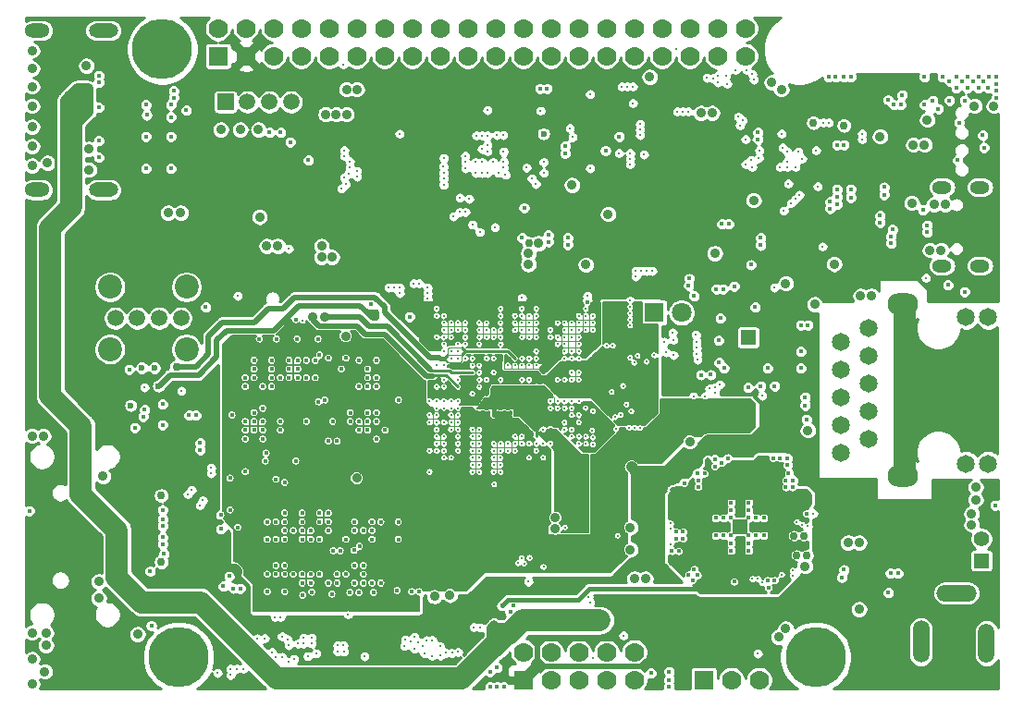
<source format=gbr>
%TF.GenerationSoftware,KiCad,Pcbnew,5.1.5-52549c5~84~ubuntu18.04.1*%
%TF.CreationDate,2020-02-11T15:54:30+02:00*%
%TF.ProjectId,A64-OlinuXino_Rev_G,4136342d-4f6c-4696-9e75-58696e6f5f52,G*%
%TF.SameCoordinates,Original*%
%TF.FileFunction,Copper,L5,Inr*%
%TF.FilePolarity,Positive*%
%FSLAX46Y46*%
G04 Gerber Fmt 4.6, Leading zero omitted, Abs format (unit mm)*
G04 Created by KiCad (PCBNEW 5.1.5-52549c5~84~ubuntu18.04.1) date 2020-02-11 15:54:30*
%MOMM*%
%LPD*%
G04 APERTURE LIST*
%TA.AperFunction,ViaPad*%
%ADD10O,2.800000X2.000000*%
%TD*%
%TA.AperFunction,ViaPad*%
%ADD11C,1.650000*%
%TD*%
%TA.AperFunction,ViaPad*%
%ADD12O,2.300000X1.300000*%
%TD*%
%TA.AperFunction,ViaPad*%
%ADD13O,2.700000X1.300000*%
%TD*%
%TA.AperFunction,ViaPad*%
%ADD14C,1.778000*%
%TD*%
%TA.AperFunction,ViaPad*%
%ADD15R,1.778000X1.778000*%
%TD*%
%TA.AperFunction,ViaPad*%
%ADD16C,5.500000*%
%TD*%
%TA.AperFunction,ViaPad*%
%ADD17C,1.500000*%
%TD*%
%TA.AperFunction,ViaPad*%
%ADD18C,2.200000*%
%TD*%
%TA.AperFunction,ViaPad*%
%ADD19R,1.500000X1.500000*%
%TD*%
%TA.AperFunction,ViaPad*%
%ADD20O,1.800000X1.200000*%
%TD*%
%TA.AperFunction,ViaPad*%
%ADD21R,1.422400X1.422400*%
%TD*%
%TA.AperFunction,ViaPad*%
%ADD22R,0.400000X0.400000*%
%TD*%
%TA.AperFunction,ViaPad*%
%ADD23R,1.400000X1.400000*%
%TD*%
%TA.AperFunction,ViaPad*%
%ADD24C,1.400000*%
%TD*%
%TA.AperFunction,ViaPad*%
%ADD25C,1.800000*%
%TD*%
%TA.AperFunction,ViaPad*%
%ADD26R,1.800000X1.800000*%
%TD*%
%TA.AperFunction,ViaPad*%
%ADD27O,3.700000X1.500000*%
%TD*%
%TA.AperFunction,ViaPad*%
%ADD28O,1.500000X3.600000*%
%TD*%
%TA.AperFunction,ViaPad*%
%ADD29O,1.500000X3.900000*%
%TD*%
%TA.AperFunction,ViaPad*%
%ADD30C,0.750000*%
%TD*%
%TA.AperFunction,ViaPad*%
%ADD31C,0.900000*%
%TD*%
%TA.AperFunction,ViaPad*%
%ADD32C,0.450000*%
%TD*%
%TA.AperFunction,ViaPad*%
%ADD33C,0.327000*%
%TD*%
%TA.AperFunction,ViaPad*%
%ADD34C,0.600000*%
%TD*%
%TA.AperFunction,ViaPad*%
%ADD35C,0.406400*%
%TD*%
%TA.AperFunction,Conductor*%
%ADD36C,2.032000*%
%TD*%
%TA.AperFunction,Conductor*%
%ADD37C,1.270000*%
%TD*%
%TA.AperFunction,Conductor*%
%ADD38C,1.016000*%
%TD*%
%TA.AperFunction,Conductor*%
%ADD39C,0.508000*%
%TD*%
%TA.AperFunction,Conductor*%
%ADD40C,0.762000*%
%TD*%
%TA.AperFunction,Conductor*%
%ADD41C,0.106600*%
%TD*%
%TA.AperFunction,Conductor*%
%ADD42C,0.254000*%
%TD*%
%TA.AperFunction,Conductor*%
%ADD43C,0.406400*%
%TD*%
%TA.AperFunction,Conductor*%
%ADD44C,0.127000*%
%TD*%
%TA.AperFunction,Conductor*%
%ADD45C,1.524000*%
%TD*%
%TA.AperFunction,Conductor*%
%ADD46C,0.711200*%
%TD*%
%TA.AperFunction,Conductor*%
%ADD47C,0.203200*%
%TD*%
%TA.AperFunction,Conductor*%
%ADD48C,1.397000*%
%TD*%
G04 APERTURE END LIST*
D10*
%TO.N,Net-(C196-Pad2)*%
%TO.C,LAN1*%
X180823000Y-80036000D03*
X180823000Y-64236000D03*
D11*
%TO.N,/USB&HDMI\002CWiFi&BT\002CEthernet\002CLCD/PHYAD0*%
X188595000Y-78867000D03*
%TO.N,/USB&HDMI\002CWiFi&BT\002CEthernet\002CLCD/VDD33*%
X186563000Y-78867000D03*
%TO.N,/USB&HDMI\002CWiFi&BT\002CEthernet\002CLCD/PHYAD1*%
X188595000Y-65405000D03*
%TO.N,/USB&HDMI\002CWiFi&BT\002CEthernet\002CLCD/VDD33*%
X186563000Y-65405000D03*
%TO.N,/USB&HDMI\002CWiFi&BT\002CEthernet\002CLCD/MDI[3]-*%
X175133000Y-77851000D03*
%TO.N,/USB&HDMI\002CWiFi&BT\002CEthernet\002CLCD/MDI[3]+*%
X177673000Y-76581000D03*
%TO.N,/USB&HDMI\002CWiFi&BT\002CEthernet\002CLCD/MDI[2]-*%
X175133000Y-75311000D03*
%TO.N,/USB&HDMI\002CWiFi&BT\002CEthernet\002CLCD/MDI[2]+*%
X177673000Y-74041000D03*
%TO.N,Net-(C200-Pad2)*%
X175133000Y-72771000D03*
%TO.N,Net-(C199-Pad2)*%
X177673000Y-71501000D03*
%TO.N,/USB&HDMI\002CWiFi&BT\002CEthernet\002CLCD/MDI[1]-*%
X175133000Y-70231000D03*
%TO.N,/USB&HDMI\002CWiFi&BT\002CEthernet\002CLCD/MDI[1]+*%
X177673000Y-68961000D03*
%TO.N,/USB&HDMI\002CWiFi&BT\002CEthernet\002CLCD/MDI[0]-*%
X175133000Y-67691000D03*
%TO.N,/USB&HDMI\002CWiFi&BT\002CEthernet\002CLCD/MDI[0]+*%
X177673000Y-66421000D03*
%TD*%
D12*
%TO.N,GND*%
%TO.C,HDMI1*%
X101547000Y-39182000D03*
X101547000Y-53782000D03*
D13*
X107597000Y-53782000D03*
X107597000Y-39182000D03*
%TD*%
D14*
%TO.N,UART3-RX*%
%TO.C,UEXT1*%
X148590000Y-96139000D03*
%TO.N,UART3-TX*%
X148590000Y-98679000D03*
%TO.N,GND*%
X146050000Y-96139000D03*
D15*
%TO.N,+3V3*%
X146050000Y-98679000D03*
D14*
%TO.N,TWI1-SCK*%
X151130000Y-98679000D03*
%TO.N,TWI1-SDA*%
X151130000Y-96139000D03*
%TO.N,/Power Supply\002C Extensions and MiPi-DSI/UEXT-MOSI*%
X153670000Y-96139000D03*
%TO.N,/Power Supply\002C Extensions and MiPi-DSI/UEXT-MISO*%
X153670000Y-98679000D03*
%TO.N,/Power Supply\002C Extensions and MiPi-DSI/UEXT-CLK*%
X156210000Y-98679000D03*
%TO.N,/Power Supply\002C Extensions and MiPi-DSI/UEXT-CS*%
X156210000Y-96139000D03*
%TD*%
D16*
%TO.N,GND*%
%TO.C,Mounting_hole2*%
X114500000Y-96600000D03*
%TD*%
%TO.N,GND*%
%TO.C,Mounting_hole3*%
X113000000Y-40900000D03*
%TD*%
%TO.N,GND*%
%TO.C,Mounting_hole1*%
X172800000Y-96600000D03*
%TD*%
D17*
%TO.N,GND*%
%TO.C,USB1*%
X114712000Y-65532000D03*
%TO.N,/USB&HDMI\002CWiFi&BT\002CEthernet\002CLCD/USB1-DP*%
X112712000Y-65532000D03*
%TO.N,/USB&HDMI\002CWiFi&BT\002CEthernet\002CLCD/USB1-DM*%
X110712000Y-65532000D03*
%TO.N,Net-(C74-Pad1)*%
X108712000Y-65532000D03*
D18*
%TO.N,GND*%
X108212000Y-68382000D03*
X108212000Y-62682000D03*
X115212000Y-68382000D03*
X115212000Y-62682000D03*
%TD*%
D17*
%TO.N,GND*%
%TO.C,HSIC1*%
X124793000Y-45720000D03*
%TO.N,Net-(HSIC1-Pad3)*%
X122793000Y-45720000D03*
%TO.N,Net-(HSIC1-Pad2)*%
X120793000Y-45720000D03*
D19*
%TO.N,Net-(HSIC1-Pad1)*%
X118793000Y-45720000D03*
%TD*%
D20*
%TO.N,GND*%
%TO.C,USB-OTG1*%
X187842000Y-53550000D03*
X184372000Y-53550000D03*
X184372000Y-60750000D03*
X187842000Y-60750000D03*
%TD*%
D21*
%TO.N,GND*%
%TO.C,U15*%
X166624000Y-67310000D03*
%TD*%
%TO.N,GND*%
%TO.C,U14*%
X165862000Y-84645500D03*
D22*
X168062000Y-83845500D03*
X167362000Y-83845500D03*
X166662000Y-83845500D03*
X166662000Y-83145500D03*
X166662000Y-82445500D03*
X165062000Y-82445500D03*
X165062000Y-83145500D03*
X165062000Y-83845500D03*
X164362000Y-83845500D03*
X163662000Y-83845500D03*
X163662000Y-85445500D03*
X164362000Y-85445500D03*
X165062000Y-85445500D03*
X165062000Y-86145500D03*
X165062000Y-86845500D03*
X166662000Y-86845500D03*
X166662000Y-86145500D03*
X166662000Y-85445500D03*
X167362000Y-85445500D03*
X168062000Y-85445500D03*
%TD*%
D14*
%TO.N,PC4*%
%TO.C,GPIO1*%
X140970000Y-38989000D03*
%TO.N,/Power Supply\002C Extensions and MiPi-DSI/PE7*%
X140970000Y-41529000D03*
%TO.N,/Power Supply\002C Extensions and MiPi-DSI/PB4*%
X138430000Y-38989000D03*
%TO.N,/Power Supply\002C Extensions and MiPi-DSI/PE6*%
X138430000Y-41529000D03*
%TO.N,/Power Supply\002C Extensions and MiPi-DSI/PB3*%
X135890000Y-38989000D03*
%TO.N,/Power Supply\002C Extensions and MiPi-DSI/PE5*%
X135890000Y-41529000D03*
%TO.N,/Power Supply\002C Extensions and MiPi-DSI/PB2*%
X133350000Y-38989000D03*
%TO.N,/Power Supply\002C Extensions and MiPi-DSI/PE4*%
X133350000Y-41529000D03*
%TO.N,/Power Supply\002C Extensions and MiPi-DSI/PB1*%
X130810000Y-38989000D03*
%TO.N,/Power Supply\002C Extensions and MiPi-DSI/PE3*%
X130810000Y-41529000D03*
%TO.N,AP-RESET#*%
X120650000Y-38989000D03*
%TO.N,+3V3*%
X120650000Y-41529000D03*
%TO.N,GND*%
X118110000Y-38989000D03*
D15*
%TO.N,+5V*%
X118110000Y-41529000D03*
D14*
%TO.N,/Power Supply\002C Extensions and MiPi-DSI/PE0*%
X123190000Y-41529000D03*
%TO.N,UBOOT*%
X123190000Y-38989000D03*
%TO.N,KEYADC*%
X125730000Y-38989000D03*
%TO.N,/Power Supply\002C Extensions and MiPi-DSI/PE1*%
X125730000Y-41529000D03*
%TO.N,/Power Supply\002C Extensions and MiPi-DSI/PE2*%
X128270000Y-41529000D03*
%TO.N,/Power Supply\002C Extensions and MiPi-DSI/PB0*%
X128270000Y-38989000D03*
%TO.N,PL10*%
X153670000Y-38989000D03*
%TO.N,/Power Supply\002C Extensions and MiPi-DSI/PE12*%
X153670000Y-41529000D03*
%TO.N,/Power Supply\002C Extensions and MiPi-DSI/PE11*%
X151130000Y-41529000D03*
%TO.N,PL9*%
X151130000Y-38989000D03*
%TO.N,PL8*%
X148590000Y-38989000D03*
%TO.N,/Power Supply\002C Extensions and MiPi-DSI/PE10*%
X148590000Y-41529000D03*
%TO.N,/Power Supply\002C Extensions and MiPi-DSI/PE8*%
X143510000Y-41529000D03*
%TO.N,PC7*%
X143510000Y-38989000D03*
%TO.N,/Power Supply\002C Extensions and MiPi-DSI/PE9*%
X146050000Y-41529000D03*
%TO.N,PL7*%
X146050000Y-38989000D03*
%TO.N,/Power Supply\002C Extensions and MiPi-DSI/PE13*%
X156210000Y-41529000D03*
%TO.N,PL11*%
X156210000Y-38989000D03*
%TO.N,/Power Supply\002C Extensions and MiPi-DSI/PE14*%
X158750000Y-41529000D03*
%TO.N,PL12*%
X158750000Y-38989000D03*
%TO.N,/Power Supply\002C Extensions and MiPi-DSI/PE15*%
X161290000Y-41529000D03*
%TO.N,/Power Supply\002C Extensions and MiPi-DSI/1.8V_DVDD-CSI*%
X161290000Y-38989000D03*
%TO.N,/Power Supply\002C Extensions and MiPi-DSI/PE16\005CPOWERON*%
X163830000Y-41529000D03*
%TO.N,/Power Supply\002C Extensions and MiPi-DSI/2.8V_AVDD-CSI*%
X163830000Y-38989000D03*
%TO.N,/Power Supply\002C Extensions and MiPi-DSI/PE17\005CGPIO_LED*%
X166370000Y-41529000D03*
%TO.N,VCC-PE*%
X166370000Y-38989000D03*
%TD*%
%TO.N,GND*%
%TO.C,DBG_UART1*%
X167640000Y-98679000D03*
%TO.N,Net-(D4-Pad1)*%
X165100000Y-98679000D03*
D15*
%TO.N,Net-(DBG_UART1-Pad1)*%
X162560000Y-98679000D03*
%TD*%
D23*
%TO.N,VBAT*%
%TO.C,LIPO_BAT1*%
X187982860Y-87749380D03*
D24*
%TO.N,GND*%
X187980320Y-85737700D03*
%TD*%
D25*
%TO.N,Net-(C211-Pad2)*%
%TO.C,PHYRST1*%
X160528000Y-65024000D03*
D26*
%TO.N,GND*%
X157988000Y-65024000D03*
%TD*%
D27*
%TO.N,GND*%
%TO.C,PWR1*%
X185695000Y-90724000D03*
D28*
X188441000Y-95324000D03*
D29*
%TO.N,+5V_EXT*%
X182441000Y-95174000D03*
%TD*%
D30*
%TO.N,+5V_EXT*%
X171704000Y-85471000D03*
X170815000Y-85471000D03*
D31*
%TO.N,+5V*%
X153162000Y-93472000D03*
X152399998Y-92710000D03*
X104140000Y-46609000D03*
X106172000Y-45593000D03*
X106172000Y-44513500D03*
D32*
X143383000Y-93472000D03*
X142938492Y-93916500D03*
D31*
X121911591Y-56269409D03*
X105156000Y-46609000D03*
X106172000Y-46609000D03*
X178689000Y-48895000D03*
X157607000Y-43434000D03*
X170058510Y-62357000D03*
D33*
%TO.N,GND*%
X158932011Y-67706761D03*
X142240000Y-48800000D03*
X141732000Y-48800000D03*
X142748000Y-46482000D03*
D32*
X143002000Y-97917000D03*
X143002000Y-99314000D03*
X143637000Y-99314000D03*
X166878000Y-60642500D03*
D33*
X143973490Y-65974531D03*
X142250000Y-50038000D03*
X138747500Y-50863500D03*
D34*
X147900000Y-48641000D03*
D31*
X153797000Y-56007000D03*
D33*
X142240000Y-52250000D03*
X142748000Y-52250000D03*
D32*
X161163000Y-62547500D03*
X161226500Y-61912500D03*
D31*
X163576000Y-59598410D03*
D32*
X167767000Y-58864500D03*
X167766994Y-58166000D03*
X153568442Y-50190442D03*
D31*
X110744000Y-94488000D03*
D30*
X112915212Y-87871788D03*
D32*
X159385000Y-99314000D03*
D31*
X139336162Y-90897899D03*
X137922000Y-91007737D03*
D32*
X126689621Y-90631695D03*
X132334000Y-90677994D03*
X136510500Y-90600000D03*
X135841000Y-90600000D03*
X134490259Y-90490259D03*
X131000500Y-90677994D03*
X130175006Y-90678000D03*
X171831000Y-72770992D03*
X121885000Y-67437000D03*
X123444000Y-67437000D03*
X125349000Y-67437000D03*
X127254000Y-67437000D03*
D33*
X148525000Y-75075000D03*
D35*
X142675000Y-73775000D03*
D32*
X132200000Y-85000000D03*
X134600000Y-85800000D03*
X130600000Y-89800000D03*
X134600000Y-84200000D03*
X133000000Y-89800000D03*
X133000000Y-84200000D03*
D33*
X145275000Y-77025000D03*
X145275000Y-77675000D03*
X143975000Y-77675000D03*
X144625000Y-77025000D03*
X142025000Y-77675000D03*
X138775000Y-78325000D03*
X137475000Y-79625000D03*
X142025000Y-75725000D03*
D32*
X128200000Y-84200000D03*
X122600000Y-90600000D03*
X123400000Y-84200000D03*
X124200000Y-83400000D03*
X133400000Y-75800000D03*
X130200000Y-75000000D03*
X129000000Y-76800000D03*
X128600000Y-75000000D03*
X129800000Y-69200000D03*
X129400000Y-70200000D03*
X125222000Y-78613000D03*
X122428000Y-78613000D03*
X126200000Y-75000000D03*
X121400000Y-69400000D03*
X124600000Y-69400000D03*
X128200000Y-69200000D03*
D33*
X142025000Y-73775000D03*
X142025000Y-71175000D03*
X143325000Y-70525000D03*
X142675000Y-71175000D03*
D32*
X178689000Y-56769000D03*
D31*
X181737000Y-49657000D03*
D32*
X184404000Y-43434000D03*
X185674000Y-43434000D03*
X173990000Y-43434000D03*
D33*
X149175000Y-71175000D03*
D31*
X171831000Y-88265000D03*
X157226000Y-89408000D03*
X156210000Y-89408000D03*
D33*
X147875000Y-78325000D03*
X147225000Y-76375000D03*
X148525000Y-77025000D03*
X147225000Y-75725000D03*
D31*
X148971000Y-83820000D03*
X176784000Y-92202000D03*
D32*
X180340000Y-88900000D03*
X179641500Y-88900000D03*
X175387000Y-88582500D03*
X175196500Y-89281000D03*
D31*
X187452000Y-82169000D03*
X187452000Y-81026000D03*
X155829000Y-84709000D03*
X172085000Y-75819000D03*
X155829000Y-86741000D03*
D32*
X171831000Y-73533000D03*
D31*
X189103000Y-46101000D03*
X187325000Y-46101000D03*
X181610000Y-54991000D03*
X169672000Y-44577000D03*
X182753000Y-49657000D03*
D33*
X145275000Y-69875000D03*
X144625000Y-69875000D03*
X145925000Y-69875000D03*
X146575000Y-69875000D03*
X145925000Y-71825000D03*
X146575000Y-71175000D03*
X145925000Y-71175000D03*
X145275000Y-71825000D03*
X144625000Y-71825000D03*
X143975000Y-71825000D03*
X143325000Y-71825000D03*
X143975000Y-71175000D03*
X146575000Y-71825000D03*
X147225000Y-71825000D03*
X147875000Y-71825000D03*
X148525000Y-72475000D03*
D35*
X147225000Y-73125000D03*
X147875000Y-73125000D03*
X143975000Y-72475000D03*
D33*
X143325000Y-72475000D03*
D35*
X144625000Y-72475000D03*
X145275000Y-72475000D03*
X145925000Y-72475000D03*
X146575000Y-72475000D03*
X147225000Y-72475000D03*
X147875000Y-72475000D03*
D33*
X148525000Y-74425000D03*
X149175000Y-74425000D03*
D35*
X147875000Y-73775000D03*
X143325000Y-73125000D03*
X142675000Y-73125000D03*
X143975000Y-73125000D03*
X144625000Y-73125000D03*
X145275000Y-73125000D03*
X145925000Y-73125000D03*
X146575000Y-73125000D03*
X147225000Y-73775000D03*
X146575000Y-73775000D03*
X145925000Y-73775000D03*
X145275000Y-73775000D03*
X144625000Y-73775000D03*
X143975000Y-73775000D03*
X143325000Y-73775000D03*
X147875000Y-74425000D03*
X147225000Y-74425000D03*
X146575000Y-74425000D03*
X146575000Y-75075000D03*
X147225000Y-75075000D03*
D33*
X143325000Y-74425000D03*
X145275000Y-74425000D03*
D32*
X130600000Y-84200000D03*
X132200000Y-84200000D03*
X119200000Y-83100000D03*
D31*
X102108000Y-76327000D03*
D32*
X113792000Y-48895000D03*
X113792000Y-51816000D03*
X113792000Y-45974000D03*
X111506000Y-45974000D03*
X111506000Y-48895000D03*
X111506000Y-51816000D03*
X107188000Y-46228000D03*
X107188000Y-49276000D03*
X107188000Y-50800000D03*
X107188000Y-43307000D03*
D33*
X145925000Y-74425000D03*
X152425000Y-65325000D03*
X139425000Y-75725000D03*
X138775000Y-75075000D03*
X140725000Y-67275000D03*
D31*
X184658000Y-55118000D03*
X183642000Y-55118000D03*
X123571000Y-58928000D03*
X107569000Y-80010000D03*
X102362000Y-95504000D03*
X102362000Y-94361000D03*
X101092000Y-76327000D03*
X148971000Y-84836000D03*
D32*
X144272000Y-99314000D03*
D31*
X174503225Y-60584225D03*
X167132000Y-54737000D03*
D32*
X185039000Y-43815000D03*
X185039000Y-45593000D03*
X186436000Y-45593000D03*
X179959000Y-45974000D03*
X184023000Y-46355000D03*
X131000000Y-75800000D03*
X128200000Y-76800000D03*
X131000000Y-69400000D03*
X123800000Y-75800000D03*
X122200000Y-76600000D03*
D31*
X129794000Y-67183000D03*
X107188000Y-91186000D03*
X113538000Y-55880000D03*
X114681000Y-55880000D03*
D32*
X172085000Y-66167000D03*
X126365000Y-51054000D03*
X124714000Y-49403000D03*
D31*
X161290000Y-76835000D03*
D33*
X145925000Y-66625000D03*
D32*
X132600000Y-69400000D03*
D33*
X138125000Y-64675000D03*
D32*
X131800000Y-71000000D03*
X125222000Y-65659000D03*
X132600000Y-76600000D03*
X122809000Y-48514000D03*
D31*
X118364000Y-48260000D03*
X120142000Y-48260000D03*
X121793000Y-48260000D03*
D32*
X123825000Y-48514000D03*
D31*
X122555000Y-58928000D03*
X146500000Y-60600000D03*
X146500000Y-59600000D03*
D32*
X154813000Y-48895000D03*
X178689000Y-56134000D03*
D31*
X176911000Y-63500000D03*
X177927000Y-63500000D03*
D32*
X184912000Y-62484000D03*
D31*
X129857500Y-44577000D03*
X130810000Y-44577000D03*
X128905000Y-46863000D03*
X129857500Y-46863000D03*
X127952500Y-46863000D03*
D32*
X100838000Y-83185000D03*
D31*
X163322000Y-46741510D03*
X162306000Y-46741510D03*
D32*
X175387000Y-49657000D03*
X174752000Y-49657000D03*
D35*
X147875000Y-75075000D03*
D31*
X101092000Y-44323000D03*
X101092000Y-46101000D03*
X101092000Y-48006000D03*
X101092000Y-49784000D03*
X101092000Y-51562000D03*
X106299000Y-51943000D03*
X106299000Y-50038000D03*
X101092000Y-41021000D03*
X101092000Y-42672000D03*
D32*
X159385000Y-98679000D03*
X159385000Y-97917000D03*
X124200000Y-90600000D03*
X125800000Y-83400000D03*
X129000000Y-89000000D03*
X132200000Y-89800000D03*
X120600000Y-76600000D03*
X123000000Y-69400000D03*
X126200000Y-71000000D03*
X132080000Y-64262000D03*
X118364000Y-83566000D03*
X116459000Y-77597000D03*
X116459000Y-76962000D03*
D31*
X107188000Y-89662000D03*
X101092000Y-99060000D03*
X102235000Y-97917000D03*
X101092000Y-96774000D03*
X101092000Y-94361000D03*
D32*
X179451000Y-90678000D03*
D31*
X147447000Y-58674000D03*
D30*
X146558000Y-58674000D03*
D32*
X143637000Y-97536000D03*
D31*
X127571500Y-58928000D03*
X128524000Y-59944000D03*
X127571500Y-59944000D03*
D33*
X141668500Y-52250000D03*
X142250000Y-51250000D03*
X142748000Y-49657000D03*
X142750000Y-48800000D03*
X142750000Y-50250000D03*
X147200000Y-53250000D03*
X147900000Y-52250000D03*
X147900000Y-51250000D03*
D32*
X179430320Y-45545808D03*
X175387000Y-43434000D03*
X174625000Y-43434000D03*
X186690000Y-43434000D03*
X187706000Y-43434000D03*
X189357000Y-43434000D03*
X188658500Y-43434000D03*
X189357000Y-44069000D03*
X189357000Y-44704000D03*
X189357000Y-45339000D03*
X186182000Y-43815000D03*
X187198000Y-43815000D03*
X188188600Y-43815000D03*
D31*
X183007000Y-47371000D03*
D32*
X182753000Y-43434000D03*
X176022000Y-43434000D03*
X180594000Y-45974000D03*
X183514992Y-45592992D03*
X182753000Y-45974000D03*
X185674000Y-44450000D03*
X186690000Y-44450000D03*
X187706000Y-44450000D03*
X188595000Y-44450000D03*
X180721000Y-45085000D03*
D31*
%TO.N,+1.5V*%
X166795562Y-73660000D03*
D32*
X125285509Y-90678003D03*
X131698994Y-90678000D03*
X129540000Y-90678000D03*
X131800000Y-76600000D03*
X130600000Y-89000000D03*
X133000000Y-90600000D03*
X133800000Y-90600000D03*
X135354607Y-84148773D03*
X133000000Y-85000000D03*
X129800000Y-85000000D03*
X135900000Y-89500000D03*
X123400000Y-90600000D03*
X127400000Y-85000000D03*
X123400000Y-83400000D03*
X125000000Y-83400000D03*
X131000000Y-76600000D03*
X132600000Y-75800000D03*
X130200000Y-75800000D03*
X127400000Y-76800000D03*
X128600000Y-74200000D03*
X131800000Y-69400000D03*
X131000000Y-70200000D03*
X132600000Y-70200000D03*
X133400000Y-70200000D03*
X126200000Y-75800000D03*
X122200000Y-69400000D03*
X123800000Y-69400000D03*
X127000000Y-70200000D03*
X126200000Y-70200000D03*
X119200000Y-82400000D03*
D33*
X142025000Y-74425000D03*
X141375000Y-74425000D03*
D31*
X166751000Y-74676000D03*
D33*
X145275000Y-75725000D03*
X145275000Y-75075000D03*
X143975000Y-75075000D03*
X143975000Y-76375000D03*
X143975000Y-75725000D03*
X143325000Y-75075000D03*
X142675000Y-75075000D03*
D32*
X131400000Y-84200000D03*
X133800000Y-84200000D03*
X134600000Y-85000000D03*
D33*
X143975000Y-74425000D03*
D32*
X129000000Y-69200000D03*
X123800000Y-76600000D03*
X121400000Y-76600000D03*
X128200000Y-89000000D03*
X121100000Y-67500000D03*
%TO.N,/VREF0_DDR3*%
X127400000Y-68900000D03*
X126600000Y-89800000D03*
X123800000Y-75000000D03*
X119900000Y-84700000D03*
X119200000Y-80200000D03*
X119380000Y-74422000D03*
D33*
%TO.N,/S0SVREF*%
X141375000Y-76375000D03*
D31*
X130800000Y-80200000D03*
D32*
%TO.N,+3V3*%
X156337000Y-91059000D03*
D30*
X142858872Y-58686709D03*
D33*
X145275000Y-67936832D03*
X145275000Y-67289861D03*
X144625000Y-69225000D03*
D31*
X149860000Y-45333490D03*
D32*
X130302000Y-49149000D03*
X157734000Y-99060000D03*
X124968000Y-58610488D03*
D31*
X155956000Y-79184500D03*
X156839490Y-79565500D03*
D33*
X148525000Y-69875000D03*
D32*
X180975000Y-93980000D03*
D33*
X147875000Y-70525000D03*
D31*
X119888000Y-88773000D03*
D32*
X186309000Y-55880000D03*
X144221200Y-92519500D03*
X143827500Y-93027500D03*
D31*
X163703000Y-58420000D03*
D33*
X147875000Y-69875000D03*
D31*
X151003000Y-55880000D03*
X161163000Y-44952490D03*
X160083500Y-44958000D03*
X100838000Y-81026000D03*
X107569000Y-81153000D03*
X172212000Y-44577000D03*
D32*
X118357157Y-84207843D03*
D33*
%TO.N,Net-(C37-Pad2)*%
X140250000Y-54500000D03*
D32*
%TO.N,GNDA*%
X132588000Y-65532000D03*
X132588000Y-64897000D03*
D33*
X137475000Y-73125000D03*
D34*
X112649000Y-71755000D03*
D30*
X112903000Y-81788000D03*
D32*
X118364000Y-84836000D03*
D33*
%TO.N,/NAND Flash \002C eMMC\002C T-Card and Audio/MBIAS*%
X140075000Y-71175000D03*
D32*
X113030000Y-85598000D03*
%TO.N,+3.0VA*%
X160274000Y-86868000D03*
D33*
X141375000Y-70525000D03*
X145925000Y-69225000D03*
D32*
X159639000Y-86868000D03*
D31*
X127889000Y-65405000D03*
D34*
X110109000Y-73533000D03*
D32*
%TO.N,+1V8*%
X170688000Y-81026000D03*
X170053000Y-81026000D03*
D33*
X140075000Y-71825000D03*
D31*
X126746000Y-65405000D03*
D34*
X111125000Y-70104000D03*
D30*
X172593000Y-47625000D03*
D33*
%TO.N,Net-(C51-Pad1)*%
X138775000Y-73125000D03*
%TO.N,/NAND Flash \002C eMMC\002C T-Card and Audio/MICIN1P*%
X116712992Y-82232500D03*
X138125000Y-69875000D03*
D32*
%TO.N,Net-(C54-Pad2)*%
X135636000Y-65405000D03*
D33*
X142025000Y-71825000D03*
X141375000Y-72475000D03*
%TO.N,Net-(C55-Pad1)*%
X138125000Y-71825000D03*
D32*
%TO.N,Net-(C57-Pad2)*%
X113030000Y-86233000D03*
X119126000Y-89154000D03*
D33*
%TO.N,Net-(C59-Pad1)*%
X138125000Y-73125000D03*
%TO.N,/NAND Flash \002C eMMC\002C T-Card and Audio/MICIN1N*%
X138775000Y-69875000D03*
X116459000Y-82677000D03*
%TO.N,Net-(C61-Pad1)*%
X140075000Y-73125000D03*
%TO.N,Net-(C61-Pad2)*%
X140075000Y-73775000D03*
D31*
%TO.N,+5V_USBOTG*%
X183261000Y-59309000D03*
D30*
X171958000Y-87249000D03*
X171069000Y-87249000D03*
D31*
X184277000Y-59309000D03*
D33*
%TO.N,Net-(C68-Pad2)*%
X182880000Y-61849000D03*
%TO.N,/USB&HDMI\002CWiFi&BT\002CEthernet\002CLCD/USB0-VBUSDET*%
X156743424Y-75620325D03*
X172974000Y-53467000D03*
D32*
X179705000Y-58674000D03*
%TO.N,+3.3VD*%
X162052000Y-81013774D03*
D33*
X145275000Y-69225000D03*
D32*
X162052000Y-80391000D03*
D30*
X114300000Y-69977000D03*
D31*
X102489000Y-51308000D03*
D32*
%TO.N,+3.3VWiFiIO*%
X164768310Y-78422500D03*
X164211000Y-78803500D03*
D33*
X147225000Y-68575000D03*
D32*
X150114000Y-58166000D03*
X150114000Y-58801000D03*
X164846000Y-56896000D03*
X164211000Y-56896000D03*
X174752000Y-53721000D03*
%TO.N,VCC-PL*%
X160020000Y-85725000D03*
X176022000Y-54483000D03*
X160655000Y-85725000D03*
D33*
X142675000Y-69225000D03*
D32*
X176022000Y-53721000D03*
%TO.N,1.1V_CPUS*%
X168910000Y-78359000D03*
X179070000Y-53530500D03*
D33*
X142025000Y-69875000D03*
D32*
X169545000Y-78359000D03*
X179070000Y-54229000D03*
X146113500Y-55435500D03*
D31*
%TO.N,1.1V_CPUX*%
X150749000Y-81280000D03*
D33*
X149175000Y-78975000D03*
X149175000Y-78325000D03*
X149825000Y-78325000D03*
X150475000Y-78325000D03*
X151125000Y-78325000D03*
X151125000Y-78975000D03*
X150475000Y-78975000D03*
X151775000Y-78325000D03*
X151775000Y-78975000D03*
X149175000Y-77675000D03*
X149825000Y-77675000D03*
X150475000Y-77675000D03*
X149175000Y-76375000D03*
X148525000Y-75725000D03*
X149825000Y-77025000D03*
X149175000Y-77025000D03*
D31*
X149733000Y-80264000D03*
X149733000Y-81280000D03*
X150749000Y-80269520D03*
D32*
%TO.N,Net-(C125-Pad2)*%
X160782000Y-80645000D03*
%TO.N,IPS*%
X159702500Y-81280012D03*
X168910000Y-78994000D03*
X167646119Y-78414380D03*
X144082889Y-91883111D03*
D31*
X170942000Y-81915000D03*
X171958000Y-81915000D03*
D30*
X170815000Y-86360000D03*
X171704000Y-86360000D03*
D31*
X164465000Y-89662000D03*
D32*
X160274000Y-87630000D03*
X160274000Y-88265000D03*
D30*
X160655000Y-83693000D03*
X159766000Y-83693000D03*
D32*
X162941000Y-78587600D03*
X162941000Y-79222600D03*
X167386000Y-78994000D03*
X169545000Y-78994000D03*
D31*
X187071000Y-83439000D03*
X187071000Y-84455000D03*
D32*
X160528000Y-81280000D03*
D31*
X163703000Y-90170000D03*
D33*
X164719000Y-79184500D03*
D32*
X164719000Y-79756000D03*
D31*
%TO.N,Net-(C135-Pad1)*%
X176784000Y-86106000D03*
X175768000Y-86106000D03*
D32*
%TO.N,VBAT*%
X171958000Y-83439000D03*
D31*
%TO.N,Net-(C143-Pad2)*%
X170053000Y-93980000D03*
X169418000Y-94742000D03*
D32*
%TO.N,Net-(C149-Pad1)*%
X161988500Y-89090500D03*
X161544000Y-89535000D03*
%TO.N,3.0V_RTC*%
X168465498Y-90233502D03*
D33*
X141375000Y-69225000D03*
D32*
X168402000Y-89535000D03*
X116967000Y-64516000D03*
D34*
X112268000Y-70104000D03*
D31*
%TO.N,1.1V_SYS*%
X156004016Y-74878590D03*
X156915685Y-74871985D03*
D33*
X142675000Y-71825000D03*
X143325000Y-71175000D03*
X142675000Y-72475000D03*
X145275000Y-70525000D03*
X144625000Y-70525000D03*
X145925000Y-70525000D03*
X146575000Y-70525000D03*
X147225000Y-70525000D03*
X147225000Y-69875000D03*
X147225000Y-71175000D03*
X145275000Y-71175000D03*
X144625000Y-71175000D03*
%TO.N,AP-RESET#*%
X167005000Y-89408000D03*
X167894000Y-72644000D03*
X140075000Y-68575000D03*
X129540000Y-42291000D03*
D32*
X185928000Y-47625000D03*
D33*
X177038000Y-48641000D03*
D32*
%TO.N,/Power Supply\002C Extensions and MiPi-DSI/3.3V_MIPI*%
X144843500Y-92455998D03*
X161988500Y-79756000D03*
X162623500Y-79756000D03*
X145161000Y-91871800D03*
%TO.N,/Power Supply\002C Extensions and MiPi-DSI/2.8V_AVDD-CSI*%
X174752000Y-55118000D03*
X174752000Y-54419500D03*
X163576000Y-78486000D03*
X163576000Y-79121000D03*
%TO.N,VCC-PE*%
X174117000Y-54864000D03*
X160655000Y-85090000D03*
X160020000Y-85090000D03*
X174117000Y-55499000D03*
D31*
X151759490Y-60642500D03*
%TO.N,/Power Supply\002C Extensions and MiPi-DSI/1.8V_DVDD-CSI*%
X168783000Y-43942000D03*
D32*
X170688000Y-80391000D03*
X170053000Y-80391000D03*
%TO.N,Net-(C174-Pad2)*%
X170307000Y-79756000D03*
D33*
%TO.N,Net-(C177-Pad2)*%
X172085000Y-84582000D03*
D32*
X185801000Y-51054000D03*
D33*
X177038000Y-49149000D03*
D32*
%TO.N,1.2V_HSIC*%
X170180000Y-78359000D03*
X148336000Y-57912000D03*
X170180000Y-78994000D03*
D33*
X143325000Y-69225000D03*
D30*
X175387000Y-47879000D03*
D32*
X148336000Y-58547000D03*
X147574000Y-44513500D03*
X148208996Y-44513500D03*
%TO.N,Net-(C181-Pad2)*%
X169037000Y-89535000D03*
D33*
%TO.N,Net-(C183-Pad1)*%
X138127943Y-67272057D03*
X136525000Y-62357000D03*
%TO.N,Net-(C184-Pad1)*%
X138775000Y-67925000D03*
X136017000Y-62357000D03*
%TO.N,Net-(C188-Pad2)*%
X146575000Y-69225000D03*
D32*
X145923000Y-58166000D03*
D33*
%TO.N,Net-(C192-Pad2)*%
X141375000Y-69875000D03*
%TO.N,KEYADC*%
X133731000Y-62738000D03*
%TO.N,Net-(D4-Pad2)*%
X167513000Y-96266000D03*
D32*
X157734000Y-98044000D03*
D33*
X150475000Y-75725000D03*
%TO.N,Net-(DBG_UART1-Pad1)*%
X148525000Y-73125000D03*
D32*
%TO.N,Net-(FET1-Pad3)*%
X107188000Y-43942000D03*
D33*
%TO.N,/USB&HDMI\002CWiFi&BT\002CEthernet\002CLCD/HCEC*%
X140725000Y-66625000D03*
D32*
X111569500Y-46926500D03*
X113792000Y-47117000D03*
D31*
%TO.N,Net-(FUSE1-Pad2)*%
X106045000Y-42418000D03*
D33*
%TO.N,/Power Supply\002C Extensions and MiPi-DSI/PE16*%
X151775000Y-65975000D03*
X163830000Y-43942000D03*
%TO.N,/Power Supply\002C Extensions and MiPi-DSI/PE15*%
X157861000Y-61214000D03*
%TO.N,PL12*%
X140075000Y-65975000D03*
%TO.N,/Power Supply\002C Extensions and MiPi-DSI/PE14*%
X152425000Y-66625000D03*
%TO.N,PL11*%
X139425000Y-67275000D03*
%TO.N,/Power Supply\002C Extensions and MiPi-DSI/PE13*%
X150475000Y-65975000D03*
%TO.N,PL10*%
X139425000Y-65975000D03*
%TO.N,/Power Supply\002C Extensions and MiPi-DSI/PE12*%
X151775000Y-66625000D03*
X164719000Y-44069000D03*
%TO.N,PL9*%
X139425000Y-66625000D03*
%TO.N,/Power Supply\002C Extensions and MiPi-DSI/PE11*%
X149825000Y-65975000D03*
X156083000Y-44323000D03*
%TO.N,PL8*%
X138775000Y-65975000D03*
%TO.N,/Power Supply\002C Extensions and MiPi-DSI/PE10*%
X163385500Y-43561000D03*
X151775000Y-65325000D03*
%TO.N,PL7*%
X138775000Y-67275000D03*
%TO.N,/Power Supply\002C Extensions and MiPi-DSI/PE9*%
X164592000Y-43307000D03*
X150475000Y-68575000D03*
%TO.N,PC7*%
X155575000Y-44323000D03*
X147225000Y-67275000D03*
%TO.N,/Power Supply\002C Extensions and MiPi-DSI/PE8*%
X152425000Y-65975000D03*
X163830000Y-43307000D03*
%TO.N,/Power Supply\002C Extensions and MiPi-DSI/PE0*%
X151125000Y-67925000D03*
X166370000Y-49149000D03*
%TO.N,UBOOT*%
X134747000Y-63246000D03*
X119888000Y-63500000D03*
X140725000Y-69225000D03*
%TO.N,/Power Supply\002C Extensions and MiPi-DSI/PE1*%
X151775000Y-64675000D03*
X161163000Y-46609000D03*
%TO.N,/Power Supply\002C Extensions and MiPi-DSI/PE2*%
X151125000Y-65325000D03*
X160147000Y-46609000D03*
%TO.N,/Power Supply\002C Extensions and MiPi-DSI/PB0*%
X148525000Y-73775000D03*
X160020000Y-40894000D03*
%TO.N,/Power Supply\002C Extensions and MiPi-DSI/PE3*%
X151125000Y-65975000D03*
X160655000Y-46609000D03*
%TO.N,/Power Supply\002C Extensions and MiPi-DSI/PB1*%
X155702000Y-75565000D03*
X167132000Y-43688000D03*
%TO.N,/Power Supply\002C Extensions and MiPi-DSI/PE4*%
X165862000Y-47879000D03*
X151125000Y-67275000D03*
%TO.N,/Power Supply\002C Extensions and MiPi-DSI/PB2*%
X149175000Y-73125000D03*
X165481000Y-42799000D03*
%TO.N,/Power Supply\002C Extensions and MiPi-DSI/PE5*%
X166116000Y-47434500D03*
X149825000Y-68575000D03*
%TO.N,/Power Supply\002C Extensions and MiPi-DSI/PB3*%
X156211018Y-75568392D03*
X167005000Y-43180000D03*
%TO.N,/Power Supply\002C Extensions and MiPi-DSI/PE6*%
X149825000Y-66625000D03*
X156083000Y-45847000D03*
%TO.N,/Power Supply\002C Extensions and MiPi-DSI/PB4*%
X149825000Y-75725000D03*
X166497000Y-42799000D03*
%TO.N,/Power Supply\002C Extensions and MiPi-DSI/PE7*%
X165728094Y-47100810D03*
X150475000Y-67275000D03*
%TO.N,PC4*%
X147225000Y-66625000D03*
X154813000Y-50419000D03*
X155067000Y-44323000D03*
%TO.N,/USB&HDMI\002CWiFi&BT\002CEthernet\002CLCD/HSCL*%
X142025000Y-65975000D03*
D32*
X115189000Y-46482000D03*
D33*
%TO.N,/USB&HDMI\002CWiFi&BT\002CEthernet\002CLCD/HSDA*%
X140075000Y-66625000D03*
D32*
X114046000Y-45339000D03*
D33*
%TO.N,/NAND Flash \002C eMMC\002C T-Card and Audio/HPOUTR*%
X138775000Y-71825000D03*
D32*
X115443000Y-74422000D03*
D33*
%TO.N,/NAND Flash \002C eMMC\002C T-Card and Audio/HPOUTFB*%
X138775000Y-73775000D03*
X125857000Y-65786000D03*
X111379000Y-71882000D03*
%TO.N,/NAND Flash \002C eMMC\002C T-Card and Audio/HPOUTL*%
X138775000Y-71175000D03*
D32*
X116078000Y-74422000D03*
D33*
%TO.N,TWI0-SDA*%
X123046810Y-96139000D03*
X127063500Y-96249810D03*
X150475000Y-73775000D03*
%TO.N,TWI0-SCK*%
X123380500Y-96583500D03*
X126301500Y-96520000D03*
X149825000Y-73125000D03*
%TO.N,PH11*%
X146621498Y-87503000D03*
X142082629Y-93884750D03*
X151125000Y-77025000D03*
%TO.N,PH10*%
X146502839Y-89678190D03*
X125410454Y-95360810D03*
X150475000Y-74425000D03*
%TO.N,/USB&HDMI\002CWiFi&BT\002CEthernet\002CLCD/LCD_D7*%
X156517484Y-68980625D03*
X141526348Y-93840743D03*
%TO.N,/USB&HDMI\002CWiFi&BT\002CEthernet\002CLCD/LCD_D6*%
X138938000Y-96202500D03*
X149175000Y-67925000D03*
%TO.N,/USB&HDMI\002CWiFi&BT\002CEthernet\002CLCD/LCD_D5*%
X131508500Y-96520000D03*
X151125000Y-70525000D03*
%TO.N,/USB&HDMI\002CWiFi&BT\002CEthernet\002CLCD/LCD_D4*%
X138475893Y-96457840D03*
X149825000Y-67275000D03*
%TO.N,/USB&HDMI\002CWiFi&BT\002CEthernet\002CLCD/LCD_D3*%
X138430000Y-95614810D03*
X151125000Y-68575000D03*
%TO.N,/USB&HDMI\002CWiFi&BT\002CEthernet\002CLCD/LCD_D2*%
X137664084Y-96475376D03*
X151125000Y-66625000D03*
%TO.N,/USB&HDMI\002CWiFi&BT\002CEthernet\002CLCD/LCD_D20*%
X155828998Y-69151500D03*
X137160000Y-95059500D03*
%TO.N,/USB&HDMI\002CWiFi&BT\002CEthernet\002CLCD/LCD_D10*%
X135242014Y-94997657D03*
X154686000Y-85471000D03*
X150475000Y-73125000D03*
%TO.N,/USB&HDMI\002CWiFi&BT\002CEthernet\002CLCD/LCD_D11*%
X135182253Y-95567679D03*
X151125000Y-69225000D03*
%TO.N,/NAND Flash \002C eMMC\002C T-Card and Audio/SDC0-D2*%
X152420972Y-74044695D03*
D32*
X113030006Y-83121500D03*
D33*
%TO.N,/NAND Flash \002C eMMC\002C T-Card and Audio/SDC0-D3*%
X151775000Y-76375000D03*
D32*
X113030000Y-83947000D03*
%TO.N,/NAND Flash \002C eMMC\002C T-Card and Audio/SDC0-CMD*%
X113030000Y-84582000D03*
D33*
X149175000Y-73775000D03*
%TO.N,Net-(MICRO_SD1-Pad5)*%
X154552373Y-75698631D03*
D32*
X113157000Y-87122000D03*
%TO.N,/NAND Flash \002C eMMC\002C T-Card and Audio/SDC0-D0*%
X120142000Y-90297000D03*
D33*
X149825000Y-71175000D03*
%TO.N,/NAND Flash \002C eMMC\002C T-Card and Audio/SDC0-D1*%
X151761058Y-73767839D03*
D32*
X119497313Y-90287101D03*
D33*
%TO.N,/NAND Flash \002C eMMC\002C T-Card and Audio/SDC0-DET#*%
X154432000Y-74612500D03*
D32*
X118560803Y-90100188D03*
D33*
%TO.N,/Power Supply\002C Extensions and MiPi-DSI/MIPI-DSI-RST*%
X146113500Y-88011000D03*
X151125000Y-76375000D03*
%TO.N,/Power Supply\002C Extensions and MiPi-DSI/MIPI-DSI-BKL*%
X145542000Y-87995338D03*
X149825000Y-75075000D03*
%TO.N,/Power Supply\002C Extensions and MiPi-DSI/DSI-D0N*%
X124449847Y-94965564D03*
X129667000Y-50673000D03*
X147225000Y-64675000D03*
%TO.N,/Power Supply\002C Extensions and MiPi-DSI/MIPI-DSI-EN*%
X145906348Y-87535235D03*
X150475000Y-76375000D03*
%TO.N,/Power Supply\002C Extensions and MiPi-DSI/DSI-D0P*%
X124587000Y-95504000D03*
X129667000Y-50165000D03*
X147225000Y-65325000D03*
%TO.N,/Power Supply\002C Extensions and MiPi-DSI/DSI-CKN*%
X145917010Y-65325000D03*
X123317000Y-92916680D03*
X130810000Y-52578000D03*
%TO.N,/Power Supply\002C Extensions and MiPi-DSI/DSI-D1N*%
X121706248Y-94882054D03*
X130175000Y-51689000D03*
X146575000Y-65975000D03*
%TO.N,/Power Supply\002C Extensions and MiPi-DSI/DSI-CKP*%
X145917010Y-64675000D03*
X123825000Y-92916680D03*
X130810000Y-52070000D03*
%TO.N,/Power Supply\002C Extensions and MiPi-DSI/DSI-D1P*%
X122373619Y-94869000D03*
X130175000Y-51181000D03*
X146575000Y-65325000D03*
%TO.N,/Power Supply\002C Extensions and MiPi-DSI/DSI-D3N*%
X143973490Y-65325000D03*
X129603500Y-96075500D03*
X129413000Y-53657500D03*
%TO.N,/Power Supply\002C Extensions and MiPi-DSI/DSI-D2N*%
X145274828Y-65970510D03*
X129032000Y-95504000D03*
X130019806Y-92662680D03*
X129667000Y-52641506D03*
%TO.N,/Power Supply\002C Extensions and MiPi-DSI/DSI-D3P*%
X143973490Y-64675000D03*
X129587310Y-95504000D03*
X129794000Y-53276500D03*
%TO.N,/Power Supply\002C Extensions and MiPi-DSI/DSI-D2P*%
X145270039Y-65323539D03*
X129031994Y-96075500D03*
X130048000Y-52302844D03*
D32*
%TO.N,Net-(PWRON1-Pad1)*%
X188214000Y-49911000D03*
%TO.N,/S0SRST*%
X122600000Y-84200000D03*
D33*
X139425000Y-73775000D03*
D32*
X120600000Y-71000000D03*
D33*
%TO.N,Net-(R3-Pad2)*%
X141375000Y-78975000D03*
%TO.N,Net-(R4-Pad2)*%
X141375000Y-78325000D03*
D32*
%TO.N,Net-(R9-Pad1)*%
X128524000Y-90805000D03*
%TO.N,Net-(R13-Pad1)*%
X125857000Y-90932000D03*
D33*
%TO.N,/USB&HDMI\002CWiFi&BT\002CEthernet\002CLCD/USB0-ID*%
X172847000Y-50165000D03*
X151125000Y-75075000D03*
D32*
X182626000Y-55626000D03*
D33*
%TO.N,USB0-DRV*%
X169672000Y-89027000D03*
X169037000Y-62738000D03*
%TO.N,Net-(R41-Pad2)*%
X173431200Y-58978800D03*
%TO.N,USB1-DRV*%
X140208306Y-55812381D03*
X124587000Y-59182000D03*
%TO.N,/USB&HDMI\002CWiFi&BT\002CEthernet\002CLCD/HHPD*%
X140725000Y-65975000D03*
D32*
X114046000Y-44704000D03*
D33*
%TO.N,Net-(R54-Pad1)*%
X169545000Y-51689000D03*
%TO.N,/USB&HDMI\002CWiFi&BT\002CEthernet\002CLCD/WL-SDIO-CLK*%
X149177690Y-65975000D03*
X166877994Y-51054000D03*
X155829000Y-50927000D03*
%TO.N,Net-(R60-Pad1)*%
X169868034Y-55695034D03*
%TO.N,AP-CK32KO*%
X167005000Y-51689000D03*
X137287000Y-62738000D03*
%TO.N,/USB&HDMI\002CWiFi&BT\002CEthernet\002CLCD/EPHY-RST#*%
X156192758Y-69617697D03*
X150475000Y-70525000D03*
%TO.N,TWI1-SCK*%
X152400000Y-96647000D03*
X152427112Y-77107427D03*
%TO.N,UART3-RX*%
X152353811Y-75813485D03*
%TO.N,TWI1-SDA*%
X151125000Y-74425000D03*
%TO.N,Net-(R83-Pad1)*%
X159512000Y-86249190D03*
%TO.N,/Power Supply\002C Extensions and MiPi-DSI/DC5SET*%
X171069000Y-84201000D03*
%TO.N,AP-NMI#*%
X120396000Y-97663000D03*
X142025000Y-67925000D03*
X171577000Y-84455000D03*
X170688000Y-89154000D03*
X134700000Y-48650000D03*
%TO.N,Net-(R86-Pad1)*%
X159512000Y-84328000D03*
D32*
X179832000Y-57404000D03*
D33*
%TO.N,Net-(R87-Pad1)*%
X159511460Y-84836006D03*
D32*
X179705000Y-58039000D03*
D33*
%TO.N,PMU-SCK*%
X167513000Y-89408000D03*
X152146000Y-91567000D03*
X139425000Y-68575000D03*
X134747000Y-62738000D03*
D32*
X110490000Y-75565000D03*
%TO.N,Net-(R89-Pad1)*%
X188087000Y-48768000D03*
D33*
%TO.N,PMU-SDA*%
X118062690Y-98044000D03*
X167894000Y-89772804D03*
X155194000Y-94615000D03*
X138775000Y-68575000D03*
X134239000Y-62738000D03*
D32*
X109982000Y-70231000D03*
D33*
%TO.N,Net-(R96-Pad1)*%
X142025000Y-70525000D03*
%TO.N,Net-(R97-Pad1)*%
X151125000Y-73125000D03*
%TO.N,Net-(R98-Pad1)*%
X154152527Y-72298580D03*
%TO.N,/NAND Flash \002C eMMC\002C T-Card and Audio/HP-DET*%
X139425000Y-73125000D03*
X114744500Y-72199500D03*
%TO.N,/USB&HDMI\002CWiFi&BT\002CEthernet\002CLCD/WL-SDIO-D3*%
X157353000Y-61214000D03*
X167640000Y-50165000D03*
%TO.N,/USB&HDMI\002CWiFi&BT\002CEthernet\002CLCD/WL-SDIO-D0*%
X148525000Y-67275000D03*
X166370004Y-51435000D03*
X155829000Y-51435000D03*
%TO.N,/USB&HDMI\002CWiFi&BT\002CEthernet\002CLCD/WL-SDIO-D2*%
X150475000Y-66625000D03*
X157099000Y-50546000D03*
X169799000Y-49911000D03*
%TO.N,/USB&HDMI\002CWiFi&BT\002CEthernet\002CLCD/WL-SDIO-D1*%
X156845000Y-61214000D03*
X170180000Y-51689000D03*
%TO.N,/USB&HDMI\002CWiFi&BT\002CEthernet\002CLCD/WL-SDIO-CMD*%
X167608250Y-50895250D03*
X148525000Y-66625000D03*
X155829000Y-50419000D03*
%TO.N,/USB&HDMI\002CWiFi&BT\002CEthernet\002CLCD/BT-UART-RX*%
X155829000Y-65659000D03*
X171577000Y-50927000D03*
%TO.N,/USB&HDMI\002CWiFi&BT\002CEthernet\002CLCD/WL-PMU-EN*%
X170180000Y-50292000D03*
X137287000Y-63246000D03*
%TO.N,/USB&HDMI\002CWiFi&BT\002CEthernet\002CLCD/BT-RST-N*%
X137287000Y-63754000D03*
X170180000Y-51181000D03*
%TO.N,SPI0_CLK*%
X119253000Y-97663000D03*
X150304500Y-48133000D03*
X146575000Y-66625000D03*
%TO.N,SPI0_MOSI*%
X119253000Y-98234500D03*
X150558500Y-48958500D03*
X147225000Y-65975000D03*
%TO.N,SPI0_CS*%
X119824500Y-97663000D03*
X152146000Y-45021500D03*
X152146000Y-51816000D03*
X146575000Y-67275000D03*
%TO.N,Net-(T1-Pad3)*%
X172593000Y-83439000D03*
X170688000Y-88646000D03*
%TO.N,/USB&HDMI\002CWiFi&BT\002CEthernet\002CLCD/BT-UART-TX*%
X156337000Y-61214000D03*
X170942000Y-51689000D03*
%TO.N,/USB&HDMI\002CWiFi&BT\002CEthernet\002CLCD/BT-PCM-DOUT*%
X156337000Y-61722000D03*
X170307000Y-53213000D03*
%TO.N,/USB&HDMI\002CWiFi&BT\002CEthernet\002CLCD/AP-WAKE-BT*%
X173990000Y-47625000D03*
X138775000Y-66625000D03*
X156718000Y-47752000D03*
%TO.N,/USB&HDMI\002CWiFi&BT\002CEthernet\002CLCD/BT-PCM-DIN*%
X155829000Y-64516000D03*
X170947534Y-54615534D03*
%TO.N,/USB&HDMI\002CWiFi&BT\002CEthernet\002CLCD/BT-PCM-SYNC*%
X155829000Y-63944500D03*
X171323000Y-54245190D03*
%TO.N,/USB&HDMI\002CWiFi&BT\002CEthernet\002CLCD/WL-WAKE-AP*%
X169672000Y-48641000D03*
X140725000Y-67925000D03*
X156718000Y-48768000D03*
%TO.N,/USB&HDMI\002CWiFi&BT\002CEthernet\002CLCD/BT-WAKE-AP*%
X140075000Y-67925000D03*
X156718000Y-48260000D03*
X173482000Y-47625000D03*
%TO.N,/S0SDQ1*%
X141375000Y-79625000D03*
D32*
X130600000Y-85000000D03*
%TO.N,/S0SDQ5*%
X129800000Y-85800000D03*
D33*
X142025000Y-79625000D03*
D32*
%TO.N,/S0SDQ3*%
X130600000Y-88200000D03*
D33*
X143325000Y-79625000D03*
%TO.N,/S0SDQ6*%
X143975000Y-79625000D03*
D32*
X129800000Y-89000000D03*
%TO.N,/S0SDQM2*%
X130200000Y-74200000D03*
X134620000Y-73025000D03*
D33*
%TO.N,/S0SDQ4*%
X142025000Y-78975000D03*
D32*
X132200000Y-85800000D03*
D33*
%TO.N,/S0SDQM0*%
X143383000Y-80772000D03*
D32*
X131400000Y-88200000D03*
D33*
%TO.N,/S0SDQ7*%
X143975000Y-78975000D03*
D32*
X131400000Y-89800000D03*
%TO.N,/S0SA8*%
X122600000Y-89000000D03*
D33*
X139425000Y-78325000D03*
D32*
X120600000Y-75800000D03*
%TO.N,/S0SA6*%
X123400000Y-89000000D03*
D33*
X141375000Y-77675000D03*
D32*
X121400000Y-75800000D03*
D33*
%TO.N,/S0SDQ2*%
X142025000Y-78325000D03*
D32*
X131400000Y-85000000D03*
%TO.N,/S0SCKE0*%
X128200000Y-89800000D03*
D33*
X143325000Y-77675000D03*
D32*
X123400000Y-80300000D03*
D33*
%TO.N,/S0SDQ0*%
X143975000Y-78325000D03*
D32*
X131400000Y-89000000D03*
%TO.N,/S0SBA1*%
X125800000Y-89800000D03*
D33*
X147225000Y-77675000D03*
D32*
X120600000Y-79600000D03*
%TO.N,/S0SDQ26*%
X131000000Y-75000000D03*
D33*
X137475000Y-77675000D03*
D32*
%TO.N,/S0SDQ25*%
X131800000Y-75800000D03*
D33*
X138125000Y-77675000D03*
%TO.N,/S0SA9*%
X138775000Y-77675000D03*
D32*
X123400000Y-85800000D03*
X121400000Y-71000000D03*
D33*
%TO.N,/S0SA7*%
X140075000Y-77675000D03*
D32*
X124200000Y-84200000D03*
X121400000Y-70200000D03*
D33*
%TO.N,/S0SA5*%
X141375000Y-77025000D03*
D32*
X124200000Y-85000000D03*
X123000000Y-71000000D03*
%TO.N,/S0SA14*%
X123400000Y-88200000D03*
D33*
X143325000Y-77025000D03*
D32*
X120600000Y-75000000D03*
D33*
%TO.N,/S0SA10*%
X144625000Y-77675000D03*
D32*
X127400000Y-89000000D03*
X122500000Y-77900000D03*
D33*
%TO.N,/S0SA1*%
X146575000Y-78325000D03*
D32*
X125000000Y-89000000D03*
X122200000Y-75000000D03*
D33*
%TO.N,/S0SA15*%
X147225000Y-77025000D03*
D32*
X126600000Y-89000000D03*
X122200000Y-73800000D03*
%TO.N,/S0SA11*%
X124200000Y-88200000D03*
D33*
X147875000Y-77025000D03*
D32*
X121400000Y-75000000D03*
D33*
%TO.N,/S0SDQ27*%
X138125000Y-77025000D03*
D32*
X131800000Y-75000000D03*
D33*
%TO.N,/S0SDQ24*%
X138775000Y-77025000D03*
D32*
X132600000Y-75000000D03*
D33*
%TO.N,/S0SODT0*%
X140075000Y-77025000D03*
D32*
X127400000Y-83400000D03*
X126200000Y-69400000D03*
D33*
%TO.N,/S0SCS0*%
X140075000Y-76375000D03*
D32*
X126600000Y-85000000D03*
X125400000Y-70200000D03*
D33*
%TO.N,/S0SCS1*%
X142025000Y-77025000D03*
D32*
X127400000Y-84200000D03*
X125400000Y-69400000D03*
D33*
%TO.N,/S0SA12*%
X143975000Y-77025000D03*
D32*
X125800000Y-89000000D03*
X121400000Y-74200000D03*
%TO.N,/S0SA2*%
X124200000Y-85800000D03*
D33*
X145925000Y-77025000D03*
D32*
X122200000Y-71800000D03*
%TO.N,/S0SA0*%
X125800000Y-85800000D03*
D33*
X145925000Y-76375000D03*
D32*
X123000000Y-71800000D03*
D33*
%TO.N,UART3-TX*%
X151775000Y-77025000D03*
D32*
%TO.N,/S0SBA2*%
X125800000Y-85000000D03*
D33*
X138775000Y-76375000D03*
D32*
X123800000Y-71000000D03*
%TO.N,/S0SCKE1*%
X129000000Y-89800000D03*
D33*
X142025000Y-76375000D03*
D32*
X124200000Y-80600000D03*
%TO.N,/S0SA3*%
X125000000Y-85000000D03*
X123000000Y-70200000D03*
D33*
X145275000Y-76375000D03*
%TO.N,/S0SA4*%
X146575000Y-77025000D03*
D32*
X124200000Y-89000000D03*
X122200000Y-75800000D03*
D33*
%TO.N,VDDFB-CPUX*%
X152019000Y-91059000D03*
X147875000Y-75725000D03*
D32*
X165354000Y-89662000D03*
D33*
X149860000Y-84709000D03*
%TO.N,/S0SDQ28*%
X137475000Y-75075000D03*
D32*
X132600000Y-71800000D03*
%TO.N,/S0SDQM3*%
X131000000Y-71800000D03*
D33*
X138125000Y-75075000D03*
%TO.N,/S0SODT1*%
X140075000Y-75725000D03*
D32*
X128200000Y-83400000D03*
X127000000Y-69400000D03*
%TO.N,/S0SRAS*%
X128200000Y-85000000D03*
D33*
X141375000Y-75725000D03*
D32*
X127000000Y-71000000D03*
D33*
%TO.N,/S0SDQ29*%
X137475000Y-74425000D03*
D32*
X131800000Y-71800000D03*
D33*
%TO.N,/S0SDQ30*%
X138125000Y-74425000D03*
D32*
X132600000Y-71000000D03*
%TO.N,/S0SWE*%
X126600000Y-85800000D03*
D33*
X139425000Y-74425000D03*
D32*
X124600000Y-71000000D03*
%TO.N,/S0SBA0*%
X125800000Y-84200000D03*
D33*
X139425000Y-75075000D03*
D32*
X124600000Y-70200000D03*
D33*
%TO.N,/S0SA13*%
X140075000Y-75075000D03*
D32*
X122600000Y-85800000D03*
X120600000Y-71800000D03*
%TO.N,/S0SDQ31*%
X131800000Y-70200000D03*
D33*
X138125000Y-73775000D03*
D32*
%TO.N,/S0SCAS*%
X127400000Y-85800000D03*
D33*
X140075000Y-74425000D03*
D32*
X125400000Y-71000000D03*
D33*
%TO.N,/USB&HDMI\002CWiFi&BT\002CEthernet\002CLCD/BT-UART-CTS*%
X155829000Y-66210034D03*
X171196000Y-50292000D03*
%TO.N,/USB&HDMI\002CWiFi&BT\002CEthernet\002CLCD/BT-PCM-CLK*%
X155829000Y-65087500D03*
X170566534Y-54996534D03*
%TO.N,Net-(HSIC1-Pad2)*%
X142675000Y-67275000D03*
%TO.N,Net-(HSIC1-Pad3)*%
X142025000Y-67275000D03*
D32*
%TO.N,/S0SDQS0_N*%
X130556000Y-86804500D03*
D33*
X143325000Y-78975000D03*
%TO.N,/S0SDQS0_P*%
X143325000Y-78325000D03*
D32*
X131052024Y-86427010D03*
%TO.N,/S0SCK_N*%
X128651000Y-86842600D03*
X127300000Y-73200000D03*
%TO.N,/S0SCK_P*%
X129286000Y-86842600D03*
X127889000Y-73025000D03*
%TO.N,/S0SDQS3_N*%
X132600000Y-74200000D03*
D33*
X138125000Y-76375000D03*
%TO.N,/S0SDQS3_P*%
X138125000Y-75725000D03*
D32*
X131800000Y-74200000D03*
%TO.N,Net-(3.3V/VCC-PE:2.8V1-Pad2)*%
X151892000Y-64071500D03*
D33*
X149175000Y-67275000D03*
D31*
%TO.N,Net-(C196-Pad2)*%
X182245000Y-75565000D03*
X185420000Y-75565000D03*
X188595000Y-75565000D03*
X187325000Y-74295000D03*
X184150000Y-74295000D03*
X180975000Y-74295000D03*
X182245000Y-73025000D03*
X185420000Y-73025000D03*
X188595000Y-73025000D03*
X187325000Y-71755000D03*
X184150000Y-71755000D03*
X180975000Y-71755000D03*
X182245000Y-70485000D03*
X185420000Y-70485000D03*
X188595000Y-70485000D03*
X187325000Y-69215000D03*
X184785000Y-69215000D03*
X181610000Y-69215000D03*
D32*
%TO.N,/USB&HDMI\002CWiFi&BT\002CEthernet\002CLCD/VDD33*%
X163196469Y-70724810D03*
X171450000Y-70104000D03*
D31*
X172720000Y-64262000D03*
D32*
X165354000Y-62611000D03*
X164084000Y-65532000D03*
X167767000Y-71755000D03*
X162312090Y-70731592D03*
%TO.N,Net-(C204-Pad2)*%
X163929017Y-67564000D03*
X166624000Y-71882062D03*
X164407620Y-70104000D03*
X161671000Y-63500000D03*
X163957000Y-69596000D03*
X169037000Y-71755000D03*
%TO.N,Net-(C207-Pad2)*%
X171450000Y-66167000D03*
X171450000Y-68580000D03*
X167259000Y-64516000D03*
D33*
%TO.N,Net-(R105-Pad2)*%
X161846837Y-67056000D03*
D32*
%TO.N,Net-(R111-Pad2)*%
X171958000Y-74803000D03*
X189230000Y-82677000D03*
%TO.N,Net-(R113-Pad2)*%
X168402000Y-70104000D03*
X186436000Y-63119000D03*
%TO.N,Net-(R119-Pad1)*%
X164338000Y-62865000D03*
D33*
%TO.N,Net-(RM15-Pad1.1)*%
X161908810Y-67754500D03*
%TO.N,Net-(RM15-Pad4.1)*%
X161987973Y-69342000D03*
%TO.N,Net-(RM15-Pad2.1)*%
X161925000Y-68262500D03*
%TO.N,Net-(RM15-Pad3.1)*%
X161935903Y-68827070D03*
%TO.N,VCC-PC*%
X144415190Y-52386207D03*
D32*
X149860000Y-49784000D03*
X167513000Y-49149000D03*
X167513000Y-48514000D03*
D33*
X147225000Y-69225000D03*
D31*
X150495000Y-53340000D03*
D33*
X140750000Y-51250000D03*
X146800000Y-52750000D03*
X146350000Y-51750000D03*
D32*
X149869000Y-50450000D03*
D33*
%TO.N,Net-(C42-Pad1)*%
X141683690Y-51248295D03*
X144195800Y-48768000D03*
X143586200Y-48768000D03*
%TO.N,/NAND Flash \002C eMMC\002C T-Card and Audio/LINEINL*%
X115315998Y-81661000D03*
X117475000Y-79756000D03*
%TO.N,/NAND Flash \002C eMMC\002C T-Card and Audio/LINEINR*%
X115697000Y-81280000D03*
X117475000Y-79248000D03*
%TO.N,USB0-D_P*%
X138125000Y-65325000D03*
D32*
X183007000Y-57023000D03*
D33*
%TO.N,USB0-D_N*%
X138775000Y-65325000D03*
D32*
X183007000Y-57658000D03*
%TO.N,Net-(C58-Pad1)*%
X111892699Y-88717991D03*
X111999567Y-93711567D03*
D33*
%TO.N,/NAND Flash \002C eMMC\002C T-Card and Audio/LINEOUTR*%
X139425000Y-69225000D03*
D32*
X111379000Y-73914000D03*
%TO.N,Net-(C86-Pad2)*%
X113030000Y-73406000D03*
D33*
%TO.N,/NAND Flash \002C eMMC\002C T-Card and Audio/LINEOUTL*%
X140075000Y-69225000D03*
D32*
X111252000Y-74549000D03*
%TO.N,Net-(C87-Pad2)*%
X113030000Y-75311000D03*
%TO.N,Net-(C151-Pad1)*%
X161671000Y-88519000D03*
X161163000Y-89027000D03*
D33*
%TO.N,Net-(C88-Pad2)*%
X155186685Y-71747679D03*
%TO.N,/Power Supply\002C Extensions and MiPi-DSI/UEXT-MISO*%
X147629294Y-46529310D03*
%TO.N,/NAND Flash \002C eMMC\002C T-Card and Audio/eMMC_CLK*%
X144250000Y-51231800D03*
%TO.N,/USB&HDMI\002CWiFi&BT\002CEthernet\002CLCD/GCLKIN\005CLCD_VSYNC*%
X155492130Y-73453310D03*
X126666310Y-94818200D03*
%TO.N,/USB&HDMI\002CWiFi&BT\002CEthernet\002CLCD/GRXCK\005CLCD_D18*%
X154240657Y-68072000D03*
X140081000Y-96125293D03*
%TO.N,/Power Supply\002C Extensions and MiPi-DSI/PE17\005CGPIO_LED*%
X151892000Y-63500000D03*
X162863800Y-43511209D03*
%TO.N,/USB&HDMI\002CWiFi&BT\002CEthernet\002CLCD/PH8\005CCTP-RST*%
X123952000Y-96583500D03*
X149825000Y-73775000D03*
%TO.N,/USB&HDMI\002CWiFi&BT\002CEthernet\002CLCD/PH7\005CCTP-INT*%
X147891498Y-88328500D03*
X152425000Y-76460456D03*
X124587000Y-97028000D03*
%TO.N,/USB&HDMI\002CWiFi&BT\002CEthernet\002CLCD/GMDC\005CLCD-PWM*%
X155934058Y-74071466D03*
X125031500Y-96774000D03*
X150475000Y-71175000D03*
%TO.N,/USB&HDMI\002CWiFi&BT\002CEthernet\002CLCD/GMDIO\005CLCD_PWR*%
X154949613Y-74422000D03*
X123941000Y-94690196D03*
D32*
X163703000Y-62865000D03*
D33*
%TO.N,/USB&HDMI\002CWiFi&BT\002CEthernet\002CLCD/GTXCK\005CLCD_DE*%
X162687000Y-72707500D03*
X125934153Y-95360810D03*
%TO.N,/USB&HDMI\002CWiFi&BT\002CEthernet\002CLCD/GTXD0\005CLCD_CLK*%
X163081705Y-71995295D03*
X125943259Y-94821690D03*
%TO.N,/USB&HDMI\002CWiFi&BT\002CEthernet\002CLCD/GTXCTL\005CLCD_HSYNC*%
X161607500Y-72721205D03*
X126641638Y-95328115D03*
%TO.N,/USB&HDMI\002CWiFi&BT\002CEthernet\002CLCD/GRXD0\005CLCD_D15*%
X158039584Y-68937807D03*
X137699174Y-95030515D03*
X150475000Y-69225000D03*
%TO.N,/USB&HDMI\002CWiFi&BT\002CEthernet\002CLCD/GRXD1\005CLCD_D14*%
X159104586Y-68673264D03*
X136997128Y-96242091D03*
X149825000Y-69225000D03*
%TO.N,/USB&HDMI\002CWiFi&BT\002CEthernet\002CLCD/GRXD2\005CLCD_D13*%
X157340002Y-69534471D03*
X136842500Y-95574719D03*
X151125000Y-71175000D03*
%TO.N,/USB&HDMI\002CWiFi&BT\002CEthernet\002CLCD/GRXD3\005CLCD_D12*%
X159794508Y-68927623D03*
X136071957Y-95830339D03*
X149825000Y-67925000D03*
%TO.N,/USB&HDMI\002CWiFi&BT\002CEthernet\002CLCD/GTXD1\005CLCD_D23*%
X163576000Y-72389990D03*
X135764996Y-95184664D03*
%TO.N,/USB&HDMI\002CWiFi&BT\002CEthernet\002CLCD/GTXD2\005CLCD_D22*%
X163576000Y-71882023D03*
X136080500Y-94742004D03*
%TO.N,/USB&HDMI\002CWiFi&BT\002CEthernet\002CLCD/GTXD3\005CLCD_D21*%
X164052219Y-71624899D03*
X136429129Y-95227328D03*
%TO.N,/USB&HDMI\002CWiFi&BT\002CEthernet\002CLCD/GRXCTL\005CLCD_D19*%
X159763666Y-67525379D03*
X153670000Y-68072000D03*
X139509502Y-96202500D03*
%TO.N,/NAND Flash \002C eMMC\002C T-Card and Audio/NAND0-RB0\005CSDC2-CMD*%
X143445063Y-57214937D03*
X143325000Y-67275000D03*
X144250000Y-51750000D03*
%TO.N,/NAND Flash \002C eMMC\002C T-Card and Audio/NAND0-DQS\005CSDC2-RST*%
X145928029Y-63676795D03*
X143747810Y-52250000D03*
%TO.N,/NAND Flash \002C eMMC\002C T-Card and Audio/NAND0-ALE\005CSDC2-DS*%
X144246600Y-50292000D03*
X143983690Y-67945000D03*
%TO.N,/NAND Flash \002C eMMC\002C T-Card and Audio/NAND0-DQ0\005CSDC2-D0*%
X145272969Y-66642890D03*
X138750000Y-52750000D03*
%TO.N,/NAND Flash \002C eMMC\002C T-Card and Audio/NAND0-RE\005CSDC2-CLK*%
X142053102Y-57661599D03*
X142025000Y-66625000D03*
%TO.N,/NAND Flash \002C eMMC\002C T-Card and Audio/NAND0-DQ4\005CSDC2-D4*%
X138747500Y-53340000D03*
X145925000Y-67275000D03*
%TO.N,/NAND Flash \002C eMMC\002C T-Card and Audio/NAND0-DQ1\005CSDC2-D1*%
X143975000Y-67275000D03*
X138747500Y-52197000D03*
%TO.N,/NAND Flash \002C eMMC\002C T-Card and Audio/NAND0-DQ5\005CSDC2-D5*%
X140747749Y-55812381D03*
X143975000Y-66625000D03*
%TO.N,/NAND Flash \002C eMMC\002C T-Card and Audio/NAND0-DQ2\005CSDC2-D2*%
X138731546Y-51657871D03*
X143325000Y-66625000D03*
%TO.N,/NAND Flash \002C eMMC\002C T-Card and Audio/NAND0-DQ3\005CSDC2-D3*%
X139642004Y-56216262D03*
X142675000Y-66625000D03*
%TO.N,/NAND Flash \002C eMMC\002C T-Card and Audio/NAND0-DQ6\005CSDC2-D6*%
X141097000Y-54609978D03*
X141377240Y-56959500D03*
X140750000Y-51816000D03*
X142675000Y-65975000D03*
%TO.N,/NAND Flash \002C eMMC\002C T-Card and Audio/NAND0-DQ7\005CSDC2-D7*%
X145925000Y-65975000D03*
X140716000Y-50673000D03*
%TO.N,Net-(R15-Pad1)*%
X143250000Y-51250000D03*
%TO.N,Net-(R107-Pad1)*%
X159709992Y-66858008D03*
%TD*%
D36*
%TO.N,+5V*%
X108839000Y-89281000D02*
X108839000Y-84963000D01*
X108839000Y-84963000D02*
X105537000Y-81661000D01*
X102743000Y-72644000D02*
X102743000Y-57277000D01*
X111125000Y-91567000D02*
X108839000Y-89281000D01*
X105537000Y-81661000D02*
X105537000Y-75438000D01*
X143319500Y-95694500D02*
X143229931Y-95694500D01*
X105537000Y-75438000D02*
X102743000Y-72644000D01*
X116487645Y-91567000D02*
X111125000Y-91567000D01*
X104648000Y-55372000D02*
X104648000Y-48641000D01*
X140372431Y-98552000D02*
X123472645Y-98552000D01*
X102743000Y-57277000D02*
X104648000Y-55372000D01*
X143229931Y-95694500D02*
X140372431Y-98552000D01*
X123472645Y-98552000D02*
X116487645Y-91567000D01*
X153035000Y-93218000D02*
X146012569Y-93218000D01*
D37*
X151638000Y-93218000D02*
X151892000Y-93472000D01*
X151892000Y-93472000D02*
X152525604Y-93472000D01*
X152525604Y-93472000D02*
X153162000Y-93472000D01*
D38*
X151638000Y-93218000D02*
X151891998Y-93218000D01*
X151891998Y-93218000D02*
X151949999Y-93159999D01*
X151949999Y-93159999D02*
X152399998Y-92710000D01*
D39*
X143383000Y-93472000D02*
X143607999Y-93696999D01*
X143607999Y-93696999D02*
X145533570Y-93696999D01*
X145533570Y-93696999D02*
X146012569Y-93218000D01*
X142938492Y-93916500D02*
X142938500Y-93916500D01*
X142938500Y-93916500D02*
X143383000Y-93472000D01*
D36*
X144208500Y-94805500D02*
X143319500Y-95694500D01*
D39*
X142938492Y-95313492D02*
X143319500Y-95694500D01*
X142938492Y-93916500D02*
X142938492Y-95313492D01*
X142938492Y-93916500D02*
X143319500Y-93916500D01*
D36*
X144538700Y-94475300D02*
X144208500Y-94805500D01*
D39*
X143319500Y-93916500D02*
X144208500Y-94805500D01*
D38*
X104140000Y-46609000D02*
X104140000Y-45593000D01*
X106172000Y-45593000D02*
X105791000Y-45212000D01*
X105791000Y-45212000D02*
X104521000Y-45212000D01*
X104140000Y-45593000D02*
X105219500Y-44513500D01*
X105219500Y-44513500D02*
X106172000Y-44513500D01*
D36*
X104648000Y-48641000D02*
X104648000Y-46609000D01*
D38*
X106172000Y-46609000D02*
X104648000Y-48133000D01*
X104648000Y-48133000D02*
X104648000Y-48641000D01*
X106172000Y-45593000D02*
X104521000Y-45593000D01*
X106172000Y-46609000D02*
X104140000Y-46609000D01*
X106172000Y-44513500D02*
X106172000Y-46609000D01*
D40*
X104521000Y-46482000D02*
X106045000Y-46482000D01*
X106045000Y-46482000D02*
X106172000Y-46609000D01*
D36*
X144755269Y-94475300D02*
X144538700Y-94475300D01*
X146012569Y-93218000D02*
X144755269Y-94475300D01*
D39*
X144259292Y-94475300D02*
X143544495Y-93760503D01*
X143544495Y-93760503D02*
X143319496Y-93535504D01*
X142938492Y-93916500D02*
X143319488Y-93535504D01*
X144538700Y-94475300D02*
X144259292Y-94475300D01*
X143319488Y-93535504D02*
X143319496Y-93535504D01*
X143497292Y-94475300D02*
X143163491Y-94141499D01*
X143163491Y-94141499D02*
X142938492Y-93916500D01*
X144538700Y-94475300D02*
X143497292Y-94475300D01*
D41*
%TO.N,GND*%
X152030330Y-75968757D02*
X152030330Y-75643203D01*
X152100000Y-77350000D02*
X152100000Y-76038427D01*
X152269728Y-76783937D02*
X152991063Y-76783937D01*
X152097491Y-73452509D02*
X152100000Y-73450000D01*
X152198539Y-76136966D02*
X153313034Y-76136966D01*
X151450000Y-76700000D02*
X152185791Y-76700000D01*
X152991063Y-76783937D02*
X153075000Y-76700000D01*
X152180908Y-77430908D02*
X152669092Y-77430908D01*
X152100000Y-76038427D02*
X152030330Y-75968757D01*
X152111573Y-76050000D02*
X152198539Y-76136966D01*
X150800000Y-76050000D02*
X152111573Y-76050000D01*
X152030330Y-75643203D02*
X152097491Y-75576042D01*
X152097491Y-75576042D02*
X152097491Y-73452509D01*
X152100000Y-77350000D02*
X152180908Y-77430908D01*
X153313034Y-76136966D02*
X153400000Y-76050000D01*
X152185791Y-76700000D02*
X152269728Y-76783937D01*
X152669092Y-77430908D02*
X152750000Y-77350000D01*
X152092829Y-73442829D02*
X152100000Y-73450000D01*
X151450000Y-73450000D02*
X151457171Y-73442829D01*
X151457171Y-73442829D02*
X152092829Y-73442829D01*
X151450000Y-76700000D02*
X151450000Y-73944224D01*
X151436048Y-73930272D02*
X151436048Y-73463952D01*
X151450000Y-73944224D02*
X151436048Y-73930272D01*
X151436048Y-73463952D02*
X151450000Y-73450000D01*
X150150000Y-74100000D02*
X152082500Y-74100000D01*
D42*
X147225000Y-76375000D02*
X147225000Y-75725000D01*
X147225000Y-75725000D02*
X147225000Y-75075000D01*
X145275000Y-74425000D02*
X145925000Y-74425000D01*
X145275000Y-74425000D02*
X145275000Y-73775000D01*
X147225000Y-75725000D02*
X147550000Y-75400000D01*
D41*
X150150000Y-75400000D02*
X153400000Y-75400000D01*
X149175000Y-75400000D02*
X150150000Y-75400000D01*
X149175000Y-74750000D02*
X149175000Y-75400000D01*
X149175000Y-74425000D02*
X149175000Y-74750000D01*
X149500000Y-74750000D02*
X153075000Y-74750000D01*
X149175000Y-74750000D02*
X149500000Y-74750000D01*
X152100000Y-73450000D02*
X152425000Y-73450000D01*
X150800000Y-73450000D02*
X151450000Y-73450000D01*
X150150000Y-73450000D02*
X150800000Y-73450000D01*
X149500000Y-73450000D02*
X150150000Y-73450000D01*
X149500000Y-74100000D02*
X149500000Y-73450000D01*
X149500000Y-74750000D02*
X149500000Y-74100000D01*
X149500000Y-74100000D02*
X150150000Y-74100000D01*
X148850000Y-73450000D02*
X148200000Y-73450000D01*
X149500000Y-73450000D02*
X148850000Y-73450000D01*
X148850000Y-72800000D02*
X148850000Y-73450000D01*
X148525000Y-72475000D02*
X148850000Y-72800000D01*
X148850000Y-73450000D02*
X148850000Y-74100000D01*
X150150000Y-76050000D02*
X150800000Y-76050000D01*
X150150000Y-75400000D02*
X150150000Y-76050000D01*
X150800000Y-76700000D02*
X151450000Y-76700000D01*
X150800000Y-76050000D02*
X150800000Y-76700000D01*
X151450000Y-77350000D02*
X152100000Y-77350000D01*
X150800000Y-76050000D02*
X150800000Y-73450000D01*
X151450000Y-76700000D02*
X151450000Y-77350000D01*
X150150000Y-73450000D02*
X150150000Y-74100000D01*
D43*
X143325000Y-74425000D02*
X143325000Y-73775000D01*
D39*
X147225000Y-75725000D02*
X146575000Y-75075000D01*
D38*
%TO.N,+1.5V*%
X166751000Y-73704562D02*
X166795562Y-73660000D01*
X166751000Y-74676000D02*
X166751000Y-73704562D01*
D44*
X125400000Y-90200000D02*
X125252000Y-90200000D01*
X125252000Y-90200000D02*
X124600000Y-90200000D01*
X125252000Y-90200000D02*
X125285509Y-90233509D01*
X125285509Y-90233509D02*
X125285509Y-90678003D01*
X123800000Y-90200000D02*
X123414000Y-90200000D01*
X123414000Y-90200000D02*
X123000000Y-90200000D01*
X123414000Y-90200000D02*
X123400000Y-90214000D01*
X123400000Y-90214000D02*
X123400000Y-90600000D01*
X126294440Y-90294440D02*
X126294440Y-90905560D01*
X126200000Y-90200000D02*
X126294440Y-90294440D01*
X131800000Y-90200000D02*
X131698994Y-90301006D01*
X131698994Y-90359802D02*
X131698994Y-90678000D01*
X131698994Y-90301006D02*
X131698994Y-90359802D01*
X130605319Y-90200000D02*
X130605319Y-90981319D01*
X131000000Y-90200000D02*
X130605319Y-90200000D01*
D38*
X161925000Y-75057000D02*
X162306000Y-74676000D01*
X160274000Y-75057000D02*
X161925000Y-75057000D01*
X162306000Y-74676000D02*
X166751000Y-74676000D01*
D41*
X146250000Y-76700000D02*
X146250000Y-78975000D01*
X146250000Y-75725000D02*
X146250000Y-76050000D01*
X145600000Y-75725000D02*
X146250000Y-75725000D01*
X145275000Y-75725000D02*
X145600000Y-75725000D01*
X146900000Y-77350000D02*
X146900000Y-78975000D01*
X146900000Y-76700000D02*
X146900000Y-77350000D01*
X146250000Y-76700000D02*
X146900000Y-76700000D01*
X145600000Y-77350000D02*
X145600000Y-80275000D01*
X145600000Y-75725000D02*
X145600000Y-77350000D01*
X141700000Y-75400000D02*
X141700000Y-80275000D01*
X141700000Y-74750000D02*
X141700000Y-75400000D01*
X141375000Y-74425000D02*
X141700000Y-74750000D01*
X139100000Y-75400000D02*
X136825000Y-75400000D01*
X141700000Y-75400000D02*
X139100000Y-75400000D01*
X138775000Y-74750000D02*
X136825000Y-74750000D01*
X139100000Y-74750000D02*
X138775000Y-74750000D01*
X141700000Y-74750000D02*
X139100000Y-74750000D01*
X137800000Y-74100000D02*
X137150000Y-74100000D01*
X138450000Y-74100000D02*
X137800000Y-74100000D01*
X141050000Y-74100000D02*
X139750000Y-74100000D01*
X141375000Y-74425000D02*
X141050000Y-74100000D01*
X138450000Y-78000000D02*
X138450000Y-78975000D01*
X138450000Y-77350000D02*
X138450000Y-78000000D01*
X138450000Y-74100000D02*
X138450000Y-77350000D01*
X138775000Y-74750000D02*
X138775000Y-74425000D01*
X139750000Y-74100000D02*
X138450000Y-74100000D01*
X139750000Y-76700000D02*
X139750000Y-79300000D01*
X139750000Y-74100000D02*
X139750000Y-76050000D01*
X145600000Y-75400000D02*
X145600000Y-75725000D01*
X144300000Y-75400000D02*
X145600000Y-75400000D01*
X143650000Y-75400000D02*
X144300000Y-75400000D01*
X141700000Y-75400000D02*
X143650000Y-75400000D01*
X143650000Y-75400000D02*
X143650000Y-79950000D01*
X144300000Y-79300000D02*
X144300000Y-79950000D01*
X144300000Y-78650000D02*
X144300000Y-79300000D01*
X144300000Y-76700000D02*
X144300000Y-78650000D01*
X144300000Y-75400000D02*
X144300000Y-76700000D01*
X144950000Y-78000000D02*
X144950000Y-78975000D01*
X144950000Y-76700000D02*
X144950000Y-78000000D01*
X144300000Y-76700000D02*
X144950000Y-76700000D01*
X139750000Y-76700000D02*
X137150000Y-76700000D01*
X139750000Y-76700000D02*
X140725000Y-76700000D01*
X140725000Y-76700000D02*
X142350000Y-76700000D01*
X138450000Y-77350000D02*
X137150000Y-77350000D01*
X138450000Y-77350000D02*
X142350000Y-77350000D01*
X142350000Y-78000000D02*
X142675000Y-78000000D01*
X139100000Y-78000000D02*
X142350000Y-78000000D01*
X138450000Y-78000000D02*
X139100000Y-78000000D01*
X142350000Y-78000000D02*
X144950000Y-78000000D01*
X142350000Y-77350000D02*
X145600000Y-77350000D01*
X139750000Y-76050000D02*
X139750000Y-76700000D01*
X146250000Y-76050000D02*
X146250000Y-76700000D01*
X139750000Y-76050000D02*
X146250000Y-76050000D01*
X139750000Y-76050000D02*
X137475000Y-76050000D01*
D36*
X160274000Y-75057000D02*
X157734000Y-77597000D01*
D41*
X146900000Y-77350000D02*
X147550000Y-77350000D01*
X146250000Y-76700000D02*
X144950000Y-76700000D01*
X144300000Y-78650000D02*
X141050000Y-78650000D01*
X144300000Y-79300000D02*
X141050000Y-79300000D01*
X139100000Y-78000000D02*
X139100000Y-78650000D01*
X137800000Y-74100000D02*
X137800000Y-78325000D01*
X139100000Y-74750000D02*
X139100000Y-75400000D01*
D44*
X124600000Y-90200000D02*
X123800000Y-90200000D01*
X126200000Y-90200000D02*
X125400000Y-90200000D01*
X127000000Y-90200000D02*
X126200000Y-90200000D01*
X127800000Y-90200000D02*
X127000000Y-90200000D01*
X128600000Y-90200000D02*
X127800000Y-90200000D01*
X129400000Y-90200000D02*
X128600000Y-90200000D01*
X131000000Y-90200000D02*
X129400000Y-90200000D01*
X131800000Y-90200000D02*
X131000000Y-90200000D01*
X123000000Y-83800000D02*
X123000000Y-83100000D01*
X123000000Y-84600000D02*
X123000000Y-83800000D01*
X123000000Y-85400000D02*
X123000000Y-84600000D01*
X123000000Y-88600000D02*
X123000000Y-85400000D01*
X123000000Y-90200000D02*
X123000000Y-88600000D01*
X125400000Y-88600000D02*
X125400000Y-84500000D01*
X125400000Y-89400000D02*
X125400000Y-88600000D01*
X125400000Y-90200000D02*
X125400000Y-89400000D01*
X126200000Y-90200000D02*
X126200000Y-83000000D01*
X127000000Y-90200000D02*
X127000000Y-82900000D01*
X127800000Y-90200000D02*
X127800000Y-82800000D01*
X128600000Y-89400000D02*
X128200000Y-89000000D01*
X128600000Y-90200000D02*
X128600000Y-89400000D01*
X129400000Y-90200000D02*
X129400000Y-88600000D01*
X131000000Y-88600000D02*
X131000000Y-87800000D01*
X131000000Y-90200000D02*
X131000000Y-88600000D01*
X131800000Y-89400000D02*
X131800000Y-90200000D01*
X132600000Y-89400000D02*
X132600000Y-90000000D01*
X132600000Y-90000000D02*
X132600000Y-90200000D01*
X132600000Y-90200000D02*
X133000000Y-90600000D01*
X125400000Y-89400000D02*
X132600000Y-89400000D01*
X131000000Y-88600000D02*
X131900000Y-88600000D01*
X123800000Y-88600000D02*
X125400000Y-88600000D01*
X123000000Y-88600000D02*
X123800000Y-88600000D01*
X132600000Y-84600000D02*
X132600000Y-83700000D01*
X133000000Y-85000000D02*
X132600000Y-84600000D01*
X131000000Y-84600000D02*
X123000000Y-84600000D01*
X131800000Y-84600000D02*
X131000000Y-84600000D01*
X132600000Y-84600000D02*
X131800000Y-84600000D01*
X131000000Y-85400000D02*
X123000000Y-85400000D01*
X131800000Y-85400000D02*
X131000000Y-85400000D01*
X132600000Y-85400000D02*
X131800000Y-85400000D01*
X133000000Y-85000000D02*
X132600000Y-85400000D01*
X131000000Y-85400000D02*
X131000000Y-84600000D01*
X131800000Y-85400000D02*
X131800000Y-84600000D01*
X124600000Y-82900000D02*
X124600000Y-90200000D01*
X123800000Y-82900000D02*
X124600000Y-82900000D01*
X123800000Y-88600000D02*
X123800000Y-82900000D01*
X123800000Y-88600000D02*
X123800000Y-90200000D01*
X123000000Y-83800000D02*
X132400000Y-83800000D01*
X132200000Y-69800000D02*
X132200000Y-68700000D01*
X132200000Y-70600000D02*
X132200000Y-69800000D01*
X132200000Y-71400000D02*
X132200000Y-70600000D01*
X132200000Y-74600000D02*
X132200000Y-71400000D01*
X132200000Y-75400000D02*
X132200000Y-74600000D01*
X132600000Y-75800000D02*
X132200000Y-75400000D01*
X131400000Y-76200000D02*
X131400000Y-68700000D01*
X131800000Y-76600000D02*
X131400000Y-76200000D01*
X128600000Y-75400000D02*
X120300000Y-75400000D01*
X130600000Y-75400000D02*
X128600000Y-75400000D01*
X132200000Y-75400000D02*
X130600000Y-75400000D01*
X130600000Y-75400000D02*
X130600000Y-74600000D01*
X132200000Y-74600000D02*
X132800000Y-74600000D01*
X121000000Y-74600000D02*
X120300000Y-74600000D01*
X121800000Y-74600000D02*
X121000000Y-74600000D01*
X132200000Y-74600000D02*
X121800000Y-74600000D01*
X121000000Y-76200000D02*
X120200000Y-76200000D01*
X131400000Y-76200000D02*
X121000000Y-76200000D01*
X128600000Y-75400000D02*
X128600000Y-77000000D01*
X121800000Y-76200000D02*
X121800000Y-74600000D01*
X121400000Y-76600000D02*
X121800000Y-76200000D01*
X121000000Y-74600000D02*
X121000000Y-76200000D01*
X132200000Y-71400000D02*
X132900000Y-71400000D01*
X124200000Y-71400000D02*
X122600000Y-71400000D01*
X125000000Y-71400000D02*
X124200000Y-71400000D01*
X125800000Y-71400000D02*
X125000000Y-71400000D01*
X126600000Y-71400000D02*
X125800000Y-71400000D01*
X132200000Y-71400000D02*
X126600000Y-71400000D01*
X121000000Y-70600000D02*
X120100000Y-70600000D01*
X132200000Y-70600000D02*
X121000000Y-70600000D01*
X126600000Y-69800000D02*
X120700000Y-69800000D01*
X132200000Y-69800000D02*
X126600000Y-69800000D01*
X126600000Y-69800000D02*
X126600000Y-69200000D01*
X126600000Y-69800000D02*
X126600000Y-71400000D01*
X125800000Y-71400000D02*
X125800000Y-69200000D01*
X125000000Y-71400000D02*
X125000000Y-69000000D01*
X124200000Y-69800000D02*
X123800000Y-69400000D01*
X124200000Y-71400000D02*
X124200000Y-69800000D01*
X123400000Y-69800000D02*
X123800000Y-69400000D01*
X123400000Y-71300000D02*
X123400000Y-69800000D01*
X121000000Y-71500000D02*
X121000000Y-70600000D01*
X122600000Y-71400000D02*
X120200000Y-71400000D01*
X122600000Y-71400000D02*
X122600000Y-72200000D01*
D42*
X121100000Y-68300000D02*
X122200000Y-69400000D01*
X121100000Y-67500000D02*
X121100000Y-68300000D01*
D41*
%TO.N,+3V3*%
X145119556Y-65647029D02*
X145430100Y-65647029D01*
X145116585Y-65650000D02*
X145119556Y-65647029D01*
X142350000Y-65650000D02*
X145116585Y-65650000D01*
X145433071Y-65650000D02*
X152750000Y-65650000D01*
X145430100Y-65647029D02*
X145433071Y-65650000D01*
D40*
X144625000Y-60452837D02*
X143233871Y-59061708D01*
X143233871Y-59061708D02*
X142858872Y-58686709D01*
X144625000Y-64125000D02*
X144625000Y-60452837D01*
D41*
X145600000Y-65486743D02*
X145600000Y-66964861D01*
X145600000Y-66964861D02*
X145438499Y-67126362D01*
X145438499Y-67126362D02*
X145275000Y-67289861D01*
X145593529Y-65480272D02*
X145600000Y-65486743D01*
X145593529Y-64356471D02*
X145593529Y-65480272D01*
X145600000Y-64350000D02*
X145593529Y-64356471D01*
X143650000Y-67600000D02*
X144940691Y-67600000D01*
D42*
X144625000Y-67275000D02*
X144625000Y-67284309D01*
D41*
X146250000Y-67925000D02*
X146238168Y-67936832D01*
D42*
X144625000Y-67284309D02*
X145111501Y-67770810D01*
D41*
X145444612Y-66950000D02*
X152750000Y-66950000D01*
X144641371Y-66966371D02*
X145428241Y-66966371D01*
X146238168Y-67936832D02*
X145506223Y-67936832D01*
D42*
X145111501Y-67773333D02*
X145275000Y-67936832D01*
D41*
X144625000Y-66950000D02*
X144641371Y-66966371D01*
D42*
X145111501Y-67770810D02*
X145111501Y-67773333D01*
D41*
X144940691Y-67600000D02*
X145111501Y-67770810D01*
X145506223Y-67936832D02*
X145275000Y-67936832D01*
X145428241Y-66966371D02*
X145444612Y-66950000D01*
X143650000Y-67614500D02*
X143014500Y-68250000D01*
X143014500Y-68250000D02*
X143000000Y-68250000D01*
X143650000Y-67600000D02*
X143650000Y-67614500D01*
X144625000Y-69225000D02*
X144950000Y-69550000D01*
X144300000Y-69550000D02*
X144625000Y-69225000D01*
X144300000Y-70200000D02*
X144300000Y-69550000D01*
X144950000Y-70200000D02*
X144300000Y-70200000D01*
X149500000Y-68900000D02*
X149500000Y-66131443D01*
X149500000Y-66131443D02*
X149501171Y-66130272D01*
X149501171Y-66130272D02*
X149501171Y-65326171D01*
X149501171Y-65326171D02*
X149500000Y-65325000D01*
X144625000Y-66950000D02*
X138284639Y-66950000D01*
X138283215Y-66948576D02*
X137801424Y-66948576D01*
X138284639Y-66950000D02*
X138283215Y-66948576D01*
X137801424Y-66948576D02*
X137800000Y-66950000D01*
D40*
X116459000Y-88392000D02*
X115316000Y-89535000D01*
X111506000Y-89535000D02*
X110617000Y-88646000D01*
X115316000Y-89535000D02*
X111506000Y-89535000D01*
X119634000Y-88392000D02*
X116459000Y-88392000D01*
X119888000Y-88646000D02*
X119634000Y-88392000D01*
X119888000Y-88773000D02*
X119888000Y-88646000D01*
X110617000Y-88646000D02*
X110617000Y-84201000D01*
X110617000Y-84201000D02*
X107569000Y-81153000D01*
D45*
X163068000Y-76962000D02*
X167259000Y-76962000D01*
X167259000Y-76962000D02*
X168656000Y-75565000D01*
X162687000Y-77343000D02*
X163068000Y-76962000D01*
D38*
X156839490Y-79565500D02*
X160464500Y-79565500D01*
X160464500Y-79565500D02*
X162687000Y-77343000D01*
X155956000Y-79184500D02*
X156337000Y-79565500D01*
X156337000Y-79565500D02*
X156839490Y-79565500D01*
D43*
X124968000Y-58039000D02*
X124968000Y-58610488D01*
D40*
X156839490Y-79502000D02*
X156845000Y-79502000D01*
D46*
X144625000Y-66300000D02*
X144625000Y-64675000D01*
X144625000Y-66950000D02*
X144625000Y-66300000D01*
X144625000Y-67275000D02*
X144625000Y-66950000D01*
X144625000Y-64675000D02*
X144625000Y-64125000D01*
D41*
X146900000Y-69550000D02*
X147550000Y-69550000D01*
X146250000Y-69550000D02*
X146900000Y-69550000D01*
X145600000Y-69550000D02*
X146250000Y-69550000D01*
X144950000Y-69550000D02*
X145600000Y-69550000D01*
X146250000Y-69550000D02*
X146250000Y-68900000D01*
X145600000Y-69550000D02*
X145600000Y-68900000D01*
D42*
X147875000Y-70525000D02*
X148200000Y-70200000D01*
X148200000Y-70200000D02*
X148525000Y-69875000D01*
X148525000Y-69875000D02*
X148525000Y-69225000D01*
D41*
X146250000Y-70200000D02*
X146250000Y-69550000D01*
X145600000Y-70200000D02*
X146250000Y-70200000D01*
X145600000Y-69550000D02*
X145600000Y-70200000D01*
X146900000Y-70200000D02*
X146900000Y-69550000D01*
X146250000Y-70200000D02*
X146900000Y-70200000D01*
X144950000Y-70200000D02*
X144950000Y-69550000D01*
X145600000Y-70200000D02*
X144950000Y-70200000D01*
X146250000Y-67925000D02*
X146250000Y-64025000D01*
X146900000Y-67925000D02*
X146900000Y-67600000D01*
X146250000Y-67925000D02*
X146900000Y-67925000D01*
X151450000Y-68900000D02*
X151775000Y-68900000D01*
X150800000Y-68900000D02*
X151450000Y-68900000D01*
X150150000Y-68900000D02*
X150800000Y-68900000D01*
X149500000Y-68900000D02*
X150150000Y-68900000D01*
X148850000Y-68900000D02*
X149500000Y-68900000D01*
X148525000Y-69225000D02*
X148850000Y-68900000D01*
X148850000Y-68900000D02*
X148850000Y-65325000D01*
X150150000Y-68900000D02*
X150150000Y-65000000D01*
X150800000Y-68900000D02*
X150800000Y-65000000D01*
X151450000Y-68900000D02*
X151450000Y-65000000D01*
X152100000Y-68250000D02*
X152100000Y-67600000D01*
X152100000Y-68575000D02*
X152100000Y-68250000D01*
X151775000Y-68900000D02*
X152100000Y-68575000D01*
X144625000Y-66300000D02*
X152750000Y-66300000D01*
X139100000Y-67600000D02*
X137800000Y-67600000D01*
X139750000Y-67600000D02*
X139100000Y-67600000D01*
X140400000Y-67600000D02*
X139750000Y-67600000D01*
X143650000Y-67600000D02*
X140400000Y-67600000D01*
X143650000Y-67600000D02*
X143650000Y-66300000D01*
X138450000Y-66300000D02*
X138125000Y-65975000D01*
X144625000Y-66300000D02*
X138450000Y-66300000D01*
X152100000Y-68250000D02*
X147875000Y-68250000D01*
X152100000Y-67600000D02*
X152100000Y-65000000D01*
X146900000Y-67600000D02*
X146900000Y-64025000D01*
X152100000Y-67600000D02*
X146900000Y-67600000D01*
D38*
X146050000Y-98679000D02*
X147319984Y-97409016D01*
D39*
X147319984Y-97409016D02*
X147320000Y-97409016D01*
X147320000Y-97409016D02*
X147320000Y-95250000D01*
X156845001Y-97408999D02*
X157353000Y-96901000D01*
X157353000Y-96901000D02*
X158115000Y-96901000D01*
X147320000Y-97409016D02*
X156743399Y-97408999D01*
X156743399Y-97408999D02*
X156845001Y-97408999D01*
X147701000Y-94869000D02*
X154305000Y-94869000D01*
D42*
X144221200Y-92633800D02*
X143891000Y-92964000D01*
D39*
X147320000Y-95250000D02*
X147701000Y-94869000D01*
D41*
X142350000Y-68250000D02*
X141375000Y-68250000D01*
X143000000Y-68250000D02*
X142350000Y-68250000D01*
X142350000Y-65650000D02*
X142350000Y-65325000D01*
X142350000Y-68250000D02*
X142350000Y-65650000D01*
X143000000Y-68250000D02*
X143000000Y-65325000D01*
X146900000Y-68900000D02*
X147550000Y-68900000D01*
X146900000Y-69550000D02*
X146900000Y-68900000D01*
D42*
X147550000Y-70200000D02*
X147875000Y-69875000D01*
D41*
X146900000Y-70200000D02*
X147550000Y-70200000D01*
D42*
X147875000Y-70525000D02*
X147550000Y-70200000D01*
X147875000Y-70525000D02*
X147875000Y-69875000D01*
D41*
X140400000Y-67600000D02*
X140400000Y-65650000D01*
X139750000Y-67600000D02*
X139750000Y-65650000D01*
X138450000Y-65000000D02*
X137800000Y-65000000D01*
X138450000Y-65650000D02*
X138450000Y-65000000D01*
X139100000Y-65650000D02*
X138450000Y-65650000D01*
X139100000Y-67600000D02*
X139100000Y-65650000D01*
D40*
X100838000Y-82042000D02*
X100838000Y-81026000D01*
D42*
X103251000Y-50038000D02*
X102743000Y-49530000D01*
X103251000Y-54483000D02*
X103251000Y-50038000D01*
X100838000Y-56896000D02*
X103251000Y-54483000D01*
X100838000Y-73279000D02*
X100838000Y-56896000D01*
X103505000Y-75946000D02*
X100838000Y-73279000D01*
X103505000Y-78994000D02*
X103505000Y-75946000D01*
X102743000Y-79756000D02*
X103505000Y-78994000D01*
X102108000Y-79756000D02*
X102743000Y-79756000D01*
X100838000Y-81026000D02*
X102108000Y-79756000D01*
D39*
X118038959Y-84207843D02*
X118357157Y-84207843D01*
X116459000Y-85787802D02*
X118038959Y-84207843D01*
X116459000Y-88392000D02*
X116459000Y-85787802D01*
%TO.N,GNDA*%
X132269802Y-65532000D02*
X132588000Y-65532000D01*
X131761802Y-65024000D02*
X132269802Y-65532000D01*
X131126802Y-64389000D02*
X131761802Y-65024000D01*
X125476000Y-64389000D02*
X131126802Y-64389000D01*
X118872000Y-66675000D02*
X123190000Y-66675000D01*
X123190000Y-66675000D02*
X125476000Y-64389000D01*
X117983000Y-67564000D02*
X118872000Y-66675000D01*
X117983000Y-69097039D02*
X117983000Y-67564000D01*
X116341039Y-70739000D02*
X117983000Y-69097039D01*
X113694001Y-70739000D02*
X116341039Y-70739000D01*
X112678001Y-71755000D02*
X113694001Y-70739000D01*
X112649000Y-71755000D02*
X112678001Y-71755000D01*
X132588000Y-65532000D02*
X132588000Y-65024000D01*
X132588000Y-65024000D02*
X131761802Y-65024000D01*
D42*
%TO.N,+3.0VA*%
X139446000Y-70525000D02*
X139567000Y-70525000D01*
X141375000Y-70525000D02*
X139446000Y-70525000D01*
X139279000Y-70358000D02*
X138303000Y-70358000D01*
X139446000Y-70525000D02*
X139279000Y-70358000D01*
X137668000Y-70358000D02*
X137541000Y-70231000D01*
X138303000Y-70358000D02*
X137668000Y-70358000D01*
D39*
X133604000Y-66294000D02*
X137541000Y-70231000D01*
X131953000Y-66294000D02*
X133604000Y-66294000D01*
X131064000Y-65405000D02*
X131953000Y-66294000D01*
X128905000Y-65405000D02*
X131064000Y-65405000D01*
X127889000Y-65405000D02*
X128905000Y-65405000D01*
%TO.N,+1V8*%
X130810000Y-66294000D02*
X127381000Y-66294000D01*
X131572000Y-67056000D02*
X130810000Y-66294000D01*
X133356000Y-67056000D02*
X131572000Y-67056000D01*
X126746000Y-65659000D02*
X126746000Y-65405000D01*
X127381000Y-66294000D02*
X126746000Y-65659000D01*
D42*
X138989000Y-70739000D02*
X138303000Y-70739000D01*
X140075000Y-71825000D02*
X138989000Y-70739000D01*
D39*
X137166000Y-70866000D02*
X137795000Y-70866000D01*
X133356000Y-67056000D02*
X137166000Y-70866000D01*
D42*
X137922000Y-70739000D02*
X137795000Y-70866000D01*
X138303000Y-70739000D02*
X137922000Y-70739000D01*
%TO.N,+3.3VD*%
X140400000Y-68250000D02*
X140725000Y-68575000D01*
X140723000Y-68575000D02*
X143975000Y-68575000D01*
X140725000Y-68575000D02*
X140723000Y-68575000D01*
X144625000Y-68575000D02*
X143975000Y-68575000D01*
X145275000Y-69225000D02*
X144625000Y-68575000D01*
D41*
X139225000Y-68250000D02*
X140400000Y-68250000D01*
D42*
X140723000Y-68573000D02*
X140723000Y-68575000D01*
D43*
X138450000Y-69225000D02*
X138775000Y-69225000D01*
X138400000Y-69175000D02*
X138450000Y-69225000D01*
D42*
X140725000Y-68575000D02*
X140400000Y-68900000D01*
X139100000Y-68900000D02*
X138775000Y-69225000D01*
D41*
X140400000Y-68900000D02*
X139100000Y-68900000D01*
D47*
X139100000Y-69550000D02*
X138775000Y-69225000D01*
D41*
X140275000Y-69550000D02*
X139100000Y-69550000D01*
X140400000Y-69425000D02*
X140275000Y-69550000D01*
X140400000Y-68900000D02*
X140400000Y-69425000D01*
X139100000Y-68375000D02*
X139100000Y-68900000D01*
X139225000Y-68250000D02*
X139100000Y-68375000D01*
D39*
X116078000Y-69977000D02*
X114300000Y-69977000D01*
X118491000Y-65913000D02*
X117221000Y-67183000D01*
X121412000Y-65913000D02*
X118491000Y-65913000D01*
X117221000Y-67183000D02*
X117221000Y-68834000D01*
X122682000Y-64643000D02*
X121412000Y-65913000D01*
X124079000Y-64643000D02*
X122682000Y-64643000D01*
X125095000Y-63627000D02*
X124079000Y-64643000D01*
X117221000Y-68834000D02*
X116078000Y-69977000D01*
X133350000Y-65024000D02*
X133350000Y-64516000D01*
X132461000Y-63627000D02*
X125095000Y-63627000D01*
X133350000Y-64516000D02*
X132461000Y-63627000D01*
X137501000Y-69175000D02*
X133350000Y-65024000D01*
X138400000Y-69175000D02*
X137501000Y-69175000D01*
D43*
%TO.N,1.1V_CPUX*%
X148525000Y-75725000D02*
X149175000Y-76375000D01*
%TO.N,IPS*%
X144653000Y-91313000D02*
X151038378Y-91313000D01*
X144082889Y-91883111D02*
X144653000Y-91313000D01*
X151038378Y-91313000D02*
X152054378Y-90297000D01*
X152054378Y-90297000D02*
X163576000Y-90297000D01*
X163576000Y-90297000D02*
X163703000Y-90170000D01*
D39*
X164719000Y-79756000D02*
X164719000Y-79184500D01*
D43*
X162941000Y-79298800D02*
X163549200Y-79907000D01*
X162941000Y-79222600D02*
X162941000Y-79298800D01*
D39*
X162941000Y-79222600D02*
X162941000Y-78587600D01*
X159702512Y-81280000D02*
X159702500Y-81280012D01*
X160528000Y-81280000D02*
X159702512Y-81280000D01*
X160401000Y-88265000D02*
X160591500Y-88074500D01*
X160274000Y-88265000D02*
X160401000Y-88265000D01*
X160591500Y-88074500D02*
X161036000Y-87630000D01*
X161036000Y-87630000D02*
X161544000Y-87122000D01*
X160274000Y-87630000D02*
X161036000Y-87630000D01*
X161544000Y-87122000D02*
X162306000Y-87122000D01*
X160274000Y-87630000D02*
X160274000Y-88265000D01*
X169545000Y-78994000D02*
X168910000Y-78994000D01*
X168910000Y-79312198D02*
X168910000Y-78994000D01*
X169037000Y-80010000D02*
X168910000Y-79883000D01*
X168910000Y-79883000D02*
X168910000Y-79312198D01*
X167421120Y-78639379D02*
X167646119Y-78414380D01*
X167386000Y-78994000D02*
X167386000Y-78674499D01*
X167386000Y-78674499D02*
X167421120Y-78639379D01*
D38*
X170942000Y-81915000D02*
X171831000Y-81915000D01*
D40*
X171704000Y-86360000D02*
X170815000Y-86360000D01*
X170815000Y-86360000D02*
X169037000Y-86360000D01*
D38*
X164465000Y-89662000D02*
X164465000Y-88138000D01*
D40*
X160655000Y-83693000D02*
X159766000Y-83693000D01*
X160655000Y-83693000D02*
X160655000Y-83693000D01*
X160655000Y-83693000D02*
X162306000Y-83693000D01*
D39*
X167386000Y-78994000D02*
X167386000Y-80010000D01*
D36*
X170370500Y-82486500D02*
X169735500Y-83121500D01*
D38*
X170942000Y-81915000D02*
X170370500Y-82486500D01*
D39*
X161036000Y-81788000D02*
X162306000Y-81788000D01*
X160528000Y-81280000D02*
X161036000Y-81788000D01*
D38*
X164465000Y-89662000D02*
X163957000Y-90170000D01*
X163957000Y-90170000D02*
X163703000Y-90170000D01*
D39*
X164719000Y-79756000D02*
X164719000Y-80645000D01*
%TO.N,1.1V_SYS*%
X156915685Y-73843896D02*
X156915685Y-74235589D01*
X153098500Y-72771000D02*
X153209319Y-72881819D01*
X153209319Y-72881819D02*
X155069388Y-72881819D01*
X155763106Y-72691317D02*
X156915685Y-73843896D01*
X155259890Y-72691317D02*
X155763106Y-72691317D01*
X155069388Y-72881819D02*
X155259890Y-72691317D01*
X156915685Y-74235589D02*
X156915685Y-74871985D01*
D48*
X153162000Y-72771000D02*
X152541000Y-72150000D01*
X152541000Y-72150000D02*
X152100000Y-72150000D01*
D41*
X150800000Y-72150000D02*
X150800000Y-69875000D01*
D39*
X148200000Y-71175000D02*
X147225000Y-71175000D01*
D48*
X150150000Y-72150000D02*
X149500000Y-72150000D01*
X150800000Y-72150000D02*
X150150000Y-72150000D01*
X152100000Y-72150000D02*
X150800000Y-72150000D01*
D40*
X149175000Y-72150000D02*
X149500000Y-72150000D01*
X148200000Y-71175000D02*
X149175000Y-72150000D01*
X152100000Y-72150000D02*
X152100000Y-71825000D01*
X151450000Y-69875000D02*
X152100000Y-70525000D01*
X152100000Y-70525000D02*
X152100000Y-70850000D01*
D46*
X150800000Y-69875000D02*
X151450000Y-69875000D01*
X148200000Y-71175000D02*
X148525000Y-70850000D01*
D41*
X143650000Y-71500000D02*
X146250000Y-71500000D01*
X143650000Y-71500000D02*
X143325000Y-71175000D01*
X146250000Y-71500000D02*
X146250000Y-70850000D01*
D46*
X149500000Y-69875000D02*
X150800000Y-69875000D01*
X148525000Y-70850000D02*
X149500000Y-69875000D01*
D40*
X152100000Y-70850000D02*
X152100000Y-72150000D01*
D41*
X150150000Y-70850000D02*
X151775000Y-70850000D01*
X149500000Y-70850000D02*
X150150000Y-70850000D01*
X148525000Y-70850000D02*
X149500000Y-70850000D01*
X151775000Y-70850000D02*
X152100000Y-70850000D01*
D39*
X142675000Y-72475000D02*
X142675000Y-71825000D01*
D41*
X143000000Y-71500000D02*
X142675000Y-71825000D01*
X143650000Y-71500000D02*
X143000000Y-71500000D01*
X141700000Y-70200000D02*
X141050000Y-70200000D01*
X142350000Y-70200000D02*
X141700000Y-70200000D01*
X143325000Y-71175000D02*
X142350000Y-70200000D01*
X141700000Y-69550000D02*
X141050000Y-69550000D01*
X142350000Y-69550000D02*
X141700000Y-69550000D01*
X142350000Y-70200000D02*
X142350000Y-69550000D01*
X143000000Y-68900000D02*
X143650000Y-68900000D01*
X141050000Y-68900000D02*
X143000000Y-68900000D01*
X141050000Y-69550000D02*
X141050000Y-68900000D01*
X141050000Y-70200000D02*
X141050000Y-69550000D01*
X141700000Y-69550000D02*
X141700000Y-70200000D01*
X143000000Y-68900000D02*
X143000000Y-69550000D01*
X141700000Y-71500000D02*
X141375000Y-71500000D01*
X142350000Y-71500000D02*
X141700000Y-71500000D01*
X142675000Y-71825000D02*
X142350000Y-71500000D01*
X142350000Y-70850000D02*
X141375000Y-70850000D01*
X142350000Y-71500000D02*
X142350000Y-70850000D01*
X141700000Y-70200000D02*
X141700000Y-71500000D01*
X138450000Y-71500000D02*
X138450000Y-72150000D01*
X139100000Y-71500000D02*
X138450000Y-71500000D01*
X139750000Y-72150000D02*
X139100000Y-71500000D01*
X140725000Y-72150000D02*
X139750000Y-72150000D01*
X141375000Y-71500000D02*
X140725000Y-72150000D01*
X146900000Y-71500000D02*
X147225000Y-71175000D01*
X146250000Y-71500000D02*
X146900000Y-71500000D01*
X149500000Y-70850000D02*
X149500000Y-72150000D01*
X150150000Y-72150000D02*
X150150000Y-71825000D01*
X150150000Y-70850000D02*
X150150000Y-72150000D01*
X150800000Y-69875000D02*
X150800000Y-70200000D01*
D36*
%TO.N,Net-(C196-Pad2)*%
X180975000Y-79883000D02*
X180975000Y-64389000D01*
X180975000Y-79883000D02*
X180975000Y-64389000D01*
%TD*%
D42*
%TO.N,+3V3*%
G36*
X103251000Y-54793344D02*
G01*
X101803704Y-56240641D01*
X101750393Y-56284392D01*
X101575818Y-56497113D01*
X101546326Y-56552289D01*
X101446097Y-56739805D01*
X101366214Y-57003141D01*
X101339241Y-57277000D01*
X101346001Y-57345635D01*
X101346000Y-72575375D01*
X101339241Y-72644000D01*
X101356937Y-72823671D01*
X101366214Y-72917859D01*
X101446096Y-73181194D01*
X101575817Y-73423886D01*
X101750392Y-73636607D01*
X101803705Y-73680360D01*
X104140001Y-76016657D01*
X104140000Y-80779922D01*
X104100110Y-80753268D01*
X103939778Y-80686856D01*
X103769571Y-80653000D01*
X103596029Y-80653000D01*
X103425822Y-80686856D01*
X103265490Y-80753268D01*
X103121195Y-80849682D01*
X102998482Y-80972395D01*
X102902068Y-81116690D01*
X102835656Y-81277022D01*
X102801800Y-81447229D01*
X102801800Y-81620771D01*
X102835656Y-81790978D01*
X102902068Y-81951310D01*
X102998482Y-82095605D01*
X103121195Y-82218318D01*
X103265490Y-82314732D01*
X103425822Y-82381144D01*
X103596029Y-82415000D01*
X103769571Y-82415000D01*
X103939778Y-82381144D01*
X104100110Y-82314732D01*
X104244405Y-82218318D01*
X104248607Y-82214116D01*
X104369817Y-82440886D01*
X104544392Y-82653607D01*
X104597704Y-82697359D01*
X107442001Y-85541658D01*
X107442000Y-88867742D01*
X107430394Y-88862935D01*
X107269846Y-88831000D01*
X107106154Y-88831000D01*
X106945606Y-88862935D01*
X106794374Y-88925577D01*
X106658268Y-89016520D01*
X106542520Y-89132268D01*
X106451577Y-89268374D01*
X106388935Y-89419606D01*
X106357000Y-89580154D01*
X106357000Y-89743846D01*
X106388935Y-89904394D01*
X106451577Y-90055626D01*
X106542520Y-90191732D01*
X106658268Y-90307480D01*
X106794374Y-90398423D01*
X106856123Y-90424000D01*
X106794374Y-90449577D01*
X106658268Y-90540520D01*
X106542520Y-90656268D01*
X106451577Y-90792374D01*
X106388935Y-90943606D01*
X106357000Y-91104154D01*
X106357000Y-91267846D01*
X106388935Y-91428394D01*
X106451577Y-91579626D01*
X106542520Y-91715732D01*
X106658268Y-91831480D01*
X106794374Y-91922423D01*
X106945606Y-91985065D01*
X106980268Y-91991960D01*
X106890102Y-92126903D01*
X106797307Y-92350931D01*
X106750000Y-92588757D01*
X106750000Y-92831243D01*
X106797307Y-93069069D01*
X106890102Y-93293097D01*
X107024820Y-93494717D01*
X107196283Y-93666180D01*
X107397903Y-93800898D01*
X107621931Y-93893693D01*
X107859757Y-93941000D01*
X108102243Y-93941000D01*
X108340069Y-93893693D01*
X108564097Y-93800898D01*
X108765717Y-93666180D01*
X108937180Y-93494717D01*
X109071898Y-93293097D01*
X109164693Y-93069069D01*
X109212000Y-92831243D01*
X109212000Y-92588757D01*
X109164693Y-92350931D01*
X109071898Y-92126903D01*
X108937180Y-91925283D01*
X108765717Y-91753820D01*
X108564097Y-91619102D01*
X108340069Y-91526307D01*
X108102243Y-91479000D01*
X107966103Y-91479000D01*
X107987065Y-91428394D01*
X108019000Y-91267846D01*
X108019000Y-91104154D01*
X107987065Y-90943606D01*
X107924423Y-90792374D01*
X107833480Y-90656268D01*
X107717732Y-90540520D01*
X107581626Y-90449577D01*
X107519877Y-90424000D01*
X107581626Y-90398423D01*
X107717732Y-90307480D01*
X107803666Y-90221546D01*
X107846392Y-90273607D01*
X107899704Y-90317359D01*
X110088645Y-92506302D01*
X110132392Y-92559608D01*
X110345113Y-92734183D01*
X110587805Y-92863904D01*
X110794845Y-92926709D01*
X110851140Y-92943786D01*
X111124999Y-92970759D01*
X111193624Y-92964000D01*
X115908990Y-92964000D01*
X120130515Y-97185526D01*
X120110250Y-97199067D01*
X120082418Y-97180470D01*
X119983325Y-97139424D01*
X119878129Y-97118500D01*
X119770871Y-97118500D01*
X119665675Y-97139424D01*
X119566582Y-97180470D01*
X119538750Y-97199067D01*
X119510918Y-97180470D01*
X119411825Y-97139424D01*
X119306629Y-97118500D01*
X119199371Y-97118500D01*
X119094175Y-97139424D01*
X118995082Y-97180470D01*
X118905901Y-97240059D01*
X118830059Y-97315901D01*
X118770470Y-97405082D01*
X118729424Y-97504175D01*
X118708500Y-97609371D01*
X118708500Y-97716629D01*
X118729424Y-97821825D01*
X118770470Y-97920918D01*
X118789067Y-97948750D01*
X118770470Y-97976582D01*
X118729424Y-98075675D01*
X118708500Y-98180871D01*
X118708500Y-98288129D01*
X118729424Y-98393325D01*
X118770470Y-98492418D01*
X118830059Y-98581599D01*
X118905901Y-98657441D01*
X118995082Y-98717030D01*
X119094175Y-98758076D01*
X119199371Y-98779000D01*
X119306629Y-98779000D01*
X119411825Y-98758076D01*
X119510918Y-98717030D01*
X119600099Y-98657441D01*
X119675941Y-98581599D01*
X119735530Y-98492418D01*
X119776576Y-98393325D01*
X119797500Y-98288129D01*
X119797500Y-98207500D01*
X119878129Y-98207500D01*
X119983325Y-98186576D01*
X120082418Y-98145530D01*
X120110250Y-98126933D01*
X120138082Y-98145530D01*
X120237175Y-98186576D01*
X120342371Y-98207500D01*
X120449629Y-98207500D01*
X120554825Y-98186576D01*
X120653918Y-98145530D01*
X120743099Y-98085941D01*
X120818941Y-98010099D01*
X120873474Y-97928485D01*
X122436286Y-99491297D01*
X122436863Y-99492000D01*
X116160257Y-99492000D01*
X116620839Y-99184250D01*
X117084250Y-98720839D01*
X117448349Y-98175925D01*
X117518190Y-98007314D01*
X117518190Y-98097629D01*
X117539114Y-98202825D01*
X117580160Y-98301918D01*
X117639749Y-98391099D01*
X117715591Y-98466941D01*
X117804772Y-98526530D01*
X117903865Y-98567576D01*
X118009061Y-98588500D01*
X118116319Y-98588500D01*
X118221515Y-98567576D01*
X118320608Y-98526530D01*
X118409789Y-98466941D01*
X118485631Y-98391099D01*
X118545220Y-98301918D01*
X118586266Y-98202825D01*
X118607190Y-98097629D01*
X118607190Y-97990371D01*
X118586266Y-97885175D01*
X118545220Y-97786082D01*
X118485631Y-97696901D01*
X118409789Y-97621059D01*
X118320608Y-97561470D01*
X118221515Y-97520424D01*
X118116319Y-97499500D01*
X118009061Y-97499500D01*
X117903865Y-97520424D01*
X117804772Y-97561470D01*
X117715591Y-97621059D01*
X117651730Y-97684920D01*
X117699145Y-97570450D01*
X117827000Y-96927681D01*
X117827000Y-96272319D01*
X117699145Y-95629550D01*
X117448349Y-95024075D01*
X117084250Y-94479161D01*
X116620839Y-94015750D01*
X116075925Y-93651651D01*
X115470450Y-93400855D01*
X114827681Y-93273000D01*
X114172319Y-93273000D01*
X113529550Y-93400855D01*
X112924075Y-93651651D01*
X112584183Y-93878759D01*
X112605567Y-93771253D01*
X112605567Y-93651881D01*
X112582279Y-93534803D01*
X112536597Y-93424518D01*
X112470278Y-93325265D01*
X112385869Y-93240856D01*
X112286616Y-93174537D01*
X112176331Y-93128855D01*
X112059253Y-93105567D01*
X111939881Y-93105567D01*
X111822803Y-93128855D01*
X111712518Y-93174537D01*
X111613265Y-93240856D01*
X111528856Y-93325265D01*
X111462537Y-93424518D01*
X111416855Y-93534803D01*
X111393567Y-93651881D01*
X111393567Y-93771253D01*
X111416855Y-93888331D01*
X111462537Y-93998616D01*
X111528856Y-94097869D01*
X111613265Y-94182278D01*
X111712518Y-94248597D01*
X111822803Y-94294279D01*
X111939881Y-94317567D01*
X112059253Y-94317567D01*
X112081836Y-94313075D01*
X111915750Y-94479161D01*
X111551651Y-95024075D01*
X111300855Y-95629550D01*
X111173000Y-96272319D01*
X111173000Y-96927681D01*
X111300855Y-97570450D01*
X111551651Y-98175925D01*
X111915750Y-98720839D01*
X112379161Y-99184250D01*
X112839743Y-99492000D01*
X101802782Y-99492000D01*
X101828423Y-99453626D01*
X101891065Y-99302394D01*
X101923000Y-99141846D01*
X101923000Y-98978154D01*
X101891065Y-98817606D01*
X101828423Y-98666374D01*
X101802344Y-98627344D01*
X101841374Y-98653423D01*
X101992606Y-98716065D01*
X102153154Y-98748000D01*
X102316846Y-98748000D01*
X102477394Y-98716065D01*
X102628626Y-98653423D01*
X102764732Y-98562480D01*
X102880480Y-98446732D01*
X102971423Y-98310626D01*
X103034065Y-98159394D01*
X103066000Y-97998846D01*
X103066000Y-97835154D01*
X103034065Y-97674606D01*
X102971423Y-97523374D01*
X102880480Y-97387268D01*
X102764732Y-97271520D01*
X102628626Y-97180577D01*
X102477394Y-97117935D01*
X102316846Y-97086000D01*
X102153154Y-97086000D01*
X101992606Y-97117935D01*
X101841374Y-97180577D01*
X101802344Y-97206656D01*
X101828423Y-97167626D01*
X101891065Y-97016394D01*
X101923000Y-96855846D01*
X101923000Y-96692154D01*
X101891065Y-96531606D01*
X101828423Y-96380374D01*
X101737480Y-96244268D01*
X101621732Y-96128520D01*
X101485626Y-96037577D01*
X101334394Y-95974935D01*
X101173846Y-95943000D01*
X101010154Y-95943000D01*
X100849606Y-95974935D01*
X100698374Y-96037577D01*
X100562268Y-96128520D01*
X100508000Y-96182788D01*
X100508000Y-94952212D01*
X100562268Y-95006480D01*
X100698374Y-95097423D01*
X100849606Y-95160065D01*
X101010154Y-95192000D01*
X101173846Y-95192000D01*
X101334394Y-95160065D01*
X101485626Y-95097423D01*
X101621732Y-95006480D01*
X101727000Y-94901212D01*
X101758288Y-94932500D01*
X101716520Y-94974268D01*
X101625577Y-95110374D01*
X101562935Y-95261606D01*
X101531000Y-95422154D01*
X101531000Y-95585846D01*
X101562935Y-95746394D01*
X101625577Y-95897626D01*
X101716520Y-96033732D01*
X101832268Y-96149480D01*
X101968374Y-96240423D01*
X102119606Y-96303065D01*
X102280154Y-96335000D01*
X102443846Y-96335000D01*
X102604394Y-96303065D01*
X102755626Y-96240423D01*
X102891732Y-96149480D01*
X103007480Y-96033732D01*
X103098423Y-95897626D01*
X103161065Y-95746394D01*
X103193000Y-95585846D01*
X103193000Y-95422154D01*
X103161065Y-95261606D01*
X103098423Y-95110374D01*
X103007480Y-94974268D01*
X102965712Y-94932500D01*
X103007480Y-94890732D01*
X103098423Y-94754626D01*
X103161065Y-94603394D01*
X103193000Y-94442846D01*
X103193000Y-94406154D01*
X109913000Y-94406154D01*
X109913000Y-94569846D01*
X109944935Y-94730394D01*
X110007577Y-94881626D01*
X110098520Y-95017732D01*
X110214268Y-95133480D01*
X110350374Y-95224423D01*
X110501606Y-95287065D01*
X110662154Y-95319000D01*
X110825846Y-95319000D01*
X110986394Y-95287065D01*
X111137626Y-95224423D01*
X111273732Y-95133480D01*
X111389480Y-95017732D01*
X111480423Y-94881626D01*
X111543065Y-94730394D01*
X111575000Y-94569846D01*
X111575000Y-94406154D01*
X111543065Y-94245606D01*
X111480423Y-94094374D01*
X111389480Y-93958268D01*
X111273732Y-93842520D01*
X111137626Y-93751577D01*
X110986394Y-93688935D01*
X110825846Y-93657000D01*
X110662154Y-93657000D01*
X110501606Y-93688935D01*
X110350374Y-93751577D01*
X110214268Y-93842520D01*
X110098520Y-93958268D01*
X110007577Y-94094374D01*
X109944935Y-94245606D01*
X109913000Y-94406154D01*
X103193000Y-94406154D01*
X103193000Y-94279154D01*
X103161065Y-94118606D01*
X103098423Y-93967374D01*
X103007480Y-93831268D01*
X102891732Y-93715520D01*
X102786614Y-93645283D01*
X102937180Y-93494717D01*
X103071898Y-93293097D01*
X103164693Y-93069069D01*
X103212000Y-92831243D01*
X103212000Y-92588757D01*
X103164693Y-92350931D01*
X103071898Y-92126903D01*
X102937180Y-91925283D01*
X102765717Y-91753820D01*
X102564097Y-91619102D01*
X102340069Y-91526307D01*
X102102243Y-91479000D01*
X101859757Y-91479000D01*
X101621931Y-91526307D01*
X101397903Y-91619102D01*
X101196283Y-91753820D01*
X101024820Y-91925283D01*
X100890102Y-92126903D01*
X100797307Y-92350931D01*
X100750000Y-92588757D01*
X100750000Y-92831243D01*
X100797307Y-93069069D01*
X100890102Y-93293097D01*
X101024820Y-93494717D01*
X101060103Y-93530000D01*
X101010154Y-93530000D01*
X100849606Y-93561935D01*
X100698374Y-93624577D01*
X100562268Y-93715520D01*
X100508000Y-93769788D01*
X100508000Y-89448229D01*
X102801800Y-89448229D01*
X102801800Y-89621771D01*
X102835656Y-89791978D01*
X102902068Y-89952310D01*
X102998482Y-90096605D01*
X103121195Y-90219318D01*
X103265490Y-90315732D01*
X103425822Y-90382144D01*
X103596029Y-90416000D01*
X103769571Y-90416000D01*
X103939778Y-90382144D01*
X104100110Y-90315732D01*
X104244405Y-90219318D01*
X104367118Y-90096605D01*
X104463532Y-89952310D01*
X104529944Y-89791978D01*
X104563800Y-89621771D01*
X104563800Y-89448229D01*
X104529944Y-89278022D01*
X104463532Y-89117690D01*
X104367118Y-88973395D01*
X104244405Y-88850682D01*
X104100110Y-88754268D01*
X103939778Y-88687856D01*
X103769571Y-88654000D01*
X103596029Y-88654000D01*
X103425822Y-88687856D01*
X103265490Y-88754268D01*
X103121195Y-88850682D01*
X102998482Y-88973395D01*
X102902068Y-89117690D01*
X102835656Y-89278022D01*
X102801800Y-89448229D01*
X100508000Y-89448229D01*
X100508000Y-83693331D01*
X100550951Y-83722030D01*
X100661236Y-83767712D01*
X100778314Y-83791000D01*
X100897686Y-83791000D01*
X101014764Y-83767712D01*
X101125049Y-83722030D01*
X101224302Y-83655711D01*
X101308711Y-83571302D01*
X101375030Y-83472049D01*
X101420712Y-83361764D01*
X101444000Y-83244686D01*
X101444000Y-83125314D01*
X101420712Y-83008236D01*
X101375030Y-82897951D01*
X101308711Y-82798698D01*
X101224302Y-82714289D01*
X101125049Y-82647970D01*
X101014764Y-82602288D01*
X100897686Y-82579000D01*
X100778314Y-82579000D01*
X100661236Y-82602288D01*
X100550951Y-82647970D01*
X100508000Y-82676669D01*
X100508000Y-76918212D01*
X100562268Y-76972480D01*
X100698374Y-77063423D01*
X100849606Y-77126065D01*
X101010154Y-77158000D01*
X101173846Y-77158000D01*
X101334394Y-77126065D01*
X101485626Y-77063423D01*
X101600000Y-76987001D01*
X101675734Y-77037605D01*
X101621931Y-77048307D01*
X101397903Y-77141102D01*
X101196283Y-77275820D01*
X101024820Y-77447283D01*
X100890102Y-77648903D01*
X100797307Y-77872931D01*
X100750000Y-78110757D01*
X100750000Y-78353243D01*
X100797307Y-78591069D01*
X100890102Y-78815097D01*
X101024820Y-79016717D01*
X101196283Y-79188180D01*
X101397903Y-79322898D01*
X101621931Y-79415693D01*
X101859757Y-79463000D01*
X102102243Y-79463000D01*
X102340069Y-79415693D01*
X102564097Y-79322898D01*
X102765717Y-79188180D01*
X102937180Y-79016717D01*
X103071898Y-78815097D01*
X103164693Y-78591069D01*
X103212000Y-78353243D01*
X103212000Y-78110757D01*
X103164693Y-77872931D01*
X103071898Y-77648903D01*
X102937180Y-77447283D01*
X102765717Y-77275820D01*
X102564097Y-77141102D01*
X102439094Y-77089324D01*
X102501626Y-77063423D01*
X102637732Y-76972480D01*
X102753480Y-76856732D01*
X102844423Y-76720626D01*
X102907065Y-76569394D01*
X102939000Y-76408846D01*
X102939000Y-76245154D01*
X102907065Y-76084606D01*
X102844423Y-75933374D01*
X102753480Y-75797268D01*
X102637732Y-75681520D01*
X102501626Y-75590577D01*
X102350394Y-75527935D01*
X102189846Y-75496000D01*
X102026154Y-75496000D01*
X101865606Y-75527935D01*
X101714374Y-75590577D01*
X101600000Y-75666999D01*
X101485626Y-75590577D01*
X101334394Y-75527935D01*
X101173846Y-75496000D01*
X101010154Y-75496000D01*
X100849606Y-75527935D01*
X100698374Y-75590577D01*
X100562268Y-75681520D01*
X100508000Y-75735788D01*
X100508000Y-54662937D01*
X100650545Y-54739128D01*
X100844889Y-54798082D01*
X100996355Y-54813000D01*
X102097645Y-54813000D01*
X102249111Y-54798082D01*
X102443455Y-54739128D01*
X102622564Y-54643393D01*
X102779554Y-54514554D01*
X102908393Y-54357564D01*
X103004128Y-54178455D01*
X103063082Y-53984111D01*
X103082988Y-53782000D01*
X103063082Y-53579889D01*
X103004128Y-53385545D01*
X102908393Y-53206436D01*
X102779554Y-53049446D01*
X102622564Y-52920607D01*
X102443455Y-52824872D01*
X102249111Y-52765918D01*
X102097645Y-52751000D01*
X100996355Y-52751000D01*
X100844889Y-52765918D01*
X100650545Y-52824872D01*
X100508000Y-52901063D01*
X100508000Y-52153212D01*
X100562268Y-52207480D01*
X100698374Y-52298423D01*
X100849606Y-52361065D01*
X101010154Y-52393000D01*
X101173846Y-52393000D01*
X101334394Y-52361065D01*
X101485626Y-52298423D01*
X101621732Y-52207480D01*
X101737480Y-52091732D01*
X101828423Y-51955626D01*
X101867375Y-51861587D01*
X101959268Y-51953480D01*
X102095374Y-52044423D01*
X102246606Y-52107065D01*
X102407154Y-52139000D01*
X102570846Y-52139000D01*
X102731394Y-52107065D01*
X102882626Y-52044423D01*
X103018732Y-51953480D01*
X103134480Y-51837732D01*
X103225423Y-51701626D01*
X103251001Y-51639876D01*
X103251000Y-54793344D01*
G37*
X103251000Y-54793344D02*
X101803704Y-56240641D01*
X101750393Y-56284392D01*
X101575818Y-56497113D01*
X101546326Y-56552289D01*
X101446097Y-56739805D01*
X101366214Y-57003141D01*
X101339241Y-57277000D01*
X101346001Y-57345635D01*
X101346000Y-72575375D01*
X101339241Y-72644000D01*
X101356937Y-72823671D01*
X101366214Y-72917859D01*
X101446096Y-73181194D01*
X101575817Y-73423886D01*
X101750392Y-73636607D01*
X101803705Y-73680360D01*
X104140001Y-76016657D01*
X104140000Y-80779922D01*
X104100110Y-80753268D01*
X103939778Y-80686856D01*
X103769571Y-80653000D01*
X103596029Y-80653000D01*
X103425822Y-80686856D01*
X103265490Y-80753268D01*
X103121195Y-80849682D01*
X102998482Y-80972395D01*
X102902068Y-81116690D01*
X102835656Y-81277022D01*
X102801800Y-81447229D01*
X102801800Y-81620771D01*
X102835656Y-81790978D01*
X102902068Y-81951310D01*
X102998482Y-82095605D01*
X103121195Y-82218318D01*
X103265490Y-82314732D01*
X103425822Y-82381144D01*
X103596029Y-82415000D01*
X103769571Y-82415000D01*
X103939778Y-82381144D01*
X104100110Y-82314732D01*
X104244405Y-82218318D01*
X104248607Y-82214116D01*
X104369817Y-82440886D01*
X104544392Y-82653607D01*
X104597704Y-82697359D01*
X107442001Y-85541658D01*
X107442000Y-88867742D01*
X107430394Y-88862935D01*
X107269846Y-88831000D01*
X107106154Y-88831000D01*
X106945606Y-88862935D01*
X106794374Y-88925577D01*
X106658268Y-89016520D01*
X106542520Y-89132268D01*
X106451577Y-89268374D01*
X106388935Y-89419606D01*
X106357000Y-89580154D01*
X106357000Y-89743846D01*
X106388935Y-89904394D01*
X106451577Y-90055626D01*
X106542520Y-90191732D01*
X106658268Y-90307480D01*
X106794374Y-90398423D01*
X106856123Y-90424000D01*
X106794374Y-90449577D01*
X106658268Y-90540520D01*
X106542520Y-90656268D01*
X106451577Y-90792374D01*
X106388935Y-90943606D01*
X106357000Y-91104154D01*
X106357000Y-91267846D01*
X106388935Y-91428394D01*
X106451577Y-91579626D01*
X106542520Y-91715732D01*
X106658268Y-91831480D01*
X106794374Y-91922423D01*
X106945606Y-91985065D01*
X106980268Y-91991960D01*
X106890102Y-92126903D01*
X106797307Y-92350931D01*
X106750000Y-92588757D01*
X106750000Y-92831243D01*
X106797307Y-93069069D01*
X106890102Y-93293097D01*
X107024820Y-93494717D01*
X107196283Y-93666180D01*
X107397903Y-93800898D01*
X107621931Y-93893693D01*
X107859757Y-93941000D01*
X108102243Y-93941000D01*
X108340069Y-93893693D01*
X108564097Y-93800898D01*
X108765717Y-93666180D01*
X108937180Y-93494717D01*
X109071898Y-93293097D01*
X109164693Y-93069069D01*
X109212000Y-92831243D01*
X109212000Y-92588757D01*
X109164693Y-92350931D01*
X109071898Y-92126903D01*
X108937180Y-91925283D01*
X108765717Y-91753820D01*
X108564097Y-91619102D01*
X108340069Y-91526307D01*
X108102243Y-91479000D01*
X107966103Y-91479000D01*
X107987065Y-91428394D01*
X108019000Y-91267846D01*
X108019000Y-91104154D01*
X107987065Y-90943606D01*
X107924423Y-90792374D01*
X107833480Y-90656268D01*
X107717732Y-90540520D01*
X107581626Y-90449577D01*
X107519877Y-90424000D01*
X107581626Y-90398423D01*
X107717732Y-90307480D01*
X107803666Y-90221546D01*
X107846392Y-90273607D01*
X107899704Y-90317359D01*
X110088645Y-92506302D01*
X110132392Y-92559608D01*
X110345113Y-92734183D01*
X110587805Y-92863904D01*
X110794845Y-92926709D01*
X110851140Y-92943786D01*
X111124999Y-92970759D01*
X111193624Y-92964000D01*
X115908990Y-92964000D01*
X120130515Y-97185526D01*
X120110250Y-97199067D01*
X120082418Y-97180470D01*
X119983325Y-97139424D01*
X119878129Y-97118500D01*
X119770871Y-97118500D01*
X119665675Y-97139424D01*
X119566582Y-97180470D01*
X119538750Y-97199067D01*
X119510918Y-97180470D01*
X119411825Y-97139424D01*
X119306629Y-97118500D01*
X119199371Y-97118500D01*
X119094175Y-97139424D01*
X118995082Y-97180470D01*
X118905901Y-97240059D01*
X118830059Y-97315901D01*
X118770470Y-97405082D01*
X118729424Y-97504175D01*
X118708500Y-97609371D01*
X118708500Y-97716629D01*
X118729424Y-97821825D01*
X118770470Y-97920918D01*
X118789067Y-97948750D01*
X118770470Y-97976582D01*
X118729424Y-98075675D01*
X118708500Y-98180871D01*
X118708500Y-98288129D01*
X118729424Y-98393325D01*
X118770470Y-98492418D01*
X118830059Y-98581599D01*
X118905901Y-98657441D01*
X118995082Y-98717030D01*
X119094175Y-98758076D01*
X119199371Y-98779000D01*
X119306629Y-98779000D01*
X119411825Y-98758076D01*
X119510918Y-98717030D01*
X119600099Y-98657441D01*
X119675941Y-98581599D01*
X119735530Y-98492418D01*
X119776576Y-98393325D01*
X119797500Y-98288129D01*
X119797500Y-98207500D01*
X119878129Y-98207500D01*
X119983325Y-98186576D01*
X120082418Y-98145530D01*
X120110250Y-98126933D01*
X120138082Y-98145530D01*
X120237175Y-98186576D01*
X120342371Y-98207500D01*
X120449629Y-98207500D01*
X120554825Y-98186576D01*
X120653918Y-98145530D01*
X120743099Y-98085941D01*
X120818941Y-98010099D01*
X120873474Y-97928485D01*
X122436286Y-99491297D01*
X122436863Y-99492000D01*
X116160257Y-99492000D01*
X116620839Y-99184250D01*
X117084250Y-98720839D01*
X117448349Y-98175925D01*
X117518190Y-98007314D01*
X117518190Y-98097629D01*
X117539114Y-98202825D01*
X117580160Y-98301918D01*
X117639749Y-98391099D01*
X117715591Y-98466941D01*
X117804772Y-98526530D01*
X117903865Y-98567576D01*
X118009061Y-98588500D01*
X118116319Y-98588500D01*
X118221515Y-98567576D01*
X118320608Y-98526530D01*
X118409789Y-98466941D01*
X118485631Y-98391099D01*
X118545220Y-98301918D01*
X118586266Y-98202825D01*
X118607190Y-98097629D01*
X118607190Y-97990371D01*
X118586266Y-97885175D01*
X118545220Y-97786082D01*
X118485631Y-97696901D01*
X118409789Y-97621059D01*
X118320608Y-97561470D01*
X118221515Y-97520424D01*
X118116319Y-97499500D01*
X118009061Y-97499500D01*
X117903865Y-97520424D01*
X117804772Y-97561470D01*
X117715591Y-97621059D01*
X117651730Y-97684920D01*
X117699145Y-97570450D01*
X117827000Y-96927681D01*
X117827000Y-96272319D01*
X117699145Y-95629550D01*
X117448349Y-95024075D01*
X117084250Y-94479161D01*
X116620839Y-94015750D01*
X116075925Y-93651651D01*
X115470450Y-93400855D01*
X114827681Y-93273000D01*
X114172319Y-93273000D01*
X113529550Y-93400855D01*
X112924075Y-93651651D01*
X112584183Y-93878759D01*
X112605567Y-93771253D01*
X112605567Y-93651881D01*
X112582279Y-93534803D01*
X112536597Y-93424518D01*
X112470278Y-93325265D01*
X112385869Y-93240856D01*
X112286616Y-93174537D01*
X112176331Y-93128855D01*
X112059253Y-93105567D01*
X111939881Y-93105567D01*
X111822803Y-93128855D01*
X111712518Y-93174537D01*
X111613265Y-93240856D01*
X111528856Y-93325265D01*
X111462537Y-93424518D01*
X111416855Y-93534803D01*
X111393567Y-93651881D01*
X111393567Y-93771253D01*
X111416855Y-93888331D01*
X111462537Y-93998616D01*
X111528856Y-94097869D01*
X111613265Y-94182278D01*
X111712518Y-94248597D01*
X111822803Y-94294279D01*
X111939881Y-94317567D01*
X112059253Y-94317567D01*
X112081836Y-94313075D01*
X111915750Y-94479161D01*
X111551651Y-95024075D01*
X111300855Y-95629550D01*
X111173000Y-96272319D01*
X111173000Y-96927681D01*
X111300855Y-97570450D01*
X111551651Y-98175925D01*
X111915750Y-98720839D01*
X112379161Y-99184250D01*
X112839743Y-99492000D01*
X101802782Y-99492000D01*
X101828423Y-99453626D01*
X101891065Y-99302394D01*
X101923000Y-99141846D01*
X101923000Y-98978154D01*
X101891065Y-98817606D01*
X101828423Y-98666374D01*
X101802344Y-98627344D01*
X101841374Y-98653423D01*
X101992606Y-98716065D01*
X102153154Y-98748000D01*
X102316846Y-98748000D01*
X102477394Y-98716065D01*
X102628626Y-98653423D01*
X102764732Y-98562480D01*
X102880480Y-98446732D01*
X102971423Y-98310626D01*
X103034065Y-98159394D01*
X103066000Y-97998846D01*
X103066000Y-97835154D01*
X103034065Y-97674606D01*
X102971423Y-97523374D01*
X102880480Y-97387268D01*
X102764732Y-97271520D01*
X102628626Y-97180577D01*
X102477394Y-97117935D01*
X102316846Y-97086000D01*
X102153154Y-97086000D01*
X101992606Y-97117935D01*
X101841374Y-97180577D01*
X101802344Y-97206656D01*
X101828423Y-97167626D01*
X101891065Y-97016394D01*
X101923000Y-96855846D01*
X101923000Y-96692154D01*
X101891065Y-96531606D01*
X101828423Y-96380374D01*
X101737480Y-96244268D01*
X101621732Y-96128520D01*
X101485626Y-96037577D01*
X101334394Y-95974935D01*
X101173846Y-95943000D01*
X101010154Y-95943000D01*
X100849606Y-95974935D01*
X100698374Y-96037577D01*
X100562268Y-96128520D01*
X100508000Y-96182788D01*
X100508000Y-94952212D01*
X100562268Y-95006480D01*
X100698374Y-95097423D01*
X100849606Y-95160065D01*
X101010154Y-95192000D01*
X101173846Y-95192000D01*
X101334394Y-95160065D01*
X101485626Y-95097423D01*
X101621732Y-95006480D01*
X101727000Y-94901212D01*
X101758288Y-94932500D01*
X101716520Y-94974268D01*
X101625577Y-95110374D01*
X101562935Y-95261606D01*
X101531000Y-95422154D01*
X101531000Y-95585846D01*
X101562935Y-95746394D01*
X101625577Y-95897626D01*
X101716520Y-96033732D01*
X101832268Y-96149480D01*
X101968374Y-96240423D01*
X102119606Y-96303065D01*
X102280154Y-96335000D01*
X102443846Y-96335000D01*
X102604394Y-96303065D01*
X102755626Y-96240423D01*
X102891732Y-96149480D01*
X103007480Y-96033732D01*
X103098423Y-95897626D01*
X103161065Y-95746394D01*
X103193000Y-95585846D01*
X103193000Y-95422154D01*
X103161065Y-95261606D01*
X103098423Y-95110374D01*
X103007480Y-94974268D01*
X102965712Y-94932500D01*
X103007480Y-94890732D01*
X103098423Y-94754626D01*
X103161065Y-94603394D01*
X103193000Y-94442846D01*
X103193000Y-94406154D01*
X109913000Y-94406154D01*
X109913000Y-94569846D01*
X109944935Y-94730394D01*
X110007577Y-94881626D01*
X110098520Y-95017732D01*
X110214268Y-95133480D01*
X110350374Y-95224423D01*
X110501606Y-95287065D01*
X110662154Y-95319000D01*
X110825846Y-95319000D01*
X110986394Y-95287065D01*
X111137626Y-95224423D01*
X111273732Y-95133480D01*
X111389480Y-95017732D01*
X111480423Y-94881626D01*
X111543065Y-94730394D01*
X111575000Y-94569846D01*
X111575000Y-94406154D01*
X111543065Y-94245606D01*
X111480423Y-94094374D01*
X111389480Y-93958268D01*
X111273732Y-93842520D01*
X111137626Y-93751577D01*
X110986394Y-93688935D01*
X110825846Y-93657000D01*
X110662154Y-93657000D01*
X110501606Y-93688935D01*
X110350374Y-93751577D01*
X110214268Y-93842520D01*
X110098520Y-93958268D01*
X110007577Y-94094374D01*
X109944935Y-94245606D01*
X109913000Y-94406154D01*
X103193000Y-94406154D01*
X103193000Y-94279154D01*
X103161065Y-94118606D01*
X103098423Y-93967374D01*
X103007480Y-93831268D01*
X102891732Y-93715520D01*
X102786614Y-93645283D01*
X102937180Y-93494717D01*
X103071898Y-93293097D01*
X103164693Y-93069069D01*
X103212000Y-92831243D01*
X103212000Y-92588757D01*
X103164693Y-92350931D01*
X103071898Y-92126903D01*
X102937180Y-91925283D01*
X102765717Y-91753820D01*
X102564097Y-91619102D01*
X102340069Y-91526307D01*
X102102243Y-91479000D01*
X101859757Y-91479000D01*
X101621931Y-91526307D01*
X101397903Y-91619102D01*
X101196283Y-91753820D01*
X101024820Y-91925283D01*
X100890102Y-92126903D01*
X100797307Y-92350931D01*
X100750000Y-92588757D01*
X100750000Y-92831243D01*
X100797307Y-93069069D01*
X100890102Y-93293097D01*
X101024820Y-93494717D01*
X101060103Y-93530000D01*
X101010154Y-93530000D01*
X100849606Y-93561935D01*
X100698374Y-93624577D01*
X100562268Y-93715520D01*
X100508000Y-93769788D01*
X100508000Y-89448229D01*
X102801800Y-89448229D01*
X102801800Y-89621771D01*
X102835656Y-89791978D01*
X102902068Y-89952310D01*
X102998482Y-90096605D01*
X103121195Y-90219318D01*
X103265490Y-90315732D01*
X103425822Y-90382144D01*
X103596029Y-90416000D01*
X103769571Y-90416000D01*
X103939778Y-90382144D01*
X104100110Y-90315732D01*
X104244405Y-90219318D01*
X104367118Y-90096605D01*
X104463532Y-89952310D01*
X104529944Y-89791978D01*
X104563800Y-89621771D01*
X104563800Y-89448229D01*
X104529944Y-89278022D01*
X104463532Y-89117690D01*
X104367118Y-88973395D01*
X104244405Y-88850682D01*
X104100110Y-88754268D01*
X103939778Y-88687856D01*
X103769571Y-88654000D01*
X103596029Y-88654000D01*
X103425822Y-88687856D01*
X103265490Y-88754268D01*
X103121195Y-88850682D01*
X102998482Y-88973395D01*
X102902068Y-89117690D01*
X102835656Y-89278022D01*
X102801800Y-89448229D01*
X100508000Y-89448229D01*
X100508000Y-83693331D01*
X100550951Y-83722030D01*
X100661236Y-83767712D01*
X100778314Y-83791000D01*
X100897686Y-83791000D01*
X101014764Y-83767712D01*
X101125049Y-83722030D01*
X101224302Y-83655711D01*
X101308711Y-83571302D01*
X101375030Y-83472049D01*
X101420712Y-83361764D01*
X101444000Y-83244686D01*
X101444000Y-83125314D01*
X101420712Y-83008236D01*
X101375030Y-82897951D01*
X101308711Y-82798698D01*
X101224302Y-82714289D01*
X101125049Y-82647970D01*
X101014764Y-82602288D01*
X100897686Y-82579000D01*
X100778314Y-82579000D01*
X100661236Y-82602288D01*
X100550951Y-82647970D01*
X100508000Y-82676669D01*
X100508000Y-76918212D01*
X100562268Y-76972480D01*
X100698374Y-77063423D01*
X100849606Y-77126065D01*
X101010154Y-77158000D01*
X101173846Y-77158000D01*
X101334394Y-77126065D01*
X101485626Y-77063423D01*
X101600000Y-76987001D01*
X101675734Y-77037605D01*
X101621931Y-77048307D01*
X101397903Y-77141102D01*
X101196283Y-77275820D01*
X101024820Y-77447283D01*
X100890102Y-77648903D01*
X100797307Y-77872931D01*
X100750000Y-78110757D01*
X100750000Y-78353243D01*
X100797307Y-78591069D01*
X100890102Y-78815097D01*
X101024820Y-79016717D01*
X101196283Y-79188180D01*
X101397903Y-79322898D01*
X101621931Y-79415693D01*
X101859757Y-79463000D01*
X102102243Y-79463000D01*
X102340069Y-79415693D01*
X102564097Y-79322898D01*
X102765717Y-79188180D01*
X102937180Y-79016717D01*
X103071898Y-78815097D01*
X103164693Y-78591069D01*
X103212000Y-78353243D01*
X103212000Y-78110757D01*
X103164693Y-77872931D01*
X103071898Y-77648903D01*
X102937180Y-77447283D01*
X102765717Y-77275820D01*
X102564097Y-77141102D01*
X102439094Y-77089324D01*
X102501626Y-77063423D01*
X102637732Y-76972480D01*
X102753480Y-76856732D01*
X102844423Y-76720626D01*
X102907065Y-76569394D01*
X102939000Y-76408846D01*
X102939000Y-76245154D01*
X102907065Y-76084606D01*
X102844423Y-75933374D01*
X102753480Y-75797268D01*
X102637732Y-75681520D01*
X102501626Y-75590577D01*
X102350394Y-75527935D01*
X102189846Y-75496000D01*
X102026154Y-75496000D01*
X101865606Y-75527935D01*
X101714374Y-75590577D01*
X101600000Y-75666999D01*
X101485626Y-75590577D01*
X101334394Y-75527935D01*
X101173846Y-75496000D01*
X101010154Y-75496000D01*
X100849606Y-75527935D01*
X100698374Y-75590577D01*
X100562268Y-75681520D01*
X100508000Y-75735788D01*
X100508000Y-54662937D01*
X100650545Y-54739128D01*
X100844889Y-54798082D01*
X100996355Y-54813000D01*
X102097645Y-54813000D01*
X102249111Y-54798082D01*
X102443455Y-54739128D01*
X102622564Y-54643393D01*
X102779554Y-54514554D01*
X102908393Y-54357564D01*
X103004128Y-54178455D01*
X103063082Y-53984111D01*
X103082988Y-53782000D01*
X103063082Y-53579889D01*
X103004128Y-53385545D01*
X102908393Y-53206436D01*
X102779554Y-53049446D01*
X102622564Y-52920607D01*
X102443455Y-52824872D01*
X102249111Y-52765918D01*
X102097645Y-52751000D01*
X100996355Y-52751000D01*
X100844889Y-52765918D01*
X100650545Y-52824872D01*
X100508000Y-52901063D01*
X100508000Y-52153212D01*
X100562268Y-52207480D01*
X100698374Y-52298423D01*
X100849606Y-52361065D01*
X101010154Y-52393000D01*
X101173846Y-52393000D01*
X101334394Y-52361065D01*
X101485626Y-52298423D01*
X101621732Y-52207480D01*
X101737480Y-52091732D01*
X101828423Y-51955626D01*
X101867375Y-51861587D01*
X101959268Y-51953480D01*
X102095374Y-52044423D01*
X102246606Y-52107065D01*
X102407154Y-52139000D01*
X102570846Y-52139000D01*
X102731394Y-52107065D01*
X102882626Y-52044423D01*
X103018732Y-51953480D01*
X103134480Y-51837732D01*
X103225423Y-51701626D01*
X103251001Y-51639876D01*
X103251000Y-54793344D01*
G36*
X144780000Y-96264084D02*
G01*
X144828805Y-96509445D01*
X144924541Y-96740571D01*
X145063527Y-96948578D01*
X145240422Y-97125473D01*
X145281175Y-97152703D01*
X145161000Y-97151928D01*
X145036518Y-97164188D01*
X144916820Y-97200498D01*
X144806506Y-97259463D01*
X144709815Y-97338815D01*
X144630463Y-97435506D01*
X144571498Y-97545820D01*
X144535188Y-97665518D01*
X144522928Y-97790000D01*
X144526000Y-98266250D01*
X144684750Y-98425000D01*
X145796000Y-98425000D01*
X145796000Y-98405000D01*
X146304000Y-98405000D01*
X146304000Y-98425000D01*
X146324000Y-98425000D01*
X146324000Y-98933000D01*
X146304000Y-98933000D01*
X146304000Y-98953000D01*
X145796000Y-98953000D01*
X145796000Y-98933000D01*
X144746254Y-98933000D01*
X144742711Y-98927698D01*
X144658302Y-98843289D01*
X144559049Y-98776970D01*
X144448764Y-98731288D01*
X144331686Y-98708000D01*
X144212314Y-98708000D01*
X144095236Y-98731288D01*
X143984951Y-98776970D01*
X143954500Y-98797317D01*
X143924049Y-98776970D01*
X143813764Y-98731288D01*
X143696686Y-98708000D01*
X143577314Y-98708000D01*
X143460236Y-98731288D01*
X143349951Y-98776970D01*
X143319500Y-98797317D01*
X143289049Y-98776970D01*
X143178764Y-98731288D01*
X143061686Y-98708000D01*
X142942314Y-98708000D01*
X142825236Y-98731288D01*
X142714951Y-98776970D01*
X142615698Y-98843289D01*
X142531289Y-98927698D01*
X142464970Y-99026951D01*
X142419288Y-99137236D01*
X142396000Y-99254314D01*
X142396000Y-99373686D01*
X142419288Y-99490764D01*
X142419800Y-99492000D01*
X141408213Y-99492000D01*
X141408795Y-99491291D01*
X142564037Y-98336050D01*
X142615698Y-98387711D01*
X142714951Y-98454030D01*
X142825236Y-98499712D01*
X142942314Y-98523000D01*
X143061686Y-98523000D01*
X143178764Y-98499712D01*
X143289049Y-98454030D01*
X143388302Y-98387711D01*
X143472711Y-98303302D01*
X143539030Y-98204049D01*
X143565690Y-98139688D01*
X143577314Y-98142000D01*
X143696686Y-98142000D01*
X143813764Y-98118712D01*
X143924049Y-98073030D01*
X144023302Y-98006711D01*
X144107711Y-97922302D01*
X144174030Y-97823049D01*
X144219712Y-97712764D01*
X144243000Y-97595686D01*
X144243000Y-97476314D01*
X144219712Y-97359236D01*
X144174030Y-97248951D01*
X144107711Y-97149698D01*
X144023302Y-97065289D01*
X143924049Y-96998970D01*
X143907834Y-96992254D01*
X143968381Y-96931707D01*
X144099387Y-96861683D01*
X144312108Y-96687108D01*
X144355864Y-96633791D01*
X144780000Y-96209655D01*
X144780000Y-96264084D01*
G37*
X144780000Y-96264084D02*
X144828805Y-96509445D01*
X144924541Y-96740571D01*
X145063527Y-96948578D01*
X145240422Y-97125473D01*
X145281175Y-97152703D01*
X145161000Y-97151928D01*
X145036518Y-97164188D01*
X144916820Y-97200498D01*
X144806506Y-97259463D01*
X144709815Y-97338815D01*
X144630463Y-97435506D01*
X144571498Y-97545820D01*
X144535188Y-97665518D01*
X144522928Y-97790000D01*
X144526000Y-98266250D01*
X144684750Y-98425000D01*
X145796000Y-98425000D01*
X145796000Y-98405000D01*
X146304000Y-98405000D01*
X146304000Y-98425000D01*
X146324000Y-98425000D01*
X146324000Y-98933000D01*
X146304000Y-98933000D01*
X146304000Y-98953000D01*
X145796000Y-98953000D01*
X145796000Y-98933000D01*
X144746254Y-98933000D01*
X144742711Y-98927698D01*
X144658302Y-98843289D01*
X144559049Y-98776970D01*
X144448764Y-98731288D01*
X144331686Y-98708000D01*
X144212314Y-98708000D01*
X144095236Y-98731288D01*
X143984951Y-98776970D01*
X143954500Y-98797317D01*
X143924049Y-98776970D01*
X143813764Y-98731288D01*
X143696686Y-98708000D01*
X143577314Y-98708000D01*
X143460236Y-98731288D01*
X143349951Y-98776970D01*
X143319500Y-98797317D01*
X143289049Y-98776970D01*
X143178764Y-98731288D01*
X143061686Y-98708000D01*
X142942314Y-98708000D01*
X142825236Y-98731288D01*
X142714951Y-98776970D01*
X142615698Y-98843289D01*
X142531289Y-98927698D01*
X142464970Y-99026951D01*
X142419288Y-99137236D01*
X142396000Y-99254314D01*
X142396000Y-99373686D01*
X142419288Y-99490764D01*
X142419800Y-99492000D01*
X141408213Y-99492000D01*
X141408795Y-99491291D01*
X142564037Y-98336050D01*
X142615698Y-98387711D01*
X142714951Y-98454030D01*
X142825236Y-98499712D01*
X142942314Y-98523000D01*
X143061686Y-98523000D01*
X143178764Y-98499712D01*
X143289049Y-98454030D01*
X143388302Y-98387711D01*
X143472711Y-98303302D01*
X143539030Y-98204049D01*
X143565690Y-98139688D01*
X143577314Y-98142000D01*
X143696686Y-98142000D01*
X143813764Y-98118712D01*
X143924049Y-98073030D01*
X144023302Y-98006711D01*
X144107711Y-97922302D01*
X144174030Y-97823049D01*
X144219712Y-97712764D01*
X144243000Y-97595686D01*
X144243000Y-97476314D01*
X144219712Y-97359236D01*
X144174030Y-97248951D01*
X144107711Y-97149698D01*
X144023302Y-97065289D01*
X143924049Y-96998970D01*
X143907834Y-96992254D01*
X143968381Y-96931707D01*
X144099387Y-96861683D01*
X144312108Y-96687108D01*
X144355864Y-96633791D01*
X144780000Y-96209655D01*
X144780000Y-96264084D01*
G36*
X110879161Y-38315750D02*
G01*
X110415750Y-38779161D01*
X110051651Y-39324075D01*
X109800855Y-39929550D01*
X109673000Y-40572319D01*
X109673000Y-41227681D01*
X109800855Y-41870450D01*
X110051651Y-42475925D01*
X110415750Y-43020839D01*
X110879161Y-43484250D01*
X111424075Y-43848349D01*
X112029550Y-44099145D01*
X112672319Y-44227000D01*
X113327681Y-44227000D01*
X113970450Y-44099145D01*
X114575925Y-43848349D01*
X115120839Y-43484250D01*
X115252935Y-43352154D01*
X156776000Y-43352154D01*
X156776000Y-43515846D01*
X156807935Y-43676394D01*
X156870577Y-43827626D01*
X156961520Y-43963732D01*
X157077268Y-44079480D01*
X157213374Y-44170423D01*
X157364606Y-44233065D01*
X157525154Y-44265000D01*
X157688846Y-44265000D01*
X157849394Y-44233065D01*
X158000626Y-44170423D01*
X158136732Y-44079480D01*
X158252480Y-43963732D01*
X158343423Y-43827626D01*
X158406065Y-43676394D01*
X158438000Y-43515846D01*
X158438000Y-43352154D01*
X158406065Y-43191606D01*
X158343423Y-43040374D01*
X158252480Y-42904268D01*
X158136732Y-42788520D01*
X158000626Y-42697577D01*
X157849394Y-42634935D01*
X157688846Y-42603000D01*
X157525154Y-42603000D01*
X157364606Y-42634935D01*
X157213374Y-42697577D01*
X157077268Y-42788520D01*
X156961520Y-42904268D01*
X156870577Y-43040374D01*
X156807935Y-43191606D01*
X156776000Y-43352154D01*
X115252935Y-43352154D01*
X115584250Y-43020839D01*
X115948349Y-42475925D01*
X116199145Y-41870450D01*
X116327000Y-41227681D01*
X116327000Y-40572319D01*
X116199145Y-39929550D01*
X115948349Y-39324075D01*
X115584250Y-38779161D01*
X115120839Y-38315750D01*
X114660257Y-38008000D01*
X117294949Y-38008000D01*
X117123527Y-38179422D01*
X116984541Y-38387429D01*
X116888805Y-38618555D01*
X116840000Y-38863916D01*
X116840000Y-39114084D01*
X116888805Y-39359445D01*
X116984541Y-39590571D01*
X117123527Y-39798578D01*
X117300422Y-39975473D01*
X117508429Y-40114459D01*
X117739555Y-40210195D01*
X117975651Y-40257157D01*
X117221000Y-40257157D01*
X117146311Y-40264513D01*
X117074492Y-40286299D01*
X117008304Y-40321678D01*
X116950289Y-40369289D01*
X116902678Y-40427304D01*
X116867299Y-40493492D01*
X116845513Y-40565311D01*
X116838157Y-40640000D01*
X116838157Y-42418000D01*
X116845513Y-42492689D01*
X116867299Y-42564508D01*
X116902678Y-42630696D01*
X116950289Y-42688711D01*
X117008304Y-42736322D01*
X117074492Y-42771701D01*
X117146311Y-42793487D01*
X117221000Y-42800843D01*
X118999000Y-42800843D01*
X119073689Y-42793487D01*
X119145508Y-42771701D01*
X119211696Y-42736322D01*
X119269711Y-42688711D01*
X119291275Y-42662434D01*
X119875776Y-42662434D01*
X119967839Y-42900044D01*
X120248424Y-43006782D01*
X120544442Y-43056731D01*
X120844516Y-43047969D01*
X121137115Y-42980834D01*
X121332161Y-42900044D01*
X121424224Y-42662434D01*
X120650000Y-41888210D01*
X119875776Y-42662434D01*
X119291275Y-42662434D01*
X119317322Y-42630696D01*
X119352701Y-42564508D01*
X119374487Y-42492689D01*
X119381843Y-42418000D01*
X119381843Y-42251025D01*
X119516566Y-42303224D01*
X120290790Y-41529000D01*
X119516566Y-40754776D01*
X119381843Y-40806975D01*
X119381843Y-40640000D01*
X119374487Y-40565311D01*
X119352701Y-40493492D01*
X119317322Y-40427304D01*
X119269711Y-40369289D01*
X119211696Y-40321678D01*
X119145508Y-40286299D01*
X119073689Y-40264513D01*
X118999000Y-40257157D01*
X118244349Y-40257157D01*
X118480445Y-40210195D01*
X118711571Y-40114459D01*
X118919578Y-39975473D01*
X119096473Y-39798578D01*
X119235459Y-39590571D01*
X119331195Y-39359445D01*
X119380000Y-39114084D01*
X119428805Y-39359445D01*
X119524541Y-39590571D01*
X119663527Y-39798578D01*
X119840422Y-39975473D01*
X120048429Y-40114459D01*
X120060640Y-40119517D01*
X119967839Y-40157956D01*
X119875776Y-40395566D01*
X120650000Y-41169790D01*
X121424224Y-40395566D01*
X121332161Y-40157956D01*
X121235413Y-40121152D01*
X121251571Y-40114459D01*
X121459578Y-39975473D01*
X121636473Y-39798578D01*
X121775459Y-39590571D01*
X121871195Y-39359445D01*
X121920000Y-39114084D01*
X121968805Y-39359445D01*
X122064541Y-39590571D01*
X122203527Y-39798578D01*
X122380422Y-39975473D01*
X122588429Y-40114459D01*
X122819555Y-40210195D01*
X123064916Y-40259000D01*
X122819555Y-40307805D01*
X122588429Y-40403541D01*
X122380422Y-40542527D01*
X122203527Y-40719422D01*
X122064541Y-40927429D01*
X122059483Y-40939640D01*
X122021044Y-40846839D01*
X121783434Y-40754776D01*
X121009210Y-41529000D01*
X121783434Y-42303224D01*
X122021044Y-42211161D01*
X122057848Y-42114413D01*
X122064541Y-42130571D01*
X122203527Y-42338578D01*
X122380422Y-42515473D01*
X122588429Y-42654459D01*
X122819555Y-42750195D01*
X123064916Y-42799000D01*
X123315084Y-42799000D01*
X123560445Y-42750195D01*
X123791571Y-42654459D01*
X123999578Y-42515473D01*
X124176473Y-42338578D01*
X124315459Y-42130571D01*
X124411195Y-41899445D01*
X124460000Y-41654084D01*
X124508805Y-41899445D01*
X124604541Y-42130571D01*
X124743527Y-42338578D01*
X124920422Y-42515473D01*
X125128429Y-42654459D01*
X125359555Y-42750195D01*
X125604916Y-42799000D01*
X125855084Y-42799000D01*
X126100445Y-42750195D01*
X126331571Y-42654459D01*
X126539578Y-42515473D01*
X126716473Y-42338578D01*
X126855459Y-42130571D01*
X126951195Y-41899445D01*
X127000000Y-41654084D01*
X127048805Y-41899445D01*
X127144541Y-42130571D01*
X127283527Y-42338578D01*
X127460422Y-42515473D01*
X127668429Y-42654459D01*
X127899555Y-42750195D01*
X128144916Y-42799000D01*
X128395084Y-42799000D01*
X128640445Y-42750195D01*
X128871571Y-42654459D01*
X129051412Y-42534293D01*
X129057470Y-42548918D01*
X129117059Y-42638099D01*
X129192901Y-42713941D01*
X129282082Y-42773530D01*
X129381175Y-42814576D01*
X129486371Y-42835500D01*
X129593629Y-42835500D01*
X129698825Y-42814576D01*
X129797918Y-42773530D01*
X129887099Y-42713941D01*
X129962941Y-42638099D01*
X130022530Y-42548918D01*
X130028588Y-42534293D01*
X130208429Y-42654459D01*
X130439555Y-42750195D01*
X130684916Y-42799000D01*
X130935084Y-42799000D01*
X131180445Y-42750195D01*
X131411571Y-42654459D01*
X131619578Y-42515473D01*
X131796473Y-42338578D01*
X131935459Y-42130571D01*
X132031195Y-41899445D01*
X132080000Y-41654084D01*
X132128805Y-41899445D01*
X132224541Y-42130571D01*
X132363527Y-42338578D01*
X132540422Y-42515473D01*
X132748429Y-42654459D01*
X132979555Y-42750195D01*
X133224916Y-42799000D01*
X133475084Y-42799000D01*
X133720445Y-42750195D01*
X133951571Y-42654459D01*
X134159578Y-42515473D01*
X134336473Y-42338578D01*
X134475459Y-42130571D01*
X134571195Y-41899445D01*
X134620000Y-41654084D01*
X134668805Y-41899445D01*
X134764541Y-42130571D01*
X134903527Y-42338578D01*
X135080422Y-42515473D01*
X135288429Y-42654459D01*
X135519555Y-42750195D01*
X135764916Y-42799000D01*
X136015084Y-42799000D01*
X136260445Y-42750195D01*
X136491571Y-42654459D01*
X136699578Y-42515473D01*
X136876473Y-42338578D01*
X137015459Y-42130571D01*
X137111195Y-41899445D01*
X137160000Y-41654084D01*
X137208805Y-41899445D01*
X137304541Y-42130571D01*
X137443527Y-42338578D01*
X137620422Y-42515473D01*
X137828429Y-42654459D01*
X138059555Y-42750195D01*
X138304916Y-42799000D01*
X138555084Y-42799000D01*
X138800445Y-42750195D01*
X139031571Y-42654459D01*
X139239578Y-42515473D01*
X139416473Y-42338578D01*
X139555459Y-42130571D01*
X139651195Y-41899445D01*
X139700000Y-41654084D01*
X139748805Y-41899445D01*
X139844541Y-42130571D01*
X139983527Y-42338578D01*
X140160422Y-42515473D01*
X140368429Y-42654459D01*
X140599555Y-42750195D01*
X140844916Y-42799000D01*
X141095084Y-42799000D01*
X141340445Y-42750195D01*
X141571571Y-42654459D01*
X141779578Y-42515473D01*
X141956473Y-42338578D01*
X142095459Y-42130571D01*
X142191195Y-41899445D01*
X142240000Y-41654084D01*
X142288805Y-41899445D01*
X142384541Y-42130571D01*
X142523527Y-42338578D01*
X142700422Y-42515473D01*
X142908429Y-42654459D01*
X143139555Y-42750195D01*
X143384916Y-42799000D01*
X143635084Y-42799000D01*
X143880445Y-42750195D01*
X144111571Y-42654459D01*
X144319578Y-42515473D01*
X144496473Y-42338578D01*
X144635459Y-42130571D01*
X144731195Y-41899445D01*
X144780000Y-41654084D01*
X144828805Y-41899445D01*
X144924541Y-42130571D01*
X145063527Y-42338578D01*
X145240422Y-42515473D01*
X145448429Y-42654459D01*
X145679555Y-42750195D01*
X145924916Y-42799000D01*
X146175084Y-42799000D01*
X146420445Y-42750195D01*
X146651571Y-42654459D01*
X146859578Y-42515473D01*
X147036473Y-42338578D01*
X147175459Y-42130571D01*
X147271195Y-41899445D01*
X147320000Y-41654084D01*
X147368805Y-41899445D01*
X147464541Y-42130571D01*
X147603527Y-42338578D01*
X147780422Y-42515473D01*
X147988429Y-42654459D01*
X148219555Y-42750195D01*
X148464916Y-42799000D01*
X148715084Y-42799000D01*
X148960445Y-42750195D01*
X149191571Y-42654459D01*
X149399578Y-42515473D01*
X149576473Y-42338578D01*
X149715459Y-42130571D01*
X149811195Y-41899445D01*
X149860000Y-41654084D01*
X149908805Y-41899445D01*
X150004541Y-42130571D01*
X150143527Y-42338578D01*
X150320422Y-42515473D01*
X150528429Y-42654459D01*
X150759555Y-42750195D01*
X151004916Y-42799000D01*
X151255084Y-42799000D01*
X151500445Y-42750195D01*
X151731571Y-42654459D01*
X151939578Y-42515473D01*
X152116473Y-42338578D01*
X152255459Y-42130571D01*
X152351195Y-41899445D01*
X152400000Y-41654084D01*
X152448805Y-41899445D01*
X152544541Y-42130571D01*
X152683527Y-42338578D01*
X152860422Y-42515473D01*
X153068429Y-42654459D01*
X153299555Y-42750195D01*
X153544916Y-42799000D01*
X153795084Y-42799000D01*
X154040445Y-42750195D01*
X154271571Y-42654459D01*
X154479578Y-42515473D01*
X154656473Y-42338578D01*
X154795459Y-42130571D01*
X154891195Y-41899445D01*
X154940000Y-41654084D01*
X154988805Y-41899445D01*
X155084541Y-42130571D01*
X155223527Y-42338578D01*
X155400422Y-42515473D01*
X155608429Y-42654459D01*
X155839555Y-42750195D01*
X156084916Y-42799000D01*
X156335084Y-42799000D01*
X156580445Y-42750195D01*
X156811571Y-42654459D01*
X157019578Y-42515473D01*
X157196473Y-42338578D01*
X157335459Y-42130571D01*
X157431195Y-41899445D01*
X157480000Y-41654084D01*
X157528805Y-41899445D01*
X157624541Y-42130571D01*
X157763527Y-42338578D01*
X157940422Y-42515473D01*
X158148429Y-42654459D01*
X158379555Y-42750195D01*
X158624916Y-42799000D01*
X158875084Y-42799000D01*
X159120445Y-42750195D01*
X159351571Y-42654459D01*
X159559578Y-42515473D01*
X159736473Y-42338578D01*
X159875459Y-42130571D01*
X159971195Y-41899445D01*
X160020000Y-41654084D01*
X160068805Y-41899445D01*
X160164541Y-42130571D01*
X160303527Y-42338578D01*
X160480422Y-42515473D01*
X160688429Y-42654459D01*
X160919555Y-42750195D01*
X161164916Y-42799000D01*
X161415084Y-42799000D01*
X161660445Y-42750195D01*
X161891571Y-42654459D01*
X162099578Y-42515473D01*
X162276473Y-42338578D01*
X162415459Y-42130571D01*
X162511195Y-41899445D01*
X162560000Y-41654084D01*
X162608805Y-41899445D01*
X162704541Y-42130571D01*
X162843527Y-42338578D01*
X163020422Y-42515473D01*
X163228429Y-42654459D01*
X163459555Y-42750195D01*
X163656717Y-42789413D01*
X163572082Y-42824470D01*
X163482901Y-42884059D01*
X163407059Y-42959901D01*
X163369241Y-43016500D01*
X163331871Y-43016500D01*
X163226675Y-43037424D01*
X163169963Y-43060915D01*
X163121718Y-43028679D01*
X163022625Y-42987633D01*
X162917429Y-42966709D01*
X162810171Y-42966709D01*
X162704975Y-42987633D01*
X162605882Y-43028679D01*
X162516701Y-43088268D01*
X162440859Y-43164110D01*
X162381270Y-43253291D01*
X162340224Y-43352384D01*
X162319300Y-43457580D01*
X162319300Y-43564838D01*
X162340224Y-43670034D01*
X162381270Y-43769127D01*
X162440859Y-43858308D01*
X162516701Y-43934150D01*
X162605882Y-43993739D01*
X162704975Y-44034785D01*
X162810171Y-44055709D01*
X162917429Y-44055709D01*
X163022625Y-44034785D01*
X163079337Y-44011294D01*
X163127582Y-44043530D01*
X163226675Y-44084576D01*
X163306344Y-44100423D01*
X163306424Y-44100825D01*
X163347470Y-44199918D01*
X163407059Y-44289099D01*
X163482901Y-44364941D01*
X163572082Y-44424530D01*
X163671175Y-44465576D01*
X163776371Y-44486500D01*
X163883629Y-44486500D01*
X163988825Y-44465576D01*
X164087918Y-44424530D01*
X164177099Y-44364941D01*
X164230217Y-44311823D01*
X164236470Y-44326918D01*
X164296059Y-44416099D01*
X164371901Y-44491941D01*
X164461082Y-44551530D01*
X164560175Y-44592576D01*
X164665371Y-44613500D01*
X164772629Y-44613500D01*
X164877825Y-44592576D01*
X164976918Y-44551530D01*
X165066099Y-44491941D01*
X165141941Y-44416099D01*
X165201530Y-44326918D01*
X165242576Y-44227825D01*
X165263500Y-44122629D01*
X165263500Y-44015371D01*
X165242576Y-43910175D01*
X165201530Y-43811082D01*
X165141941Y-43721901D01*
X165066099Y-43646059D01*
X165034445Y-43624909D01*
X165074530Y-43564918D01*
X165115576Y-43465825D01*
X165136500Y-43360629D01*
X165136500Y-43253371D01*
X165129342Y-43217382D01*
X165133901Y-43221941D01*
X165223082Y-43281530D01*
X165322175Y-43322576D01*
X165427371Y-43343500D01*
X165534629Y-43343500D01*
X165639825Y-43322576D01*
X165738918Y-43281530D01*
X165828099Y-43221941D01*
X165903941Y-43146099D01*
X165963530Y-43056918D01*
X165989000Y-42995428D01*
X166014470Y-43056918D01*
X166074059Y-43146099D01*
X166149901Y-43221941D01*
X166239082Y-43281530D01*
X166338175Y-43322576D01*
X166443371Y-43343500D01*
X166483360Y-43343500D01*
X166522470Y-43437918D01*
X166582059Y-43527099D01*
X166604394Y-43549434D01*
X166587500Y-43634371D01*
X166587500Y-43741629D01*
X166608424Y-43846825D01*
X166649470Y-43945918D01*
X166709059Y-44035099D01*
X166784901Y-44110941D01*
X166874082Y-44170530D01*
X166973175Y-44211576D01*
X167078371Y-44232500D01*
X167185629Y-44232500D01*
X167290825Y-44211576D01*
X167389918Y-44170530D01*
X167479099Y-44110941D01*
X167554941Y-44035099D01*
X167614530Y-43945918D01*
X167655576Y-43846825D01*
X167676500Y-43741629D01*
X167676500Y-43634371D01*
X167655576Y-43529175D01*
X167614530Y-43430082D01*
X167554941Y-43340901D01*
X167532606Y-43318566D01*
X167549500Y-43233629D01*
X167549500Y-43126371D01*
X167528576Y-43021175D01*
X167487530Y-42922082D01*
X167427941Y-42832901D01*
X167352099Y-42757059D01*
X167262918Y-42697470D01*
X167163825Y-42656424D01*
X167058629Y-42635500D01*
X167018640Y-42635500D01*
X167014587Y-42625717D01*
X167179578Y-42515473D01*
X167356473Y-42338578D01*
X167495459Y-42130571D01*
X167591195Y-41899445D01*
X167640000Y-41654084D01*
X167640000Y-41403916D01*
X167591195Y-41158555D01*
X167495459Y-40927429D01*
X167356473Y-40719422D01*
X167179578Y-40542527D01*
X166971571Y-40403541D01*
X166740445Y-40307805D01*
X166495084Y-40259000D01*
X166740445Y-40210195D01*
X166971571Y-40114459D01*
X167179578Y-39975473D01*
X167356473Y-39798578D01*
X167495459Y-39590571D01*
X167591195Y-39359445D01*
X167640000Y-39114084D01*
X167640000Y-38863916D01*
X167591195Y-38618555D01*
X167495459Y-38387429D01*
X167356473Y-38179422D01*
X167185051Y-38008000D01*
X169639743Y-38008000D01*
X169179161Y-38315750D01*
X168715750Y-38779161D01*
X168351651Y-39324075D01*
X168100855Y-39929550D01*
X167973000Y-40572319D01*
X167973000Y-41227681D01*
X168100855Y-41870450D01*
X168351651Y-42475925D01*
X168715750Y-43020839D01*
X168805911Y-43111000D01*
X168701154Y-43111000D01*
X168540606Y-43142935D01*
X168389374Y-43205577D01*
X168253268Y-43296520D01*
X168137520Y-43412268D01*
X168046577Y-43548374D01*
X167983935Y-43699606D01*
X167952000Y-43860154D01*
X167952000Y-44023846D01*
X167983935Y-44184394D01*
X168046577Y-44335626D01*
X168137520Y-44471732D01*
X168253268Y-44587480D01*
X168389374Y-44678423D01*
X168540606Y-44741065D01*
X168701154Y-44773000D01*
X168863707Y-44773000D01*
X168872935Y-44819394D01*
X168935577Y-44970626D01*
X169026520Y-45106732D01*
X169142268Y-45222480D01*
X169278374Y-45313423D01*
X169429606Y-45376065D01*
X169590154Y-45408000D01*
X169753846Y-45408000D01*
X169914394Y-45376065D01*
X170065626Y-45313423D01*
X170201732Y-45222480D01*
X170317480Y-45106732D01*
X170408423Y-44970626D01*
X170471065Y-44819394D01*
X170503000Y-44658846D01*
X170503000Y-44495154D01*
X170471065Y-44334606D01*
X170408423Y-44183374D01*
X170355606Y-44104328D01*
X170972319Y-44227000D01*
X171627681Y-44227000D01*
X172270450Y-44099145D01*
X172875925Y-43848349D01*
X173386665Y-43507084D01*
X173407288Y-43610764D01*
X173452970Y-43721049D01*
X173519289Y-43820302D01*
X173603698Y-43904711D01*
X173702951Y-43971030D01*
X173813236Y-44016712D01*
X173930314Y-44040000D01*
X174049686Y-44040000D01*
X174166764Y-44016712D01*
X174277049Y-43971030D01*
X174307500Y-43950683D01*
X174337951Y-43971030D01*
X174448236Y-44016712D01*
X174565314Y-44040000D01*
X174684686Y-44040000D01*
X174801764Y-44016712D01*
X174912049Y-43971030D01*
X175006000Y-43908254D01*
X175099951Y-43971030D01*
X175210236Y-44016712D01*
X175327314Y-44040000D01*
X175446686Y-44040000D01*
X175563764Y-44016712D01*
X175674049Y-43971030D01*
X175704500Y-43950683D01*
X175734951Y-43971030D01*
X175845236Y-44016712D01*
X175962314Y-44040000D01*
X176081686Y-44040000D01*
X176198764Y-44016712D01*
X176309049Y-43971030D01*
X176408302Y-43904711D01*
X176492711Y-43820302D01*
X176559030Y-43721049D01*
X176604712Y-43610764D01*
X176628000Y-43493686D01*
X176628000Y-43374314D01*
X176604712Y-43257236D01*
X176572719Y-43180000D01*
X182202281Y-43180000D01*
X182170288Y-43257236D01*
X182147000Y-43374314D01*
X182147000Y-43493686D01*
X182170288Y-43610764D01*
X182215970Y-43721049D01*
X182282289Y-43820302D01*
X182366698Y-43904711D01*
X182465951Y-43971030D01*
X182576236Y-44016712D01*
X182693314Y-44040000D01*
X182812686Y-44040000D01*
X182929764Y-44016712D01*
X183040049Y-43971030D01*
X183139302Y-43904711D01*
X183223711Y-43820302D01*
X183290030Y-43721049D01*
X183335712Y-43610764D01*
X183359000Y-43493686D01*
X183359000Y-43374314D01*
X183335712Y-43257236D01*
X183303719Y-43180000D01*
X183853281Y-43180000D01*
X183821288Y-43257236D01*
X183798000Y-43374314D01*
X183798000Y-43493686D01*
X183821288Y-43610764D01*
X183866970Y-43721049D01*
X183933289Y-43820302D01*
X184017698Y-43904711D01*
X184116951Y-43971030D01*
X184227236Y-44016712D01*
X184344314Y-44040000D01*
X184463686Y-44040000D01*
X184475310Y-44037688D01*
X184501970Y-44102049D01*
X184568289Y-44201302D01*
X184652698Y-44285711D01*
X184751951Y-44352030D01*
X184862236Y-44397712D01*
X184979314Y-44421000D01*
X185068000Y-44421000D01*
X185068000Y-44509686D01*
X185091288Y-44626764D01*
X185136970Y-44737049D01*
X185203289Y-44836302D01*
X185287698Y-44920711D01*
X185386951Y-44987030D01*
X185497236Y-45032712D01*
X185614314Y-45056000D01*
X185733686Y-45056000D01*
X185850764Y-45032712D01*
X185961049Y-44987030D01*
X186060302Y-44920711D01*
X186144711Y-44836302D01*
X186182000Y-44780495D01*
X186219289Y-44836302D01*
X186303698Y-44920711D01*
X186402906Y-44987000D01*
X186376314Y-44987000D01*
X186259236Y-45010288D01*
X186148951Y-45055970D01*
X186049698Y-45122289D01*
X185965289Y-45206698D01*
X185898970Y-45305951D01*
X185853288Y-45416236D01*
X185830000Y-45533314D01*
X185830000Y-45652686D01*
X185853288Y-45769764D01*
X185898970Y-45880049D01*
X185965289Y-45979302D01*
X186001558Y-46015571D01*
X185968775Y-46022092D01*
X185835742Y-46077196D01*
X185716015Y-46157195D01*
X185614195Y-46259015D01*
X185534196Y-46378742D01*
X185479092Y-46511775D01*
X185451000Y-46653003D01*
X185451000Y-46796997D01*
X185479092Y-46938225D01*
X185534196Y-47071258D01*
X185574867Y-47132126D01*
X185541698Y-47154289D01*
X185457289Y-47238698D01*
X185390970Y-47337951D01*
X185345288Y-47448236D01*
X185322000Y-47565314D01*
X185322000Y-47684686D01*
X185345288Y-47801764D01*
X185390970Y-47912049D01*
X185457289Y-48011302D01*
X185541698Y-48095711D01*
X185574867Y-48117874D01*
X185534196Y-48178742D01*
X185479092Y-48311775D01*
X185451000Y-48453003D01*
X185451000Y-48596997D01*
X185479092Y-48738225D01*
X185534196Y-48871258D01*
X185614195Y-48990985D01*
X185716015Y-49092805D01*
X185835742Y-49172804D01*
X185968775Y-49227908D01*
X186110003Y-49256000D01*
X186253997Y-49256000D01*
X186395225Y-49227908D01*
X186528258Y-49172804D01*
X186647985Y-49092805D01*
X186749805Y-48990985D01*
X186829804Y-48871258D01*
X186884908Y-48738225D01*
X186890857Y-48708314D01*
X187481000Y-48708314D01*
X187481000Y-48827686D01*
X187504288Y-48944764D01*
X187549970Y-49055049D01*
X187616289Y-49154302D01*
X187700698Y-49238711D01*
X187799951Y-49305030D01*
X187910236Y-49350712D01*
X187959462Y-49360503D01*
X187926951Y-49373970D01*
X187827698Y-49440289D01*
X187743289Y-49524698D01*
X187676970Y-49623951D01*
X187631288Y-49734236D01*
X187608000Y-49851314D01*
X187608000Y-49970686D01*
X187631288Y-50087764D01*
X187676970Y-50198049D01*
X187743289Y-50297302D01*
X187827698Y-50381711D01*
X187926951Y-50448030D01*
X188037236Y-50493712D01*
X188154314Y-50517000D01*
X188273686Y-50517000D01*
X188390764Y-50493712D01*
X188501049Y-50448030D01*
X188600302Y-50381711D01*
X188684711Y-50297302D01*
X188751030Y-50198049D01*
X188796712Y-50087764D01*
X188820000Y-49970686D01*
X188820000Y-49851314D01*
X188796712Y-49734236D01*
X188751030Y-49623951D01*
X188684711Y-49524698D01*
X188600302Y-49440289D01*
X188501049Y-49373970D01*
X188390764Y-49328288D01*
X188341538Y-49318497D01*
X188374049Y-49305030D01*
X188473302Y-49238711D01*
X188557711Y-49154302D01*
X188624030Y-49055049D01*
X188669712Y-48944764D01*
X188693000Y-48827686D01*
X188693000Y-48708314D01*
X188669712Y-48591236D01*
X188624030Y-48480951D01*
X188557711Y-48381698D01*
X188473302Y-48297289D01*
X188374049Y-48230970D01*
X188263764Y-48185288D01*
X188146686Y-48162000D01*
X188027314Y-48162000D01*
X187910236Y-48185288D01*
X187799951Y-48230970D01*
X187700698Y-48297289D01*
X187616289Y-48381698D01*
X187549970Y-48480951D01*
X187504288Y-48591236D01*
X187481000Y-48708314D01*
X186890857Y-48708314D01*
X186913000Y-48596997D01*
X186913000Y-48453003D01*
X186884908Y-48311775D01*
X186829804Y-48178742D01*
X186749805Y-48059015D01*
X186647985Y-47957195D01*
X186528258Y-47877196D01*
X186486612Y-47859946D01*
X186510712Y-47801764D01*
X186534000Y-47684686D01*
X186534000Y-47565314D01*
X186510712Y-47448236D01*
X186486612Y-47390054D01*
X186528258Y-47372804D01*
X186647985Y-47292805D01*
X186749805Y-47190985D01*
X186829804Y-47071258D01*
X186884908Y-46938225D01*
X186908058Y-46821844D01*
X186931374Y-46837423D01*
X187082606Y-46900065D01*
X187243154Y-46932000D01*
X187406846Y-46932000D01*
X187567394Y-46900065D01*
X187718626Y-46837423D01*
X187854732Y-46746480D01*
X187970480Y-46630732D01*
X188061423Y-46494626D01*
X188124065Y-46343394D01*
X188156000Y-46182846D01*
X188156000Y-46019154D01*
X188124065Y-45858606D01*
X188061423Y-45707374D01*
X187970480Y-45571268D01*
X187854732Y-45455520D01*
X187718626Y-45364577D01*
X187567394Y-45301935D01*
X187406846Y-45270000D01*
X187243154Y-45270000D01*
X187082606Y-45301935D01*
X186987657Y-45341264D01*
X186973030Y-45305951D01*
X186906711Y-45206698D01*
X186822302Y-45122289D01*
X186723094Y-45056000D01*
X186749686Y-45056000D01*
X186866764Y-45032712D01*
X186977049Y-44987030D01*
X187076302Y-44920711D01*
X187160711Y-44836302D01*
X187198000Y-44780495D01*
X187235289Y-44836302D01*
X187319698Y-44920711D01*
X187418951Y-44987030D01*
X187529236Y-45032712D01*
X187646314Y-45056000D01*
X187765686Y-45056000D01*
X187882764Y-45032712D01*
X187993049Y-44987030D01*
X188092302Y-44920711D01*
X188150500Y-44862513D01*
X188208698Y-44920711D01*
X188307951Y-44987030D01*
X188418236Y-45032712D01*
X188535314Y-45056000D01*
X188654686Y-45056000D01*
X188771764Y-45032712D01*
X188831324Y-45008041D01*
X188840317Y-45021500D01*
X188819970Y-45051951D01*
X188774288Y-45162236D01*
X188751000Y-45279314D01*
X188751000Y-45347335D01*
X188709374Y-45364577D01*
X188573268Y-45455520D01*
X188457520Y-45571268D01*
X188366577Y-45707374D01*
X188303935Y-45858606D01*
X188272000Y-46019154D01*
X188272000Y-46182846D01*
X188303935Y-46343394D01*
X188366577Y-46494626D01*
X188457520Y-46630732D01*
X188573268Y-46746480D01*
X188709374Y-46837423D01*
X188860606Y-46900065D01*
X189021154Y-46932000D01*
X189184846Y-46932000D01*
X189345394Y-46900065D01*
X189492001Y-46839339D01*
X189492001Y-63957200D01*
X183102000Y-63957200D01*
X183102000Y-63050000D01*
X183099560Y-63025224D01*
X183092333Y-63001399D01*
X183080597Y-62979443D01*
X183064803Y-62960197D01*
X182528920Y-62424314D01*
X184306000Y-62424314D01*
X184306000Y-62543686D01*
X184329288Y-62660764D01*
X184374970Y-62771049D01*
X184441289Y-62870302D01*
X184525698Y-62954711D01*
X184624951Y-63021030D01*
X184735236Y-63066712D01*
X184852314Y-63090000D01*
X184971686Y-63090000D01*
X185088764Y-63066712D01*
X185106624Y-63059314D01*
X185830000Y-63059314D01*
X185830000Y-63178686D01*
X185853288Y-63295764D01*
X185898970Y-63406049D01*
X185965289Y-63505302D01*
X186049698Y-63589711D01*
X186148951Y-63656030D01*
X186259236Y-63701712D01*
X186376314Y-63725000D01*
X186495686Y-63725000D01*
X186612764Y-63701712D01*
X186723049Y-63656030D01*
X186822302Y-63589711D01*
X186906711Y-63505302D01*
X186973030Y-63406049D01*
X187018712Y-63295764D01*
X187042000Y-63178686D01*
X187042000Y-63059314D01*
X187018712Y-62942236D01*
X186973030Y-62831951D01*
X186906711Y-62732698D01*
X186822302Y-62648289D01*
X186723049Y-62581970D01*
X186612764Y-62536288D01*
X186495686Y-62513000D01*
X186376314Y-62513000D01*
X186259236Y-62536288D01*
X186148951Y-62581970D01*
X186049698Y-62648289D01*
X185965289Y-62732698D01*
X185898970Y-62831951D01*
X185853288Y-62942236D01*
X185830000Y-63059314D01*
X185106624Y-63059314D01*
X185199049Y-63021030D01*
X185298302Y-62954711D01*
X185382711Y-62870302D01*
X185449030Y-62771049D01*
X185494712Y-62660764D01*
X185518000Y-62543686D01*
X185518000Y-62424314D01*
X185494712Y-62307236D01*
X185449030Y-62196951D01*
X185382711Y-62097698D01*
X185298302Y-62013289D01*
X185199049Y-61946970D01*
X185088764Y-61901288D01*
X184971686Y-61878000D01*
X184852314Y-61878000D01*
X184735236Y-61901288D01*
X184624951Y-61946970D01*
X184525698Y-62013289D01*
X184441289Y-62097698D01*
X184374970Y-62196951D01*
X184329288Y-62307236D01*
X184306000Y-62424314D01*
X182528920Y-62424314D01*
X182089803Y-61985197D01*
X182070557Y-61969403D01*
X182048601Y-61957667D01*
X182024776Y-61950440D01*
X182000000Y-61948000D01*
X178750000Y-61948000D01*
X178725224Y-61950440D01*
X178701399Y-61957667D01*
X178679443Y-61969403D01*
X178660197Y-61985197D01*
X178644403Y-62004443D01*
X178632667Y-62026399D01*
X178625440Y-62050224D01*
X178623000Y-62075000D01*
X178623000Y-63045877D01*
X178572480Y-62970268D01*
X178456732Y-62854520D01*
X178320626Y-62763577D01*
X178169394Y-62700935D01*
X178008846Y-62669000D01*
X177845154Y-62669000D01*
X177684606Y-62700935D01*
X177533374Y-62763577D01*
X177419000Y-62839999D01*
X177304626Y-62763577D01*
X177153394Y-62700935D01*
X176992846Y-62669000D01*
X176829154Y-62669000D01*
X176668606Y-62700935D01*
X176517374Y-62763577D01*
X176381268Y-62854520D01*
X176265520Y-62970268D01*
X176174577Y-63106374D01*
X176111935Y-63257606D01*
X176080000Y-63418154D01*
X176080000Y-63581846D01*
X176111935Y-63742394D01*
X176174577Y-63893626D01*
X176250999Y-64008000D01*
X173514258Y-64008000D01*
X173456423Y-63868374D01*
X173365480Y-63732268D01*
X173249732Y-63616520D01*
X173113626Y-63525577D01*
X172962394Y-63462935D01*
X172801846Y-63431000D01*
X172638154Y-63431000D01*
X172477606Y-63462935D01*
X172326374Y-63525577D01*
X172190268Y-63616520D01*
X172074520Y-63732268D01*
X171983577Y-63868374D01*
X171920935Y-64019606D01*
X171889000Y-64180154D01*
X171889000Y-64343846D01*
X171920935Y-64504394D01*
X171983577Y-64655626D01*
X172074520Y-64791732D01*
X172190268Y-64907480D01*
X172326374Y-64998423D01*
X172477606Y-65061065D01*
X172638154Y-65093000D01*
X172801846Y-65093000D01*
X172962394Y-65061065D01*
X172974000Y-65056258D01*
X172974000Y-80137000D01*
X172976440Y-80161776D01*
X172983667Y-80185601D01*
X172995403Y-80207557D01*
X173011197Y-80226803D01*
X173030443Y-80242597D01*
X173052399Y-80254333D01*
X173076224Y-80261560D01*
X173101000Y-80264000D01*
X178308000Y-80264000D01*
X178308000Y-82042000D01*
X178310440Y-82066776D01*
X178317667Y-82090601D01*
X178329403Y-82112557D01*
X178345197Y-82131803D01*
X178364443Y-82147597D01*
X178386399Y-82159333D01*
X178410224Y-82166560D01*
X178435000Y-82169000D01*
X183388000Y-82169000D01*
X183412776Y-82166560D01*
X183436601Y-82159333D01*
X183458557Y-82147597D01*
X183477803Y-82131803D01*
X183493597Y-82112557D01*
X183505333Y-82090601D01*
X183512560Y-82066776D01*
X183515000Y-82042000D01*
X183515000Y-80314800D01*
X187020625Y-80314800D01*
X186922268Y-80380520D01*
X186806520Y-80496268D01*
X186715577Y-80632374D01*
X186652935Y-80783606D01*
X186621000Y-80944154D01*
X186621000Y-81107846D01*
X186652935Y-81268394D01*
X186715577Y-81419626D01*
X186806520Y-81555732D01*
X186848288Y-81597500D01*
X186806520Y-81639268D01*
X186715577Y-81775374D01*
X186652935Y-81926606D01*
X186621000Y-82087154D01*
X186621000Y-82250846D01*
X186652935Y-82411394D01*
X186715577Y-82562626D01*
X186780537Y-82659846D01*
X186677374Y-82702577D01*
X186541268Y-82793520D01*
X186425520Y-82909268D01*
X186334577Y-83045374D01*
X186271935Y-83196606D01*
X186240000Y-83357154D01*
X186240000Y-83520846D01*
X186271935Y-83681394D01*
X186334577Y-83832626D01*
X186410999Y-83947000D01*
X186334577Y-84061374D01*
X186271935Y-84212606D01*
X186240000Y-84373154D01*
X186240000Y-84536846D01*
X186271935Y-84697394D01*
X186334577Y-84848626D01*
X186425520Y-84984732D01*
X186541268Y-85100480D01*
X186677374Y-85191423D01*
X186828606Y-85254065D01*
X186989154Y-85286000D01*
X186997355Y-85286000D01*
X186940863Y-85422384D01*
X186899320Y-85631231D01*
X186899320Y-85844169D01*
X186940863Y-86053016D01*
X187022351Y-86249745D01*
X187140653Y-86426797D01*
X187291223Y-86577367D01*
X187424676Y-86666537D01*
X187282860Y-86666537D01*
X187208171Y-86673893D01*
X187136352Y-86695679D01*
X187070164Y-86731058D01*
X187012149Y-86778669D01*
X186964538Y-86836684D01*
X186929159Y-86902872D01*
X186907373Y-86974691D01*
X186900017Y-87049380D01*
X186900017Y-88449380D01*
X186907373Y-88524069D01*
X186929159Y-88595888D01*
X186964538Y-88662076D01*
X187012149Y-88720091D01*
X187070164Y-88767702D01*
X187136352Y-88803081D01*
X187208171Y-88824867D01*
X187282860Y-88832223D01*
X188682860Y-88832223D01*
X188757549Y-88824867D01*
X188829368Y-88803081D01*
X188895556Y-88767702D01*
X188953571Y-88720091D01*
X189001182Y-88662076D01*
X189036561Y-88595888D01*
X189058347Y-88524069D01*
X189065703Y-88449380D01*
X189065703Y-87049380D01*
X189058347Y-86974691D01*
X189036561Y-86902872D01*
X189001182Y-86836684D01*
X188953571Y-86778669D01*
X188895556Y-86731058D01*
X188829368Y-86695679D01*
X188757549Y-86673893D01*
X188682860Y-86666537D01*
X188535964Y-86666537D01*
X188669417Y-86577367D01*
X188819987Y-86426797D01*
X188938289Y-86249745D01*
X189019777Y-86053016D01*
X189061320Y-85844169D01*
X189061320Y-85631231D01*
X189019777Y-85422384D01*
X188938289Y-85225655D01*
X188819987Y-85048603D01*
X188669417Y-84898033D01*
X188492365Y-84779731D01*
X188295636Y-84698243D01*
X188086789Y-84656700D01*
X187878160Y-84656700D01*
X187902000Y-84536846D01*
X187902000Y-84373154D01*
X187870065Y-84212606D01*
X187807423Y-84061374D01*
X187731001Y-83947000D01*
X187807423Y-83832626D01*
X187870065Y-83681394D01*
X187902000Y-83520846D01*
X187902000Y-83357154D01*
X187870065Y-83196606D01*
X187807423Y-83045374D01*
X187742463Y-82948154D01*
X187845626Y-82905423D01*
X187981732Y-82814480D01*
X188097480Y-82698732D01*
X188188423Y-82562626D01*
X188251065Y-82411394D01*
X188283000Y-82250846D01*
X188283000Y-82087154D01*
X188251065Y-81926606D01*
X188188423Y-81775374D01*
X188097480Y-81639268D01*
X188055712Y-81597500D01*
X188097480Y-81555732D01*
X188188423Y-81419626D01*
X188251065Y-81268394D01*
X188283000Y-81107846D01*
X188283000Y-80944154D01*
X188251065Y-80783606D01*
X188188423Y-80632374D01*
X188097480Y-80496268D01*
X187981732Y-80380520D01*
X187883375Y-80314800D01*
X189492000Y-80314800D01*
X189492000Y-82129594D01*
X189406764Y-82094288D01*
X189289686Y-82071000D01*
X189170314Y-82071000D01*
X189053236Y-82094288D01*
X188942951Y-82139970D01*
X188843698Y-82206289D01*
X188759289Y-82290698D01*
X188692970Y-82389951D01*
X188647288Y-82500236D01*
X188624000Y-82617314D01*
X188624000Y-82736686D01*
X188647288Y-82853764D01*
X188692970Y-82964049D01*
X188759289Y-83063302D01*
X188843698Y-83147711D01*
X188942951Y-83214030D01*
X189053236Y-83259712D01*
X189170314Y-83283000D01*
X189289686Y-83283000D01*
X189406764Y-83259712D01*
X189492000Y-83224406D01*
X189492000Y-93842510D01*
X189490963Y-93839091D01*
X189385942Y-93642610D01*
X189244607Y-93470393D01*
X189072390Y-93329058D01*
X188875909Y-93224037D01*
X188662715Y-93159365D01*
X188441000Y-93137528D01*
X188219286Y-93159365D01*
X188006092Y-93224037D01*
X187809611Y-93329058D01*
X187637394Y-93470393D01*
X187496059Y-93642610D01*
X187391038Y-93839091D01*
X187326366Y-94052285D01*
X187310001Y-94218442D01*
X187310000Y-96429557D01*
X187326365Y-96595714D01*
X187391037Y-96808908D01*
X187496058Y-97005390D01*
X187637393Y-97177607D01*
X187809610Y-97318942D01*
X188006091Y-97423963D01*
X188219285Y-97488635D01*
X188441000Y-97510472D01*
X188662714Y-97488635D01*
X188875908Y-97423963D01*
X189072390Y-97318942D01*
X189244607Y-97177607D01*
X189385942Y-97005390D01*
X189490963Y-96808909D01*
X189492000Y-96805490D01*
X189492000Y-99492000D01*
X174460257Y-99492000D01*
X174920839Y-99184250D01*
X175384250Y-98720839D01*
X175748349Y-98175925D01*
X175999145Y-97570450D01*
X176127000Y-96927681D01*
X176127000Y-96429557D01*
X181310000Y-96429557D01*
X181326365Y-96595714D01*
X181391037Y-96808908D01*
X181496058Y-97005390D01*
X181637393Y-97177607D01*
X181809610Y-97318942D01*
X182006091Y-97423963D01*
X182219285Y-97488635D01*
X182441000Y-97510472D01*
X182662714Y-97488635D01*
X182875908Y-97423963D01*
X183072390Y-97318942D01*
X183244607Y-97177607D01*
X183385942Y-97005390D01*
X183490963Y-96808909D01*
X183555635Y-96595715D01*
X183572000Y-96429558D01*
X183572000Y-93918442D01*
X183555635Y-93752285D01*
X183490963Y-93539091D01*
X183385942Y-93342610D01*
X183244607Y-93170393D01*
X183072390Y-93029058D01*
X182875909Y-92924037D01*
X182662715Y-92859365D01*
X182441000Y-92837528D01*
X182219286Y-92859365D01*
X182006092Y-92924037D01*
X181809611Y-93029058D01*
X181637394Y-93170393D01*
X181496059Y-93342610D01*
X181391038Y-93539091D01*
X181326366Y-93752285D01*
X181310001Y-93918442D01*
X181310000Y-96429557D01*
X176127000Y-96429557D01*
X176127000Y-96272319D01*
X175999145Y-95629550D01*
X175748349Y-95024075D01*
X175384250Y-94479161D01*
X174920839Y-94015750D01*
X174375925Y-93651651D01*
X173770450Y-93400855D01*
X173127681Y-93273000D01*
X172472319Y-93273000D01*
X171829550Y-93400855D01*
X171224075Y-93651651D01*
X170880616Y-93881142D01*
X170852065Y-93737606D01*
X170789423Y-93586374D01*
X170698480Y-93450268D01*
X170582732Y-93334520D01*
X170446626Y-93243577D01*
X170295394Y-93180935D01*
X170134846Y-93149000D01*
X169971154Y-93149000D01*
X169810606Y-93180935D01*
X169659374Y-93243577D01*
X169523268Y-93334520D01*
X169407520Y-93450268D01*
X169316577Y-93586374D01*
X169253935Y-93737606D01*
X169222000Y-93898154D01*
X169222000Y-93933707D01*
X169175606Y-93942935D01*
X169024374Y-94005577D01*
X168888268Y-94096520D01*
X168772520Y-94212268D01*
X168681577Y-94348374D01*
X168618935Y-94499606D01*
X168587000Y-94660154D01*
X168587000Y-94823846D01*
X168618935Y-94984394D01*
X168681577Y-95135626D01*
X168772520Y-95271732D01*
X168888268Y-95387480D01*
X169024374Y-95478423D01*
X169175606Y-95541065D01*
X169336154Y-95573000D01*
X169499846Y-95573000D01*
X169635452Y-95546026D01*
X169600855Y-95629550D01*
X169473000Y-96272319D01*
X169473000Y-96927681D01*
X169600855Y-97570450D01*
X169851651Y-98175925D01*
X170215750Y-98720839D01*
X170679161Y-99184250D01*
X171139743Y-99492000D01*
X168623051Y-99492000D01*
X168626473Y-99488578D01*
X168765459Y-99280571D01*
X168861195Y-99049445D01*
X168910000Y-98804084D01*
X168910000Y-98553916D01*
X168861195Y-98308555D01*
X168765459Y-98077429D01*
X168626473Y-97869422D01*
X168449578Y-97692527D01*
X168241571Y-97553541D01*
X168010445Y-97457805D01*
X167765084Y-97409000D01*
X167514916Y-97409000D01*
X167269555Y-97457805D01*
X167038429Y-97553541D01*
X166830422Y-97692527D01*
X166653527Y-97869422D01*
X166514541Y-98077429D01*
X166418805Y-98308555D01*
X166370000Y-98553916D01*
X166321195Y-98308555D01*
X166225459Y-98077429D01*
X166086473Y-97869422D01*
X165909578Y-97692527D01*
X165701571Y-97553541D01*
X165470445Y-97457805D01*
X165225084Y-97409000D01*
X164974916Y-97409000D01*
X164729555Y-97457805D01*
X164498429Y-97553541D01*
X164290422Y-97692527D01*
X164113527Y-97869422D01*
X163974541Y-98077429D01*
X163878805Y-98308555D01*
X163831843Y-98544651D01*
X163831843Y-97790000D01*
X163824487Y-97715311D01*
X163802701Y-97643492D01*
X163767322Y-97577304D01*
X163719711Y-97519289D01*
X163661696Y-97471678D01*
X163595508Y-97436299D01*
X163523689Y-97414513D01*
X163449000Y-97407157D01*
X161671000Y-97407157D01*
X161596311Y-97414513D01*
X161524492Y-97436299D01*
X161458304Y-97471678D01*
X161400289Y-97519289D01*
X161352678Y-97577304D01*
X161317299Y-97643492D01*
X161295513Y-97715311D01*
X161288157Y-97790000D01*
X161288157Y-99492000D01*
X159967200Y-99492000D01*
X159967712Y-99490764D01*
X159991000Y-99373686D01*
X159991000Y-99254314D01*
X159967712Y-99137236D01*
X159922030Y-99026951D01*
X159901683Y-98996500D01*
X159922030Y-98966049D01*
X159967712Y-98855764D01*
X159991000Y-98738686D01*
X159991000Y-98619314D01*
X159967712Y-98502236D01*
X159922030Y-98391951D01*
X159859254Y-98298000D01*
X159922030Y-98204049D01*
X159967712Y-98093764D01*
X159991000Y-97976686D01*
X159991000Y-97857314D01*
X159967712Y-97740236D01*
X159922030Y-97629951D01*
X159855711Y-97530698D01*
X159771302Y-97446289D01*
X159672049Y-97379970D01*
X159561764Y-97334288D01*
X159444686Y-97311000D01*
X159325314Y-97311000D01*
X159208236Y-97334288D01*
X159097951Y-97379970D01*
X158998698Y-97446289D01*
X158914289Y-97530698D01*
X158847970Y-97629951D01*
X158802288Y-97740236D01*
X158779000Y-97857314D01*
X158779000Y-97976686D01*
X158802288Y-98093764D01*
X158847970Y-98204049D01*
X158910746Y-98298000D01*
X158847970Y-98391951D01*
X158802288Y-98502236D01*
X158779000Y-98619314D01*
X158779000Y-98738686D01*
X158802288Y-98855764D01*
X158847970Y-98966049D01*
X158868317Y-98996500D01*
X158847970Y-99026951D01*
X158802288Y-99137236D01*
X158779000Y-99254314D01*
X158779000Y-99373686D01*
X158802288Y-99490764D01*
X158802800Y-99492000D01*
X157193051Y-99492000D01*
X157196473Y-99488578D01*
X157335459Y-99280571D01*
X157431195Y-99049445D01*
X157480000Y-98804084D01*
X157480000Y-98594719D01*
X157557236Y-98626712D01*
X157674314Y-98650000D01*
X157793686Y-98650000D01*
X157910764Y-98626712D01*
X158021049Y-98581030D01*
X158120302Y-98514711D01*
X158204711Y-98430302D01*
X158271030Y-98331049D01*
X158316712Y-98220764D01*
X158340000Y-98103686D01*
X158340000Y-97984314D01*
X158316712Y-97867236D01*
X158271030Y-97756951D01*
X158204711Y-97657698D01*
X158120302Y-97573289D01*
X158021049Y-97506970D01*
X157910764Y-97461288D01*
X157793686Y-97438000D01*
X157674314Y-97438000D01*
X157557236Y-97461288D01*
X157446951Y-97506970D01*
X157347698Y-97573289D01*
X157263289Y-97657698D01*
X157196970Y-97756951D01*
X157163882Y-97836831D01*
X157019578Y-97692527D01*
X156811571Y-97553541D01*
X156580445Y-97457805D01*
X156335084Y-97409000D01*
X156580445Y-97360195D01*
X156811571Y-97264459D01*
X157019578Y-97125473D01*
X157196473Y-96948578D01*
X157335459Y-96740571D01*
X157431195Y-96509445D01*
X157480000Y-96264084D01*
X157480000Y-96212371D01*
X166968500Y-96212371D01*
X166968500Y-96319629D01*
X166989424Y-96424825D01*
X167030470Y-96523918D01*
X167090059Y-96613099D01*
X167165901Y-96688941D01*
X167255082Y-96748530D01*
X167354175Y-96789576D01*
X167459371Y-96810500D01*
X167566629Y-96810500D01*
X167671825Y-96789576D01*
X167770918Y-96748530D01*
X167860099Y-96688941D01*
X167935941Y-96613099D01*
X167995530Y-96523918D01*
X168036576Y-96424825D01*
X168057500Y-96319629D01*
X168057500Y-96212371D01*
X168036576Y-96107175D01*
X167995530Y-96008082D01*
X167935941Y-95918901D01*
X167860099Y-95843059D01*
X167770918Y-95783470D01*
X167671825Y-95742424D01*
X167566629Y-95721500D01*
X167459371Y-95721500D01*
X167354175Y-95742424D01*
X167255082Y-95783470D01*
X167165901Y-95843059D01*
X167090059Y-95918901D01*
X167030470Y-96008082D01*
X166989424Y-96107175D01*
X166968500Y-96212371D01*
X157480000Y-96212371D01*
X157480000Y-96013916D01*
X157431195Y-95768555D01*
X157335459Y-95537429D01*
X157196473Y-95329422D01*
X157019578Y-95152527D01*
X156811571Y-95013541D01*
X156580445Y-94917805D01*
X156335084Y-94869000D01*
X156084916Y-94869000D01*
X155839555Y-94917805D01*
X155608429Y-95013541D01*
X155400422Y-95152527D01*
X155223527Y-95329422D01*
X155084541Y-95537429D01*
X154988805Y-95768555D01*
X154940000Y-96013916D01*
X154891195Y-95768555D01*
X154795459Y-95537429D01*
X154656473Y-95329422D01*
X154479578Y-95152527D01*
X154271571Y-95013541D01*
X154040445Y-94917805D01*
X153795084Y-94869000D01*
X153544916Y-94869000D01*
X153299555Y-94917805D01*
X153068429Y-95013541D01*
X152860422Y-95152527D01*
X152683527Y-95329422D01*
X152544541Y-95537429D01*
X152448805Y-95768555D01*
X152400000Y-96013916D01*
X152351195Y-95768555D01*
X152255459Y-95537429D01*
X152116473Y-95329422D01*
X151939578Y-95152527D01*
X151731571Y-95013541D01*
X151500445Y-94917805D01*
X151255084Y-94869000D01*
X151004916Y-94869000D01*
X150759555Y-94917805D01*
X150528429Y-95013541D01*
X150320422Y-95152527D01*
X150143527Y-95329422D01*
X150004541Y-95537429D01*
X149908805Y-95768555D01*
X149860000Y-96013916D01*
X149811195Y-95768555D01*
X149715459Y-95537429D01*
X149576473Y-95329422D01*
X149399578Y-95152527D01*
X149191571Y-95013541D01*
X148960445Y-94917805D01*
X148715084Y-94869000D01*
X148464916Y-94869000D01*
X148219555Y-94917805D01*
X147988429Y-95013541D01*
X147780422Y-95152527D01*
X147603527Y-95329422D01*
X147464541Y-95537429D01*
X147368805Y-95768555D01*
X147320000Y-96013916D01*
X147271195Y-95768555D01*
X147175459Y-95537429D01*
X147036473Y-95329422D01*
X146859578Y-95152527D01*
X146651571Y-95013541D01*
X146420445Y-94917805D01*
X146310324Y-94895901D01*
X146591225Y-94615000D01*
X153103625Y-94615000D01*
X153308860Y-94594786D01*
X153419014Y-94561371D01*
X154649500Y-94561371D01*
X154649500Y-94668629D01*
X154670424Y-94773825D01*
X154711470Y-94872918D01*
X154771059Y-94962099D01*
X154846901Y-95037941D01*
X154936082Y-95097530D01*
X155035175Y-95138576D01*
X155140371Y-95159500D01*
X155247629Y-95159500D01*
X155352825Y-95138576D01*
X155451918Y-95097530D01*
X155541099Y-95037941D01*
X155616941Y-94962099D01*
X155676530Y-94872918D01*
X155717576Y-94773825D01*
X155738500Y-94668629D01*
X155738500Y-94561371D01*
X155717576Y-94456175D01*
X155676530Y-94357082D01*
X155616941Y-94267901D01*
X155541099Y-94192059D01*
X155451918Y-94132470D01*
X155352825Y-94091424D01*
X155247629Y-94070500D01*
X155140371Y-94070500D01*
X155035175Y-94091424D01*
X154936082Y-94132470D01*
X154846901Y-94192059D01*
X154771059Y-94267901D01*
X154711470Y-94357082D01*
X154670424Y-94456175D01*
X154649500Y-94561371D01*
X153419014Y-94561371D01*
X153572195Y-94514904D01*
X153814887Y-94385183D01*
X154027608Y-94210608D01*
X154202183Y-93997887D01*
X154331904Y-93755195D01*
X154411786Y-93491860D01*
X154438759Y-93218000D01*
X154411786Y-92944140D01*
X154331904Y-92680805D01*
X154202183Y-92438113D01*
X154027608Y-92225392D01*
X153899375Y-92120154D01*
X175953000Y-92120154D01*
X175953000Y-92283846D01*
X175984935Y-92444394D01*
X176047577Y-92595626D01*
X176138520Y-92731732D01*
X176254268Y-92847480D01*
X176390374Y-92938423D01*
X176541606Y-93001065D01*
X176702154Y-93033000D01*
X176865846Y-93033000D01*
X177026394Y-93001065D01*
X177177626Y-92938423D01*
X177313732Y-92847480D01*
X177429480Y-92731732D01*
X177520423Y-92595626D01*
X177583065Y-92444394D01*
X177615000Y-92283846D01*
X177615000Y-92120154D01*
X177583065Y-91959606D01*
X177520423Y-91808374D01*
X177429480Y-91672268D01*
X177313732Y-91556520D01*
X177177626Y-91465577D01*
X177026394Y-91402935D01*
X176865846Y-91371000D01*
X176702154Y-91371000D01*
X176541606Y-91402935D01*
X176390374Y-91465577D01*
X176254268Y-91556520D01*
X176138520Y-91672268D01*
X176047577Y-91808374D01*
X175984935Y-91959606D01*
X175953000Y-92120154D01*
X153899375Y-92120154D01*
X153814887Y-92050817D01*
X153572195Y-91921096D01*
X153308860Y-91841214D01*
X153103625Y-91821000D01*
X152630153Y-91821000D01*
X152669576Y-91725825D01*
X152690500Y-91620629D01*
X152690500Y-91513371D01*
X152669576Y-91408175D01*
X152628530Y-91309082D01*
X152568941Y-91219901D01*
X152546606Y-91197566D01*
X152563500Y-91112629D01*
X152563500Y-91005371D01*
X152542576Y-90900175D01*
X152534716Y-90881200D01*
X161716384Y-90881200D01*
X161909592Y-91074408D01*
X161967328Y-91121790D01*
X162033198Y-91156998D01*
X162104671Y-91178679D01*
X162179000Y-91186000D01*
X169291000Y-91186000D01*
X169365329Y-91178679D01*
X169436802Y-91156998D01*
X169502672Y-91121790D01*
X169560408Y-91074408D01*
X170016502Y-90618314D01*
X178845000Y-90618314D01*
X178845000Y-90737686D01*
X178868288Y-90854764D01*
X178913970Y-90965049D01*
X178980289Y-91064302D01*
X179064698Y-91148711D01*
X179163951Y-91215030D01*
X179274236Y-91260712D01*
X179391314Y-91284000D01*
X179510686Y-91284000D01*
X179627764Y-91260712D01*
X179738049Y-91215030D01*
X179837302Y-91148711D01*
X179921711Y-91064302D01*
X179988030Y-90965049D01*
X180033712Y-90854764D01*
X180057000Y-90737686D01*
X180057000Y-90724000D01*
X183458528Y-90724000D01*
X183480365Y-90945715D01*
X183545037Y-91158909D01*
X183650058Y-91355390D01*
X183791393Y-91527607D01*
X183963610Y-91668942D01*
X184160091Y-91773963D01*
X184373285Y-91838635D01*
X184539442Y-91855000D01*
X186850558Y-91855000D01*
X187016715Y-91838635D01*
X187229909Y-91773963D01*
X187426390Y-91668942D01*
X187598607Y-91527607D01*
X187739942Y-91355390D01*
X187844963Y-91158909D01*
X187909635Y-90945715D01*
X187931472Y-90724000D01*
X187909635Y-90502285D01*
X187844963Y-90289091D01*
X187739942Y-90092610D01*
X187598607Y-89920393D01*
X187426390Y-89779058D01*
X187229909Y-89674037D01*
X187016715Y-89609365D01*
X186850558Y-89593000D01*
X184539442Y-89593000D01*
X184373285Y-89609365D01*
X184160091Y-89674037D01*
X183963610Y-89779058D01*
X183791393Y-89920393D01*
X183650058Y-90092610D01*
X183545037Y-90289091D01*
X183480365Y-90502285D01*
X183458528Y-90724000D01*
X180057000Y-90724000D01*
X180057000Y-90618314D01*
X180033712Y-90501236D01*
X179988030Y-90390951D01*
X179921711Y-90291698D01*
X179837302Y-90207289D01*
X179738049Y-90140970D01*
X179627764Y-90095288D01*
X179510686Y-90072000D01*
X179391314Y-90072000D01*
X179274236Y-90095288D01*
X179163951Y-90140970D01*
X179064698Y-90207289D01*
X178980289Y-90291698D01*
X178913970Y-90390951D01*
X178868288Y-90501236D01*
X178845000Y-90618314D01*
X170016502Y-90618314D01*
X171338408Y-89296408D01*
X171385790Y-89238672D01*
X171395067Y-89221314D01*
X174590500Y-89221314D01*
X174590500Y-89340686D01*
X174613788Y-89457764D01*
X174659470Y-89568049D01*
X174725789Y-89667302D01*
X174810198Y-89751711D01*
X174909451Y-89818030D01*
X175019736Y-89863712D01*
X175136814Y-89887000D01*
X175256186Y-89887000D01*
X175373264Y-89863712D01*
X175483549Y-89818030D01*
X175582802Y-89751711D01*
X175667211Y-89667302D01*
X175733530Y-89568049D01*
X175779212Y-89457764D01*
X175802500Y-89340686D01*
X175802500Y-89221314D01*
X175779212Y-89104236D01*
X175761377Y-89061179D01*
X175773302Y-89053211D01*
X175857711Y-88968802D01*
X175924030Y-88869549D01*
X175936139Y-88840314D01*
X179035500Y-88840314D01*
X179035500Y-88959686D01*
X179058788Y-89076764D01*
X179104470Y-89187049D01*
X179170789Y-89286302D01*
X179255198Y-89370711D01*
X179354451Y-89437030D01*
X179464736Y-89482712D01*
X179581814Y-89506000D01*
X179701186Y-89506000D01*
X179818264Y-89482712D01*
X179928549Y-89437030D01*
X179990750Y-89395468D01*
X180052951Y-89437030D01*
X180163236Y-89482712D01*
X180280314Y-89506000D01*
X180399686Y-89506000D01*
X180516764Y-89482712D01*
X180627049Y-89437030D01*
X180726302Y-89370711D01*
X180810711Y-89286302D01*
X180877030Y-89187049D01*
X180922712Y-89076764D01*
X180946000Y-88959686D01*
X180946000Y-88840314D01*
X180922712Y-88723236D01*
X180877030Y-88612951D01*
X180810711Y-88513698D01*
X180726302Y-88429289D01*
X180627049Y-88362970D01*
X180516764Y-88317288D01*
X180399686Y-88294000D01*
X180280314Y-88294000D01*
X180163236Y-88317288D01*
X180052951Y-88362970D01*
X179990750Y-88404532D01*
X179928549Y-88362970D01*
X179818264Y-88317288D01*
X179701186Y-88294000D01*
X179581814Y-88294000D01*
X179464736Y-88317288D01*
X179354451Y-88362970D01*
X179255198Y-88429289D01*
X179170789Y-88513698D01*
X179104470Y-88612951D01*
X179058788Y-88723236D01*
X179035500Y-88840314D01*
X175936139Y-88840314D01*
X175969712Y-88759264D01*
X175993000Y-88642186D01*
X175993000Y-88522814D01*
X175969712Y-88405736D01*
X175924030Y-88295451D01*
X175857711Y-88196198D01*
X175773302Y-88111789D01*
X175674049Y-88045470D01*
X175563764Y-87999788D01*
X175446686Y-87976500D01*
X175327314Y-87976500D01*
X175210236Y-87999788D01*
X175099951Y-88045470D01*
X175000698Y-88111789D01*
X174916289Y-88196198D01*
X174849970Y-88295451D01*
X174804288Y-88405736D01*
X174781000Y-88522814D01*
X174781000Y-88642186D01*
X174804288Y-88759264D01*
X174822123Y-88802321D01*
X174810198Y-88810289D01*
X174725789Y-88894698D01*
X174659470Y-88993951D01*
X174613788Y-89104236D01*
X174590500Y-89221314D01*
X171395067Y-89221314D01*
X171420998Y-89172802D01*
X171442679Y-89101329D01*
X171450000Y-89027000D01*
X171450000Y-89006653D01*
X171588606Y-89064065D01*
X171749154Y-89096000D01*
X171912846Y-89096000D01*
X172073394Y-89064065D01*
X172224626Y-89001423D01*
X172360732Y-88910480D01*
X172476480Y-88794732D01*
X172567423Y-88658626D01*
X172630065Y-88507394D01*
X172662000Y-88346846D01*
X172662000Y-88183154D01*
X172630065Y-88022606D01*
X172567423Y-87871374D01*
X172502274Y-87773872D01*
X172545224Y-87730922D01*
X172627959Y-87607100D01*
X172684947Y-87469517D01*
X172714000Y-87323460D01*
X172714000Y-87174540D01*
X172684947Y-87028483D01*
X172627959Y-86890900D01*
X172593000Y-86838580D01*
X172593000Y-86024154D01*
X174937000Y-86024154D01*
X174937000Y-86187846D01*
X174968935Y-86348394D01*
X175031577Y-86499626D01*
X175122520Y-86635732D01*
X175238268Y-86751480D01*
X175374374Y-86842423D01*
X175525606Y-86905065D01*
X175686154Y-86937000D01*
X175849846Y-86937000D01*
X176010394Y-86905065D01*
X176161626Y-86842423D01*
X176276000Y-86766001D01*
X176390374Y-86842423D01*
X176541606Y-86905065D01*
X176702154Y-86937000D01*
X176865846Y-86937000D01*
X177026394Y-86905065D01*
X177177626Y-86842423D01*
X177313732Y-86751480D01*
X177429480Y-86635732D01*
X177520423Y-86499626D01*
X177583065Y-86348394D01*
X177615000Y-86187846D01*
X177615000Y-86024154D01*
X177583065Y-85863606D01*
X177520423Y-85712374D01*
X177429480Y-85576268D01*
X177313732Y-85460520D01*
X177177626Y-85369577D01*
X177026394Y-85306935D01*
X176865846Y-85275000D01*
X176702154Y-85275000D01*
X176541606Y-85306935D01*
X176390374Y-85369577D01*
X176276000Y-85445999D01*
X176161626Y-85369577D01*
X176010394Y-85306935D01*
X175849846Y-85275000D01*
X175686154Y-85275000D01*
X175525606Y-85306935D01*
X175374374Y-85369577D01*
X175238268Y-85460520D01*
X175122520Y-85576268D01*
X175031577Y-85712374D01*
X174968935Y-85863606D01*
X174937000Y-86024154D01*
X172593000Y-86024154D01*
X172593000Y-84778428D01*
X172608576Y-84740825D01*
X172629500Y-84635629D01*
X172629500Y-84528371D01*
X172608576Y-84423175D01*
X172593000Y-84385572D01*
X172593000Y-83983500D01*
X172646629Y-83983500D01*
X172751825Y-83962576D01*
X172850918Y-83921530D01*
X172940099Y-83861941D01*
X173015941Y-83786099D01*
X173075530Y-83696918D01*
X173116576Y-83597825D01*
X173137500Y-83492629D01*
X173137500Y-83385371D01*
X173116576Y-83280175D01*
X173075530Y-83181082D01*
X173015941Y-83091901D01*
X172940099Y-83016059D01*
X172850918Y-82956470D01*
X172751825Y-82915424D01*
X172658045Y-82896771D01*
X172735408Y-82819408D01*
X172782790Y-82761672D01*
X172817998Y-82695802D01*
X172839679Y-82624329D01*
X172847000Y-82550000D01*
X172847000Y-81661000D01*
X172839679Y-81586671D01*
X172817998Y-81515198D01*
X172782790Y-81449328D01*
X172735408Y-81391592D01*
X172227408Y-80883592D01*
X172169672Y-80836210D01*
X172103802Y-80801002D01*
X172032329Y-80779321D01*
X171958000Y-80772000D01*
X171238719Y-80772000D01*
X171225030Y-80738951D01*
X171204683Y-80708500D01*
X171225030Y-80678049D01*
X171270712Y-80567764D01*
X171294000Y-80450686D01*
X171294000Y-80331314D01*
X171270712Y-80214236D01*
X171225030Y-80103951D01*
X171158711Y-80004698D01*
X171074302Y-79920289D01*
X170975049Y-79853970D01*
X170910688Y-79827310D01*
X170913000Y-79815686D01*
X170913000Y-79696314D01*
X170889712Y-79579236D01*
X170844030Y-79468951D01*
X170777711Y-79369698D01*
X170705828Y-79297815D01*
X170717030Y-79281049D01*
X170762712Y-79170764D01*
X170786000Y-79053686D01*
X170786000Y-78934314D01*
X170762712Y-78817236D01*
X170717030Y-78706951D01*
X170696683Y-78676500D01*
X170717030Y-78646049D01*
X170762712Y-78535764D01*
X170786000Y-78418686D01*
X170786000Y-78299314D01*
X170762712Y-78182236D01*
X170717030Y-78071951D01*
X170650711Y-77972698D01*
X170566302Y-77888289D01*
X170467049Y-77821970D01*
X170356764Y-77776288D01*
X170239686Y-77753000D01*
X170198795Y-77753000D01*
X170127329Y-77731321D01*
X170053000Y-77724000D01*
X167513000Y-77724000D01*
X167438671Y-77731321D01*
X167367198Y-77753002D01*
X167301328Y-77788210D01*
X167243592Y-77835592D01*
X166974184Y-78105000D01*
X165284993Y-78105000D01*
X165239021Y-78036198D01*
X165154612Y-77951789D01*
X165055359Y-77885470D01*
X164945074Y-77839788D01*
X164827996Y-77816500D01*
X164708624Y-77816500D01*
X164591546Y-77839788D01*
X164481261Y-77885470D01*
X164382008Y-77951789D01*
X164297599Y-78036198D01*
X164251627Y-78105000D01*
X164050254Y-78105000D01*
X164046711Y-78099698D01*
X163962302Y-78015289D01*
X163863049Y-77948970D01*
X163752764Y-77903288D01*
X163635686Y-77880000D01*
X163516314Y-77880000D01*
X163399236Y-77903288D01*
X163288951Y-77948970D01*
X163201984Y-78007080D01*
X163185180Y-77998098D01*
X163065482Y-77961788D01*
X162941000Y-77949528D01*
X162816519Y-77961788D01*
X162696821Y-77998098D01*
X162586507Y-78057063D01*
X162489816Y-78136415D01*
X162410464Y-78233106D01*
X162351498Y-78343420D01*
X162315188Y-78463118D01*
X162306000Y-78556408D01*
X162306000Y-78836184D01*
X161992184Y-79150000D01*
X161928814Y-79150000D01*
X161811736Y-79173288D01*
X161701451Y-79218970D01*
X161602198Y-79285289D01*
X161517789Y-79369698D01*
X161451470Y-79468951D01*
X161405788Y-79579236D01*
X161382500Y-79696314D01*
X161382500Y-79759684D01*
X161044417Y-80097767D01*
X160958764Y-80062288D01*
X160841686Y-80039000D01*
X160722314Y-80039000D01*
X160605236Y-80062288D01*
X160494951Y-80107970D01*
X160395698Y-80174289D01*
X160311289Y-80258698D01*
X160244970Y-80357951D01*
X160199288Y-80468236D01*
X160189389Y-80518000D01*
X160020000Y-80518000D01*
X159945671Y-80525321D01*
X159874198Y-80547002D01*
X159808328Y-80582210D01*
X159750592Y-80629592D01*
X159735184Y-80645000D01*
X159733693Y-80645000D01*
X159702512Y-80641929D01*
X159671331Y-80645000D01*
X159671320Y-80645000D01*
X159578030Y-80654188D01*
X159458332Y-80690498D01*
X159348018Y-80749463D01*
X159251327Y-80828815D01*
X159231438Y-80853050D01*
X159231432Y-80853056D01*
X159171963Y-80925519D01*
X159112998Y-81035833D01*
X159076689Y-81155531D01*
X159064429Y-81280012D01*
X159067634Y-81312550D01*
X158988592Y-81391592D01*
X158941210Y-81449328D01*
X158906002Y-81515198D01*
X158884321Y-81586671D01*
X158877000Y-81661000D01*
X158877000Y-87884000D01*
X158884321Y-87958329D01*
X158906002Y-88029802D01*
X158941210Y-88095672D01*
X158988592Y-88153408D01*
X160547984Y-89712800D01*
X157999216Y-89712800D01*
X158025065Y-89650394D01*
X158057000Y-89489846D01*
X158057000Y-89326154D01*
X158025065Y-89165606D01*
X157962423Y-89014374D01*
X157871480Y-88878268D01*
X157755732Y-88762520D01*
X157619626Y-88671577D01*
X157468394Y-88608935D01*
X157307846Y-88577000D01*
X157144154Y-88577000D01*
X156983606Y-88608935D01*
X156832374Y-88671577D01*
X156718000Y-88747999D01*
X156603626Y-88671577D01*
X156452394Y-88608935D01*
X156291846Y-88577000D01*
X156128154Y-88577000D01*
X155967606Y-88608935D01*
X155816374Y-88671577D01*
X155680268Y-88762520D01*
X155564520Y-88878268D01*
X155473577Y-89014374D01*
X155410935Y-89165606D01*
X155379000Y-89326154D01*
X155379000Y-89489846D01*
X155410935Y-89650394D01*
X155436784Y-89712800D01*
X152083062Y-89712800D01*
X152054378Y-89709975D01*
X152025694Y-89712800D01*
X152025686Y-89712800D01*
X151939855Y-89721254D01*
X151829733Y-89754659D01*
X151728244Y-89808906D01*
X151693993Y-89837015D01*
X151661574Y-89863620D01*
X151661572Y-89863622D01*
X151639288Y-89881910D01*
X151621000Y-89904194D01*
X150796395Y-90728800D01*
X144681692Y-90728800D01*
X144653000Y-90725974D01*
X144538477Y-90737254D01*
X144428355Y-90770659D01*
X144326866Y-90824906D01*
X144260196Y-90879620D01*
X144260194Y-90879622D01*
X144237910Y-90897910D01*
X144219622Y-90920194D01*
X143789498Y-91350318D01*
X143696587Y-91412400D01*
X143612178Y-91496809D01*
X143545859Y-91596062D01*
X143500177Y-91706347D01*
X143476889Y-91823425D01*
X143476889Y-91942797D01*
X143500177Y-92059875D01*
X143545859Y-92170160D01*
X143612178Y-92269413D01*
X143696587Y-92353822D01*
X143795840Y-92420141D01*
X143906125Y-92465823D01*
X144023203Y-92489111D01*
X144142575Y-92489111D01*
X144237500Y-92470229D01*
X144237500Y-92515684D01*
X144260788Y-92632762D01*
X144306470Y-92743047D01*
X144372789Y-92842300D01*
X144392701Y-92862212D01*
X144192915Y-93061999D01*
X143871023Y-93061999D01*
X143854074Y-93045050D01*
X143834185Y-93020815D01*
X143737493Y-92941462D01*
X143627179Y-92882498D01*
X143507481Y-92846189D01*
X143383000Y-92833929D01*
X143258518Y-92846189D01*
X143138820Y-92882498D01*
X143028506Y-92941462D01*
X142965674Y-92993028D01*
X142931815Y-93020815D01*
X142911931Y-93045044D01*
X142892578Y-93064397D01*
X142868303Y-93084319D01*
X142848418Y-93108549D01*
X142511542Y-93445426D01*
X142487307Y-93465315D01*
X142462933Y-93495014D01*
X142429728Y-93461809D01*
X142340547Y-93402220D01*
X142241454Y-93361174D01*
X142136258Y-93340250D01*
X142029000Y-93340250D01*
X141923804Y-93361174D01*
X141840401Y-93395721D01*
X141784266Y-93358213D01*
X141685173Y-93317167D01*
X141579977Y-93296243D01*
X141472719Y-93296243D01*
X141367523Y-93317167D01*
X141268430Y-93358213D01*
X141179249Y-93417802D01*
X141103407Y-93493644D01*
X141043818Y-93582825D01*
X141002772Y-93681918D01*
X140981848Y-93787114D01*
X140981848Y-93894372D01*
X141002772Y-93999568D01*
X141043818Y-94098661D01*
X141103407Y-94187842D01*
X141179249Y-94263684D01*
X141268430Y-94323273D01*
X141367523Y-94364319D01*
X141472719Y-94385243D01*
X141579977Y-94385243D01*
X141685173Y-94364319D01*
X141768576Y-94329772D01*
X141824711Y-94367280D01*
X141923804Y-94408326D01*
X142029000Y-94429250D01*
X142136258Y-94429250D01*
X142241454Y-94408326D01*
X142303492Y-94382629D01*
X142303493Y-94647588D01*
X142237323Y-94701892D01*
X142193576Y-94755198D01*
X140559434Y-96389341D01*
X140563530Y-96383211D01*
X140604576Y-96284118D01*
X140625500Y-96178922D01*
X140625500Y-96071664D01*
X140604576Y-95966468D01*
X140563530Y-95867375D01*
X140503941Y-95778194D01*
X140428099Y-95702352D01*
X140338918Y-95642763D01*
X140239825Y-95601717D01*
X140134629Y-95580793D01*
X140027371Y-95580793D01*
X139922175Y-95601717D01*
X139823082Y-95642763D01*
X139733901Y-95702352D01*
X139731261Y-95704992D01*
X139668327Y-95678924D01*
X139563131Y-95658000D01*
X139455873Y-95658000D01*
X139350677Y-95678924D01*
X139251584Y-95719970D01*
X139223751Y-95738567D01*
X139195918Y-95719970D01*
X139096825Y-95678924D01*
X138991629Y-95658000D01*
X138974500Y-95658000D01*
X138974500Y-95561181D01*
X138953576Y-95455985D01*
X138912530Y-95356892D01*
X138852941Y-95267711D01*
X138777099Y-95191869D01*
X138687918Y-95132280D01*
X138588825Y-95091234D01*
X138483629Y-95070310D01*
X138376371Y-95070310D01*
X138271175Y-95091234D01*
X138239668Y-95104285D01*
X138243674Y-95084144D01*
X138243674Y-94976886D01*
X138222750Y-94871690D01*
X138181704Y-94772597D01*
X138122115Y-94683416D01*
X138046273Y-94607574D01*
X137957092Y-94547985D01*
X137857999Y-94506939D01*
X137752803Y-94486015D01*
X137645545Y-94486015D01*
X137540349Y-94506939D01*
X137441256Y-94547985D01*
X137405546Y-94571845D01*
X137318825Y-94535924D01*
X137213629Y-94515000D01*
X137106371Y-94515000D01*
X137001175Y-94535924D01*
X136902082Y-94576970D01*
X136812901Y-94636559D01*
X136737059Y-94712401D01*
X136706657Y-94757901D01*
X136687047Y-94744798D01*
X136625000Y-94719097D01*
X136625000Y-94688375D01*
X136604076Y-94583179D01*
X136563030Y-94484086D01*
X136503441Y-94394905D01*
X136427599Y-94319063D01*
X136338418Y-94259474D01*
X136239325Y-94218428D01*
X136134129Y-94197504D01*
X136026871Y-94197504D01*
X135921675Y-94218428D01*
X135822582Y-94259474D01*
X135733401Y-94319063D01*
X135657559Y-94394905D01*
X135597970Y-94484086D01*
X135566647Y-94559705D01*
X135499932Y-94515127D01*
X135400839Y-94474081D01*
X135295643Y-94453157D01*
X135188385Y-94453157D01*
X135083189Y-94474081D01*
X134984096Y-94515127D01*
X134894915Y-94574716D01*
X134819073Y-94650558D01*
X134759484Y-94739739D01*
X134718438Y-94838832D01*
X134697514Y-94944028D01*
X134697514Y-95051286D01*
X134718438Y-95156482D01*
X134750470Y-95233813D01*
X134699723Y-95309761D01*
X134658677Y-95408854D01*
X134637753Y-95514050D01*
X134637753Y-95621308D01*
X134658677Y-95726504D01*
X134699723Y-95825597D01*
X134759312Y-95914778D01*
X134835154Y-95990620D01*
X134924335Y-96050209D01*
X135023428Y-96091255D01*
X135128624Y-96112179D01*
X135235882Y-96112179D01*
X135341078Y-96091255D01*
X135440171Y-96050209D01*
X135529352Y-95990620D01*
X135545466Y-95974506D01*
X135548381Y-95989164D01*
X135589427Y-96088257D01*
X135649016Y-96177438D01*
X135724858Y-96253280D01*
X135814039Y-96312869D01*
X135913132Y-96353915D01*
X136018328Y-96374839D01*
X136125586Y-96374839D01*
X136230782Y-96353915D01*
X136329875Y-96312869D01*
X136419056Y-96253280D01*
X136452628Y-96219708D01*
X136452628Y-96295720D01*
X136473552Y-96400916D01*
X136514598Y-96500009D01*
X136574187Y-96589190D01*
X136650029Y-96665032D01*
X136739210Y-96724621D01*
X136838303Y-96765667D01*
X136943499Y-96786591D01*
X137050757Y-96786591D01*
X137155953Y-96765667D01*
X137192946Y-96750344D01*
X137241143Y-96822475D01*
X137316985Y-96898317D01*
X137406166Y-96957906D01*
X137505259Y-96998952D01*
X137610455Y-97019876D01*
X137717713Y-97019876D01*
X137822909Y-96998952D01*
X137922002Y-96957906D01*
X138011183Y-96898317D01*
X138078757Y-96830744D01*
X138128794Y-96880781D01*
X138217975Y-96940370D01*
X138317068Y-96981416D01*
X138422264Y-97002340D01*
X138529522Y-97002340D01*
X138634718Y-96981416D01*
X138733811Y-96940370D01*
X138822992Y-96880781D01*
X138898834Y-96804939D01*
X138937548Y-96747000D01*
X138991629Y-96747000D01*
X139096825Y-96726076D01*
X139195918Y-96685030D01*
X139223751Y-96666433D01*
X139251584Y-96685030D01*
X139350677Y-96726076D01*
X139455873Y-96747000D01*
X139563131Y-96747000D01*
X139668327Y-96726076D01*
X139767420Y-96685030D01*
X139856601Y-96625441D01*
X139859241Y-96622801D01*
X139922175Y-96648869D01*
X140027371Y-96669793D01*
X140134629Y-96669793D01*
X140239825Y-96648869D01*
X140338918Y-96607823D01*
X140345049Y-96603727D01*
X139793776Y-97155000D01*
X125420540Y-97155000D01*
X125454441Y-97121099D01*
X125514030Y-97031918D01*
X125555076Y-96932825D01*
X125576000Y-96827629D01*
X125576000Y-96720371D01*
X125555076Y-96615175D01*
X125514030Y-96516082D01*
X125454441Y-96426901D01*
X125378599Y-96351059D01*
X125289418Y-96291470D01*
X125190325Y-96250424D01*
X125085129Y-96229500D01*
X124977871Y-96229500D01*
X124872675Y-96250424D01*
X124773582Y-96291470D01*
X124684401Y-96351059D01*
X124608559Y-96426901D01*
X124570741Y-96483500D01*
X124533371Y-96483500D01*
X124489031Y-96492319D01*
X124475576Y-96424675D01*
X124434530Y-96325582D01*
X124374941Y-96236401D01*
X124299099Y-96160559D01*
X124209918Y-96100970D01*
X124110825Y-96059924D01*
X124005629Y-96039000D01*
X123898371Y-96039000D01*
X123793175Y-96059924D01*
X123694082Y-96100970D01*
X123666250Y-96119567D01*
X123638418Y-96100970D01*
X123590462Y-96081106D01*
X123570386Y-95980175D01*
X123529340Y-95881082D01*
X123469751Y-95791901D01*
X123393909Y-95716059D01*
X123304728Y-95656470D01*
X123205635Y-95615424D01*
X123100439Y-95594500D01*
X122993181Y-95594500D01*
X122887985Y-95615424D01*
X122788892Y-95656470D01*
X122699711Y-95716059D01*
X122656035Y-95759735D01*
X122307271Y-95410970D01*
X122319990Y-95413500D01*
X122427248Y-95413500D01*
X122532444Y-95392576D01*
X122631537Y-95351530D01*
X122720718Y-95291941D01*
X122796560Y-95216099D01*
X122856149Y-95126918D01*
X122897195Y-95027825D01*
X122918119Y-94922629D01*
X122918119Y-94815371D01*
X122897195Y-94710175D01*
X122866706Y-94636567D01*
X123396500Y-94636567D01*
X123396500Y-94743825D01*
X123417424Y-94849021D01*
X123458470Y-94948114D01*
X123518059Y-95037295D01*
X123593901Y-95113137D01*
X123683082Y-95172726D01*
X123782175Y-95213772D01*
X123887371Y-95234696D01*
X123974810Y-95234696D01*
X124026906Y-95312663D01*
X124062759Y-95348516D01*
X124042500Y-95450371D01*
X124042500Y-95557629D01*
X124063424Y-95662825D01*
X124104470Y-95761918D01*
X124164059Y-95851099D01*
X124239901Y-95926941D01*
X124329082Y-95986530D01*
X124428175Y-96027576D01*
X124533371Y-96048500D01*
X124640629Y-96048500D01*
X124745825Y-96027576D01*
X124844918Y-95986530D01*
X124934099Y-95926941D01*
X125009941Y-95851099D01*
X125058312Y-95778708D01*
X125063355Y-95783751D01*
X125152536Y-95843340D01*
X125251629Y-95884386D01*
X125356825Y-95905310D01*
X125464083Y-95905310D01*
X125569279Y-95884386D01*
X125668372Y-95843340D01*
X125672303Y-95840713D01*
X125676235Y-95843340D01*
X125775328Y-95884386D01*
X125880524Y-95905310D01*
X125987782Y-95905310D01*
X126092978Y-95884386D01*
X126192071Y-95843340D01*
X126281252Y-95783751D01*
X126306173Y-95758830D01*
X126383720Y-95810645D01*
X126482813Y-95851691D01*
X126588009Y-95872615D01*
X126670655Y-95872615D01*
X126640559Y-95902711D01*
X126580970Y-95991892D01*
X126561511Y-96038869D01*
X126559418Y-96037470D01*
X126460325Y-95996424D01*
X126355129Y-95975500D01*
X126247871Y-95975500D01*
X126142675Y-95996424D01*
X126043582Y-96037470D01*
X125954401Y-96097059D01*
X125878559Y-96172901D01*
X125818970Y-96262082D01*
X125777924Y-96361175D01*
X125757000Y-96466371D01*
X125757000Y-96573629D01*
X125777924Y-96678825D01*
X125818970Y-96777918D01*
X125878559Y-96867099D01*
X125954401Y-96942941D01*
X126043582Y-97002530D01*
X126142675Y-97043576D01*
X126247871Y-97064500D01*
X126355129Y-97064500D01*
X126460325Y-97043576D01*
X126559418Y-97002530D01*
X126648599Y-96942941D01*
X126724441Y-96867099D01*
X126784030Y-96777918D01*
X126803489Y-96730941D01*
X126805582Y-96732340D01*
X126904675Y-96773386D01*
X127009871Y-96794310D01*
X127117129Y-96794310D01*
X127222325Y-96773386D01*
X127321418Y-96732340D01*
X127410599Y-96672751D01*
X127486441Y-96596909D01*
X127546030Y-96507728D01*
X127587076Y-96408635D01*
X127608000Y-96303439D01*
X127608000Y-96196181D01*
X127587076Y-96090985D01*
X127558448Y-96021871D01*
X128487494Y-96021871D01*
X128487494Y-96129129D01*
X128508418Y-96234325D01*
X128549464Y-96333418D01*
X128609053Y-96422599D01*
X128684895Y-96498441D01*
X128774076Y-96558030D01*
X128873169Y-96599076D01*
X128978365Y-96620000D01*
X129085623Y-96620000D01*
X129190819Y-96599076D01*
X129289912Y-96558030D01*
X129317747Y-96539431D01*
X129345582Y-96558030D01*
X129444675Y-96599076D01*
X129549871Y-96620000D01*
X129657129Y-96620000D01*
X129762325Y-96599076D01*
X129861418Y-96558030D01*
X129950599Y-96498441D01*
X129982669Y-96466371D01*
X130964000Y-96466371D01*
X130964000Y-96573629D01*
X130984924Y-96678825D01*
X131025970Y-96777918D01*
X131085559Y-96867099D01*
X131161401Y-96942941D01*
X131250582Y-97002530D01*
X131349675Y-97043576D01*
X131454871Y-97064500D01*
X131562129Y-97064500D01*
X131667325Y-97043576D01*
X131766418Y-97002530D01*
X131855599Y-96942941D01*
X131931441Y-96867099D01*
X131991030Y-96777918D01*
X132032076Y-96678825D01*
X132053000Y-96573629D01*
X132053000Y-96466371D01*
X132032076Y-96361175D01*
X131991030Y-96262082D01*
X131931441Y-96172901D01*
X131855599Y-96097059D01*
X131766418Y-96037470D01*
X131667325Y-95996424D01*
X131562129Y-95975500D01*
X131454871Y-95975500D01*
X131349675Y-95996424D01*
X131250582Y-96037470D01*
X131161401Y-96097059D01*
X131085559Y-96172901D01*
X131025970Y-96262082D01*
X130984924Y-96361175D01*
X130964000Y-96466371D01*
X129982669Y-96466371D01*
X130026441Y-96422599D01*
X130086030Y-96333418D01*
X130127076Y-96234325D01*
X130148000Y-96129129D01*
X130148000Y-96021871D01*
X130127076Y-95916675D01*
X130086030Y-95817582D01*
X130059338Y-95777635D01*
X130069840Y-95761918D01*
X130110886Y-95662825D01*
X130131810Y-95557629D01*
X130131810Y-95450371D01*
X130110886Y-95345175D01*
X130069840Y-95246082D01*
X130010251Y-95156901D01*
X129934409Y-95081059D01*
X129845228Y-95021470D01*
X129746135Y-94980424D01*
X129640939Y-94959500D01*
X129533681Y-94959500D01*
X129428485Y-94980424D01*
X129329392Y-95021470D01*
X129309655Y-95034658D01*
X129289918Y-95021470D01*
X129190825Y-94980424D01*
X129085629Y-94959500D01*
X128978371Y-94959500D01*
X128873175Y-94980424D01*
X128774082Y-95021470D01*
X128684901Y-95081059D01*
X128609059Y-95156901D01*
X128549470Y-95246082D01*
X128508424Y-95345175D01*
X128487500Y-95450371D01*
X128487500Y-95557629D01*
X128508424Y-95662825D01*
X128549470Y-95761918D01*
X128568064Y-95789746D01*
X128549464Y-95817582D01*
X128508418Y-95916675D01*
X128487494Y-96021871D01*
X127558448Y-96021871D01*
X127546030Y-95991892D01*
X127486441Y-95902711D01*
X127410599Y-95826869D01*
X127321418Y-95767280D01*
X127222325Y-95726234D01*
X127117129Y-95705310D01*
X127034483Y-95705310D01*
X127064579Y-95675214D01*
X127124168Y-95586033D01*
X127165214Y-95486940D01*
X127186138Y-95381744D01*
X127186138Y-95274486D01*
X127165214Y-95169290D01*
X127135124Y-95096646D01*
X127148840Y-95076118D01*
X127189886Y-94977025D01*
X127210810Y-94871829D01*
X127210810Y-94764571D01*
X127189886Y-94659375D01*
X127148840Y-94560282D01*
X127089251Y-94471101D01*
X127013409Y-94395259D01*
X126924228Y-94335670D01*
X126825135Y-94294624D01*
X126719939Y-94273700D01*
X126612681Y-94273700D01*
X126507485Y-94294624D01*
X126408392Y-94335670D01*
X126319211Y-94395259D01*
X126303040Y-94411431D01*
X126290358Y-94398749D01*
X126201177Y-94339160D01*
X126102084Y-94298114D01*
X125996888Y-94277190D01*
X125889630Y-94277190D01*
X125784434Y-94298114D01*
X125685341Y-94339160D01*
X125596160Y-94398749D01*
X125520318Y-94474591D01*
X125460729Y-94563772D01*
X125419683Y-94662865D01*
X125398759Y-94768061D01*
X125398759Y-94816310D01*
X125356825Y-94816310D01*
X125251629Y-94837234D01*
X125152536Y-94878280D01*
X125063355Y-94937869D01*
X124994347Y-95006877D01*
X124994347Y-94911935D01*
X124973423Y-94806739D01*
X124932377Y-94707646D01*
X124872788Y-94618465D01*
X124796946Y-94542623D01*
X124707765Y-94483034D01*
X124608672Y-94441988D01*
X124503476Y-94421064D01*
X124416037Y-94421064D01*
X124363941Y-94343097D01*
X124288099Y-94267255D01*
X124198918Y-94207666D01*
X124099825Y-94166620D01*
X123994629Y-94145696D01*
X123887371Y-94145696D01*
X123782175Y-94166620D01*
X123683082Y-94207666D01*
X123593901Y-94267255D01*
X123518059Y-94343097D01*
X123458470Y-94432278D01*
X123417424Y-94531371D01*
X123396500Y-94636567D01*
X122866706Y-94636567D01*
X122856149Y-94611082D01*
X122796560Y-94521901D01*
X122720718Y-94446059D01*
X122631537Y-94386470D01*
X122532444Y-94345424D01*
X122427248Y-94324500D01*
X122319990Y-94324500D01*
X122214794Y-94345424D01*
X122115701Y-94386470D01*
X122030165Y-94443623D01*
X121964166Y-94399524D01*
X121865073Y-94358478D01*
X121759877Y-94337554D01*
X121652619Y-94337554D01*
X121547423Y-94358478D01*
X121448330Y-94399524D01*
X121359149Y-94459113D01*
X121357281Y-94460981D01*
X117524009Y-90627709D01*
X117480253Y-90574392D01*
X117267532Y-90399817D01*
X117024840Y-90270096D01*
X116761505Y-90190214D01*
X116556270Y-90170000D01*
X116487645Y-90163241D01*
X116419020Y-90170000D01*
X111703657Y-90170000D01*
X111574159Y-90040502D01*
X117954803Y-90040502D01*
X117954803Y-90159874D01*
X117978091Y-90276952D01*
X118023773Y-90387237D01*
X118090092Y-90486490D01*
X118174501Y-90570899D01*
X118273754Y-90637218D01*
X118384039Y-90682900D01*
X118501117Y-90706188D01*
X118620489Y-90706188D01*
X118737567Y-90682900D01*
X118847852Y-90637218D01*
X118947105Y-90570899D01*
X118955471Y-90562533D01*
X118960283Y-90574150D01*
X119026602Y-90673403D01*
X119111011Y-90757812D01*
X119210264Y-90824131D01*
X119320549Y-90869813D01*
X119437627Y-90893101D01*
X119556999Y-90893101D01*
X119674077Y-90869813D01*
X119784362Y-90824131D01*
X119812249Y-90805497D01*
X119854951Y-90834030D01*
X119965236Y-90879712D01*
X120082314Y-90903000D01*
X120201686Y-90903000D01*
X120318764Y-90879712D01*
X120429049Y-90834030D01*
X120528302Y-90767711D01*
X120612711Y-90683302D01*
X120679030Y-90584049D01*
X120724712Y-90473764D01*
X120748000Y-90356686D01*
X120748000Y-90237314D01*
X120724712Y-90120236D01*
X120679030Y-90009951D01*
X120612711Y-89910698D01*
X120528302Y-89826289D01*
X120429049Y-89759970D01*
X120318764Y-89714288D01*
X120201686Y-89691000D01*
X120082314Y-89691000D01*
X119965236Y-89714288D01*
X119854951Y-89759970D01*
X119827064Y-89778604D01*
X119784362Y-89750071D01*
X119674077Y-89704389D01*
X119556999Y-89681101D01*
X119437627Y-89681101D01*
X119423789Y-89683853D01*
X119512302Y-89624711D01*
X119596711Y-89540302D01*
X119663030Y-89441049D01*
X119708712Y-89330764D01*
X119732000Y-89213686D01*
X119732000Y-89094314D01*
X119708712Y-88977236D01*
X119663030Y-88866951D01*
X119596711Y-88767698D01*
X119512302Y-88683289D01*
X119413049Y-88616970D01*
X119302764Y-88571288D01*
X119185686Y-88548000D01*
X119066314Y-88548000D01*
X118949236Y-88571288D01*
X118838951Y-88616970D01*
X118739698Y-88683289D01*
X118655289Y-88767698D01*
X118588970Y-88866951D01*
X118543288Y-88977236D01*
X118520000Y-89094314D01*
X118520000Y-89213686D01*
X118543288Y-89330764D01*
X118588970Y-89441049D01*
X118625088Y-89495103D01*
X118620489Y-89494188D01*
X118501117Y-89494188D01*
X118384039Y-89517476D01*
X118273754Y-89563158D01*
X118174501Y-89629477D01*
X118090092Y-89713886D01*
X118023773Y-89813139D01*
X117978091Y-89923424D01*
X117954803Y-90040502D01*
X111574159Y-90040502D01*
X110236000Y-88702345D01*
X110236000Y-88658305D01*
X111286699Y-88658305D01*
X111286699Y-88777677D01*
X111309987Y-88894755D01*
X111355669Y-89005040D01*
X111421988Y-89104293D01*
X111506397Y-89188702D01*
X111605650Y-89255021D01*
X111715935Y-89300703D01*
X111833013Y-89323991D01*
X111952385Y-89323991D01*
X112069463Y-89300703D01*
X112179748Y-89255021D01*
X112279001Y-89188702D01*
X112363410Y-89104293D01*
X112429729Y-89005040D01*
X112475411Y-88894755D01*
X112498699Y-88777677D01*
X112498699Y-88658305D01*
X112475411Y-88541227D01*
X112444443Y-88466464D01*
X112557112Y-88541747D01*
X112694695Y-88598735D01*
X112840752Y-88627788D01*
X112989672Y-88627788D01*
X113135729Y-88598735D01*
X113273312Y-88541747D01*
X113397134Y-88459012D01*
X113502436Y-88353710D01*
X113585171Y-88229888D01*
X113642159Y-88092305D01*
X113671212Y-87946248D01*
X113671212Y-87797328D01*
X113642159Y-87651271D01*
X113596053Y-87539960D01*
X113627711Y-87508302D01*
X113694030Y-87409049D01*
X113739712Y-87298764D01*
X113763000Y-87181686D01*
X113763000Y-87062314D01*
X113739712Y-86945236D01*
X113694030Y-86834951D01*
X113627711Y-86735698D01*
X113543302Y-86651289D01*
X113498596Y-86621417D01*
X113500711Y-86619302D01*
X113567030Y-86520049D01*
X113612712Y-86409764D01*
X113636000Y-86292686D01*
X113636000Y-86173314D01*
X113612712Y-86056236D01*
X113567030Y-85945951D01*
X113546683Y-85915500D01*
X113567030Y-85885049D01*
X113612712Y-85774764D01*
X113636000Y-85657686D01*
X113636000Y-85538314D01*
X113612712Y-85421236D01*
X113567030Y-85310951D01*
X113500711Y-85211698D01*
X113416302Y-85127289D01*
X113360495Y-85090000D01*
X113416302Y-85052711D01*
X113500711Y-84968302D01*
X113567030Y-84869049D01*
X113612712Y-84758764D01*
X113636000Y-84641686D01*
X113636000Y-84522314D01*
X113612712Y-84405236D01*
X113567030Y-84294951D01*
X113546683Y-84264500D01*
X113567030Y-84234049D01*
X113612712Y-84123764D01*
X113636000Y-84006686D01*
X113636000Y-83887314D01*
X113612712Y-83770236D01*
X113567030Y-83659951D01*
X113500711Y-83560698D01*
X113474266Y-83534253D01*
X113500717Y-83507802D01*
X113567036Y-83408549D01*
X113612718Y-83298264D01*
X113636006Y-83181186D01*
X113636006Y-83061814D01*
X113612718Y-82944736D01*
X113567036Y-82834451D01*
X113500717Y-82735198D01*
X113416308Y-82650789D01*
X113375275Y-82623371D01*
X115914500Y-82623371D01*
X115914500Y-82730629D01*
X115935424Y-82835825D01*
X115976470Y-82934918D01*
X116036059Y-83024099D01*
X116111901Y-83099941D01*
X116201082Y-83159530D01*
X116300175Y-83200576D01*
X116405371Y-83221500D01*
X116512629Y-83221500D01*
X116617825Y-83200576D01*
X116716918Y-83159530D01*
X116806099Y-83099941D01*
X116881941Y-83024099D01*
X116941530Y-82934918D01*
X116982576Y-82835825D01*
X117003500Y-82730629D01*
X117003500Y-82693254D01*
X117060091Y-82655441D01*
X117135933Y-82579599D01*
X117195522Y-82490418D01*
X117236568Y-82391325D01*
X117257492Y-82286129D01*
X117257492Y-82178871D01*
X117236568Y-82073675D01*
X117195522Y-81974582D01*
X117135933Y-81885401D01*
X117060091Y-81809559D01*
X116970910Y-81749970D01*
X116871817Y-81708924D01*
X116766621Y-81688000D01*
X116659363Y-81688000D01*
X116554167Y-81708924D01*
X116455074Y-81749970D01*
X116365893Y-81809559D01*
X116290051Y-81885401D01*
X116230462Y-81974582D01*
X116189416Y-82073675D01*
X116168492Y-82178871D01*
X116168492Y-82216246D01*
X116111901Y-82254059D01*
X116036059Y-82329901D01*
X115976470Y-82419082D01*
X115935424Y-82518175D01*
X115914500Y-82623371D01*
X113375275Y-82623371D01*
X113317055Y-82584470D01*
X113206770Y-82538788D01*
X113105215Y-82518588D01*
X113123517Y-82514947D01*
X113261100Y-82457959D01*
X113384922Y-82375224D01*
X113490224Y-82269922D01*
X113572959Y-82146100D01*
X113629947Y-82008517D01*
X113659000Y-81862460D01*
X113659000Y-81713540D01*
X113637882Y-81607371D01*
X114771498Y-81607371D01*
X114771498Y-81714629D01*
X114792422Y-81819825D01*
X114833468Y-81918918D01*
X114893057Y-82008099D01*
X114968899Y-82083941D01*
X115058080Y-82143530D01*
X115157173Y-82184576D01*
X115262369Y-82205500D01*
X115369627Y-82205500D01*
X115474823Y-82184576D01*
X115573916Y-82143530D01*
X115663097Y-82083941D01*
X115738939Y-82008099D01*
X115798528Y-81918918D01*
X115839574Y-81819825D01*
X115842270Y-81806272D01*
X115855825Y-81803576D01*
X115954918Y-81762530D01*
X116044099Y-81702941D01*
X116119941Y-81627099D01*
X116179530Y-81537918D01*
X116220576Y-81438825D01*
X116241500Y-81333629D01*
X116241500Y-81226371D01*
X116220576Y-81121175D01*
X116179530Y-81022082D01*
X116119941Y-80932901D01*
X116044099Y-80857059D01*
X115954918Y-80797470D01*
X115855825Y-80756424D01*
X115750629Y-80735500D01*
X115643371Y-80735500D01*
X115538175Y-80756424D01*
X115439082Y-80797470D01*
X115349901Y-80857059D01*
X115274059Y-80932901D01*
X115214470Y-81022082D01*
X115173424Y-81121175D01*
X115170728Y-81134728D01*
X115157173Y-81137424D01*
X115058080Y-81178470D01*
X114968899Y-81238059D01*
X114893057Y-81313901D01*
X114833468Y-81403082D01*
X114792422Y-81502175D01*
X114771498Y-81607371D01*
X113637882Y-81607371D01*
X113629947Y-81567483D01*
X113572959Y-81429900D01*
X113490224Y-81306078D01*
X113384922Y-81200776D01*
X113261100Y-81118041D01*
X113123517Y-81061053D01*
X112977460Y-81032000D01*
X112828540Y-81032000D01*
X112682483Y-81061053D01*
X112544900Y-81118041D01*
X112421078Y-81200776D01*
X112315776Y-81306078D01*
X112233041Y-81429900D01*
X112176053Y-81567483D01*
X112147000Y-81713540D01*
X112147000Y-81862460D01*
X112176053Y-82008517D01*
X112233041Y-82146100D01*
X112315776Y-82269922D01*
X112421078Y-82375224D01*
X112544900Y-82457959D01*
X112682483Y-82514947D01*
X112828540Y-82544000D01*
X112840659Y-82544000D01*
X112742957Y-82584470D01*
X112643704Y-82650789D01*
X112559295Y-82735198D01*
X112492976Y-82834451D01*
X112447294Y-82944736D01*
X112424006Y-83061814D01*
X112424006Y-83181186D01*
X112447294Y-83298264D01*
X112492976Y-83408549D01*
X112559295Y-83507802D01*
X112585740Y-83534247D01*
X112559289Y-83560698D01*
X112492970Y-83659951D01*
X112447288Y-83770236D01*
X112424000Y-83887314D01*
X112424000Y-84006686D01*
X112447288Y-84123764D01*
X112492970Y-84234049D01*
X112513317Y-84264500D01*
X112492970Y-84294951D01*
X112447288Y-84405236D01*
X112424000Y-84522314D01*
X112424000Y-84641686D01*
X112447288Y-84758764D01*
X112492970Y-84869049D01*
X112559289Y-84968302D01*
X112643698Y-85052711D01*
X112699505Y-85090000D01*
X112643698Y-85127289D01*
X112559289Y-85211698D01*
X112492970Y-85310951D01*
X112447288Y-85421236D01*
X112424000Y-85538314D01*
X112424000Y-85657686D01*
X112447288Y-85774764D01*
X112492970Y-85885049D01*
X112513317Y-85915500D01*
X112492970Y-85945951D01*
X112447288Y-86056236D01*
X112424000Y-86173314D01*
X112424000Y-86292686D01*
X112447288Y-86409764D01*
X112492970Y-86520049D01*
X112559289Y-86619302D01*
X112643698Y-86703711D01*
X112688404Y-86733583D01*
X112686289Y-86735698D01*
X112619970Y-86834951D01*
X112574288Y-86945236D01*
X112551000Y-87062314D01*
X112551000Y-87181686D01*
X112555254Y-87203071D01*
X112433290Y-87284564D01*
X112327988Y-87389866D01*
X112245253Y-87513688D01*
X112188265Y-87651271D01*
X112159212Y-87797328D01*
X112159212Y-87946248D01*
X112188265Y-88092305D01*
X112242299Y-88222756D01*
X112179748Y-88180961D01*
X112069463Y-88135279D01*
X111952385Y-88111991D01*
X111833013Y-88111991D01*
X111715935Y-88135279D01*
X111605650Y-88180961D01*
X111506397Y-88247280D01*
X111421988Y-88331689D01*
X111355669Y-88430942D01*
X111309987Y-88541227D01*
X111286699Y-88658305D01*
X110236000Y-88658305D01*
X110236000Y-85031624D01*
X110242759Y-84962999D01*
X110215786Y-84689140D01*
X110200975Y-84640314D01*
X110135904Y-84425805D01*
X110006183Y-84183113D01*
X109831608Y-83970392D01*
X109778302Y-83926645D01*
X106934000Y-81082345D01*
X106934000Y-80550212D01*
X107039268Y-80655480D01*
X107175374Y-80746423D01*
X107326606Y-80809065D01*
X107487154Y-80841000D01*
X107650846Y-80841000D01*
X107811394Y-80809065D01*
X107962626Y-80746423D01*
X108098732Y-80655480D01*
X108214480Y-80539732D01*
X108305423Y-80403626D01*
X108368065Y-80252394D01*
X108400000Y-80091846D01*
X108400000Y-79928154D01*
X108368065Y-79767606D01*
X108305423Y-79616374D01*
X108214480Y-79480268D01*
X108181455Y-79447243D01*
X108340069Y-79415693D01*
X108564097Y-79322898D01*
X108756451Y-79194371D01*
X116930500Y-79194371D01*
X116930500Y-79301629D01*
X116951424Y-79406825D01*
X116990847Y-79502000D01*
X116951424Y-79597175D01*
X116930500Y-79702371D01*
X116930500Y-79809629D01*
X116951424Y-79914825D01*
X116992470Y-80013918D01*
X117052059Y-80103099D01*
X117127901Y-80178941D01*
X117217082Y-80238530D01*
X117316175Y-80279576D01*
X117421371Y-80300500D01*
X117528629Y-80300500D01*
X117633825Y-80279576D01*
X117732918Y-80238530D01*
X117822099Y-80178941D01*
X117897941Y-80103099D01*
X117957530Y-80013918D01*
X117998576Y-79914825D01*
X118019500Y-79809629D01*
X118019500Y-79702371D01*
X117998576Y-79597175D01*
X117959153Y-79502000D01*
X117998576Y-79406825D01*
X118019500Y-79301629D01*
X118019500Y-79194371D01*
X117998576Y-79089175D01*
X117957530Y-78990082D01*
X117897941Y-78900901D01*
X117822099Y-78825059D01*
X117732918Y-78765470D01*
X117633825Y-78724424D01*
X117528629Y-78703500D01*
X117421371Y-78703500D01*
X117316175Y-78724424D01*
X117217082Y-78765470D01*
X117127901Y-78825059D01*
X117052059Y-78900901D01*
X116992470Y-78990082D01*
X116951424Y-79089175D01*
X116930500Y-79194371D01*
X108756451Y-79194371D01*
X108765717Y-79188180D01*
X108937180Y-79016717D01*
X109071898Y-78815097D01*
X109164693Y-78591069D01*
X109212000Y-78353243D01*
X109212000Y-78110757D01*
X109164693Y-77872931D01*
X109071898Y-77648903D01*
X108937180Y-77447283D01*
X108765717Y-77275820D01*
X108564097Y-77141102D01*
X108340069Y-77048307D01*
X108102243Y-77001000D01*
X107859757Y-77001000D01*
X107621931Y-77048307D01*
X107397903Y-77141102D01*
X107196283Y-77275820D01*
X107024820Y-77447283D01*
X106934000Y-77583205D01*
X106934000Y-76902314D01*
X115853000Y-76902314D01*
X115853000Y-77021686D01*
X115876288Y-77138764D01*
X115921970Y-77249049D01*
X115942317Y-77279500D01*
X115921970Y-77309951D01*
X115876288Y-77420236D01*
X115853000Y-77537314D01*
X115853000Y-77656686D01*
X115876288Y-77773764D01*
X115921970Y-77884049D01*
X115988289Y-77983302D01*
X116072698Y-78067711D01*
X116171951Y-78134030D01*
X116282236Y-78179712D01*
X116399314Y-78203000D01*
X116518686Y-78203000D01*
X116635764Y-78179712D01*
X116746049Y-78134030D01*
X116845302Y-78067711D01*
X116929711Y-77983302D01*
X116996030Y-77884049D01*
X117041712Y-77773764D01*
X117065000Y-77656686D01*
X117065000Y-77537314D01*
X117041712Y-77420236D01*
X116996030Y-77309951D01*
X116975683Y-77279500D01*
X116996030Y-77249049D01*
X117041712Y-77138764D01*
X117065000Y-77021686D01*
X117065000Y-76902314D01*
X117041712Y-76785236D01*
X116996030Y-76674951D01*
X116929711Y-76575698D01*
X116845302Y-76491289D01*
X116746049Y-76424970D01*
X116635764Y-76379288D01*
X116518686Y-76356000D01*
X116399314Y-76356000D01*
X116282236Y-76379288D01*
X116171951Y-76424970D01*
X116072698Y-76491289D01*
X115988289Y-76575698D01*
X115921970Y-76674951D01*
X115876288Y-76785236D01*
X115853000Y-76902314D01*
X106934000Y-76902314D01*
X106934000Y-75506625D01*
X106934129Y-75505314D01*
X109884000Y-75505314D01*
X109884000Y-75624686D01*
X109907288Y-75741764D01*
X109952970Y-75852049D01*
X110019289Y-75951302D01*
X110103698Y-76035711D01*
X1102
... [1044346 chars truncated]
</source>
